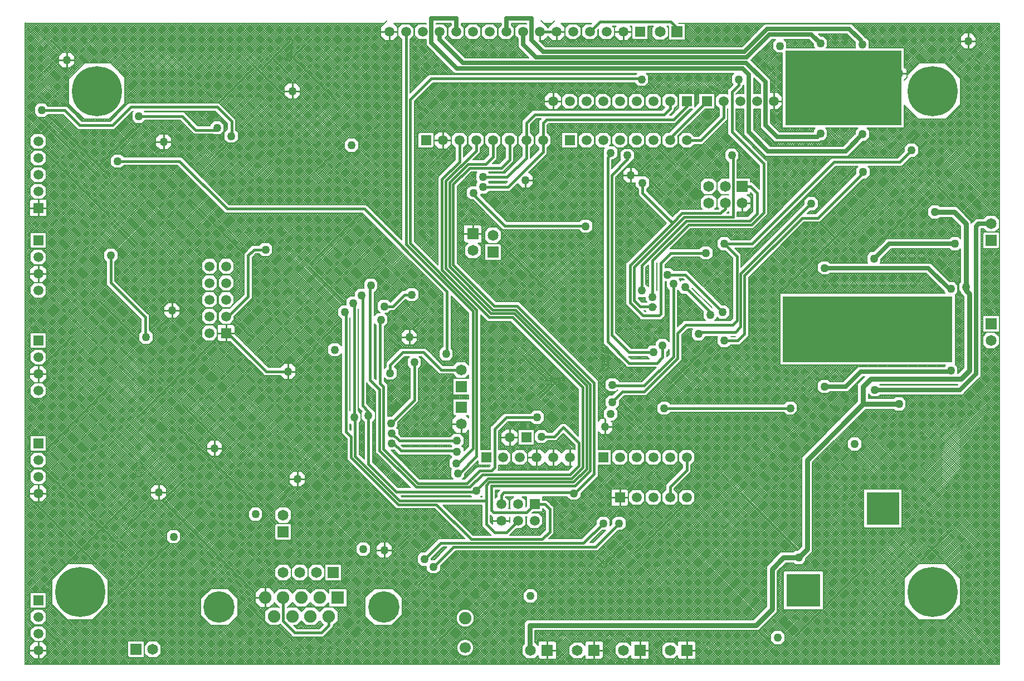
<source format=gbl>
G04 Layer_Physical_Order=4*
G04 Layer_Color=16711680*
%FSAX24Y24*%
%MOIN*%
G70*
G01*
G75*
%ADD10C,0.0050*%
%ADD51C,0.0100*%
%ADD52C,0.0150*%
%ADD53C,0.0250*%
%ADD54C,0.0300*%
%ADD61C,0.0650*%
%ADD62R,0.0650X0.0650*%
%ADD63C,0.0591*%
%ADD64R,0.0591X0.0591*%
%ADD65R,0.0591X0.0591*%
%ADD66C,0.3000*%
%ADD67R,0.0650X0.0650*%
%ADD68C,0.0750*%
%ADD69R,0.0750X0.0750*%
%ADD70C,0.1874*%
%ADD71C,0.0748*%
%ADD72C,0.0669*%
%ADD73C,0.0500*%
%ADD87R,0.2050X0.1972*%
%ADD88R,0.1974X0.1974*%
%ADD89R,1.0150X0.3950*%
%ADD90R,0.6950X0.4450*%
D10*
X037599Y013422D02*
G03*
X037050Y013971I-000549J000000D01*
G01*
Y012873D02*
G03*
X037599Y013422I000000J000549D01*
G01*
X037560Y011650D02*
G03*
X037050Y012160I-000510J000000D01*
G01*
Y011140D02*
G03*
X037560Y011650I000000J000510D01*
G01*
X037050Y012160D02*
G03*
X036540Y011650I000000J-000510D01*
G01*
X037050Y013971D02*
G03*
X036501Y013422I000000J-000549D01*
G01*
D02*
G03*
X037050Y012873I000549J000000D01*
G01*
X036540Y011650D02*
G03*
X037050Y011140I000510J000000D01*
G01*
X068330Y049050D02*
X069000Y048380D01*
X067548Y048315D02*
X068283Y049050D01*
X067406Y048456D02*
X068000Y049050D01*
X067477Y048385D02*
X068142Y049050D01*
X068895D02*
X069000Y048945D01*
X068754Y049050D02*
X069000Y048804D01*
X068612Y049050D02*
X069000Y048662D01*
X068471Y049050D02*
X069000Y048521D01*
X066633Y049050D02*
X067208Y048475D01*
X066774Y049050D02*
X067349Y048475D01*
X066350Y049050D02*
X066925Y048475D01*
X066491Y049050D02*
X067066Y048475D01*
X067143D02*
X067718Y049050D01*
X067284Y048475D02*
X067859Y049050D01*
X067001Y048475D02*
X067576Y049050D01*
X068047D02*
X069000Y048097D01*
X067905Y049050D02*
X069000Y047955D01*
X067057Y049050D02*
X069000Y047107D01*
X066915Y049050D02*
X069000Y046965D01*
X068188Y049050D02*
X069000Y048238D01*
X067764Y049050D02*
X069000Y047814D01*
X067623Y049050D02*
X069000Y047673D01*
X067625Y047967D02*
X068708Y049050D01*
X067625Y047826D02*
X068849Y049050D01*
X067619Y048244D02*
X068425Y049050D01*
X067625Y048109D02*
X068566Y049050D01*
X067481D02*
X069000Y047531D01*
X067340Y049050D02*
X069000Y047390D01*
X067198Y049050D02*
X069000Y047248D01*
X065643Y049050D02*
X066675Y048018D01*
X065501Y049050D02*
X066675Y047876D01*
X063332Y046927D02*
X065455Y049050D01*
X063332Y046786D02*
X065596Y049050D01*
X066208D02*
X066848Y048410D01*
X066067Y049050D02*
X066777Y048340D01*
X065925Y049050D02*
X066706Y048269D01*
X065784Y049050D02*
X066675Y048159D01*
X063332Y047352D02*
X065031Y049050D01*
X063332Y047210D02*
X065172Y049050D01*
X063131Y047575D02*
X064606Y049050D01*
X063273Y047575D02*
X064748Y049050D01*
X063332Y047069D02*
X065313Y049050D01*
X062956D02*
X065331Y046675D01*
X062814Y049050D02*
X065189Y046675D01*
X064635D02*
X067010Y049050D01*
X064777Y046675D02*
X067152Y049050D01*
X064353Y046675D02*
X066728Y049050D01*
X064494Y046675D02*
X066869Y049050D01*
X065060Y046675D02*
X067435Y049050D01*
X066226Y046286D02*
X068990Y049050D01*
X064918Y046675D02*
X067293Y049050D01*
X062531D02*
X064906Y046675D01*
X062673Y049050D02*
X065048Y046675D01*
X062249Y049050D02*
X064624Y046675D01*
X062390Y049050D02*
X064765Y046675D01*
X063238Y049050D02*
X065613Y046675D01*
X063332Y046644D02*
X065738Y049050D01*
X063097D02*
X065472Y046675D01*
X067387Y048475D02*
X067625Y048237D01*
Y047762D02*
Y048237D01*
X066912Y048475D02*
X067387D01*
X067349D02*
X067625Y048199D01*
X069000Y046824D01*
X067625Y048058D02*
X069000Y046683D01*
X067387Y047525D02*
X067625Y047762D01*
X066675Y048237D02*
X066912Y048475D01*
X066675Y047762D02*
Y048237D01*
Y047762D02*
X066912Y047525D01*
X067387D01*
X067625Y047916D02*
X069000Y046541D01*
X066509Y046003D02*
X069000Y048494D01*
X066297Y046215D02*
X069000Y048918D01*
X066368Y046145D02*
X069000Y048777D01*
X067625Y047775D02*
X069000Y046400D01*
X067560Y047698D02*
X069000Y046258D01*
X067419Y047556D02*
X069000Y045975D01*
X067490Y047627D02*
X069000Y046117D01*
X066439Y046074D02*
X069000Y048635D01*
X065873Y046640D02*
X066835Y047602D01*
X065944Y046569D02*
X066906Y047531D01*
X066085Y046427D02*
X067183Y047525D01*
X066156Y046357D02*
X067324Y047525D01*
X066014Y046498D02*
X067041Y047525D01*
X063380Y049050D02*
X065755Y046675D01*
X064211D02*
X066586Y049050D01*
X062990Y047575D02*
X064465Y049050D01*
X063332Y047493D02*
X064889Y049050D01*
X065625Y046675D02*
X066694Y047744D01*
X065767Y046675D02*
X066765Y047673D01*
X065201Y046675D02*
X066675Y048149D01*
X065484Y046675D02*
X066675Y047866D01*
X062707Y047575D02*
X064182Y049050D01*
X062848Y047575D02*
X064323Y049050D01*
X062424Y047575D02*
X063899Y049050D01*
X061966D02*
X064341Y046675D01*
X062566Y047575D02*
X064041Y049050D01*
X063332Y047542D02*
X064199Y046675D01*
X062283Y047575D02*
X063758Y049050D01*
X063475Y046222D02*
X066303Y049050D01*
X063475Y046080D02*
X066445Y049050D01*
X063332Y046503D02*
X065879Y049050D01*
X063437Y046325D02*
X066162Y049050D01*
X064162Y046675D02*
X065837D01*
X065343D02*
X066675Y048007D01*
X063366Y046396D02*
X066021Y049050D01*
X063332Y047259D02*
X064039Y046552D01*
X063332Y047118D02*
X063969Y046481D01*
X062107Y049050D02*
X064482Y046675D01*
X063332Y047401D02*
X064110Y046623D01*
X063332Y046835D02*
X063827Y046340D01*
X063475Y045988D02*
X064162Y046675D01*
X063332Y046976D02*
X063898Y046411D01*
X061195Y048043D02*
X062202Y049050D01*
X061225Y047931D02*
X062344Y049050D01*
X061053Y048184D02*
X061919Y049050D01*
X061124Y048113D02*
X062061Y049050D01*
X061683D02*
X063158Y047575D01*
X062000D02*
X063475Y049050D01*
X061225Y047790D02*
X062485Y049050D01*
X061225Y047649D02*
X062626Y049050D01*
X060681Y048519D02*
X061212Y049050D01*
X060752Y048448D02*
X061354Y049050D01*
X060540Y048660D02*
X060929Y049050D01*
X060610Y048590D02*
X061071Y049050D01*
X060893Y048307D02*
X061636Y049050D01*
X060964Y048236D02*
X061778Y049050D01*
X060823Y048377D02*
X061495Y049050D01*
X061576Y047575D02*
X063051Y049050D01*
X061717Y047575D02*
X063192Y049050D01*
X061434Y047575D02*
X062909Y049050D01*
X061541D02*
X063016Y047575D01*
X061859D02*
X063334Y049050D01*
X062141Y047575D02*
X063616Y049050D01*
X061824D02*
X063299Y047575D01*
X060834Y049050D02*
X062309Y047575D01*
X060976Y049050D02*
X062451Y047575D01*
X060551Y049050D02*
X062026Y047575D01*
X060693Y049050D02*
X062168Y047575D01*
X061293D02*
X062768Y049050D01*
X061400D02*
X062875Y047575D01*
X061117Y049050D02*
X062592Y047575D01*
X059773Y049025D02*
X059798Y049050D01*
X059844D02*
X059869Y049025D01*
X059632D02*
X059657Y049050D01*
X059703D02*
X059728Y049025D01*
X060056D02*
X060081Y049050D01*
X060127D02*
X060152Y049025D01*
X059914D02*
X059939Y049050D01*
X059986D02*
X060011Y049025D01*
X058854Y049050D02*
X058879Y049025D01*
X058924D02*
X058949Y049050D01*
X058642Y049025D02*
X058667Y049050D01*
X058783Y049025D02*
X058808Y049050D01*
X059490Y049025D02*
X059515Y049050D01*
X059562D02*
X059587Y049025D01*
X059420Y049050D02*
X059445Y049025D01*
X060328Y048872D02*
X060505Y049050D01*
X060398Y048802D02*
X060647Y049050D01*
X060186Y049014D02*
X060222Y049050D01*
X060257Y048943D02*
X060364Y049050D01*
X060469Y048731D02*
X060788Y049050D01*
X060410D02*
X061885Y047575D01*
X060269Y049050D02*
X061744Y047575D01*
X059066Y049025D02*
X059091Y049050D01*
X059137D02*
X059162Y049025D01*
X058713Y049050D02*
X058738Y049025D01*
X058996Y049050D02*
X059021Y049025D01*
X059279Y049050D02*
X059304Y049025D01*
X059349D02*
X059374Y049050D01*
X059207Y049025D02*
X059232Y049050D01*
X061012Y048225D02*
X061225Y048012D01*
X061259Y049050D02*
X062734Y047575D01*
X060975Y048225D02*
X061012D01*
X060975D02*
X061000Y048200D01*
X061225Y047811D02*
X061461Y047575D01*
X061225Y047669D02*
X061319Y047575D01*
X061225Y047587D02*
Y048012D01*
Y047952D02*
X061602Y047575D01*
X060175Y049025D02*
X060325Y048875D01*
X060175Y049025D02*
X060325Y048875D01*
X059875Y049025D02*
X060175D01*
X059875D02*
X060175D01*
X060325Y048875D02*
X060975Y048225D01*
X060375Y047587D02*
Y047925D01*
X059875Y048425D02*
X060375Y047925D01*
X063332Y046430D02*
X063475Y046287D01*
Y045988D02*
Y046287D01*
X063332Y046694D02*
X063757Y046269D01*
X063332Y046552D02*
X063686Y046198D01*
X063475Y046268D02*
X063615Y046128D01*
X063475Y046126D02*
X063544Y046057D01*
X060161Y047575D02*
X060375Y047789D01*
X060303Y047575D02*
X060375Y047647D01*
X059879Y047575D02*
X060302Y047998D01*
X060020Y047575D02*
X060373Y047927D01*
X063299Y047575D02*
X063332Y047542D01*
Y046430D02*
Y047575D01*
X061212D02*
X063332D01*
X059762Y048425D02*
X060375Y047812D01*
X059621Y048425D02*
X060375Y047671D01*
X059197Y048425D02*
X060047Y047575D01*
X059479Y048425D02*
X060329Y047575D01*
X059596D02*
X060160Y048140D01*
X059737Y047575D02*
X060231Y048069D01*
X059172Y047575D02*
X059948Y048352D01*
X059313Y047575D02*
X060019Y048281D01*
X058725Y047836D02*
X059314Y048425D01*
X059055D02*
X059905Y047575D01*
X058725Y047977D02*
X059173Y048425D01*
X058725Y047694D02*
X059456Y048425D01*
X058697Y048090D02*
X059032Y048425D01*
X058725Y047637D02*
Y048062D01*
X058626Y048161D02*
X058890Y048425D01*
X058914D02*
X059764Y047575D01*
X059338Y048425D02*
X060188Y047575D01*
X058772Y048425D02*
X059622Y047575D01*
X058889D02*
X059739Y048425D01*
X059030Y047575D02*
X059878Y048422D01*
X059454Y047575D02*
X060090Y048210D01*
X058662Y047575D02*
X060387D01*
X058725Y047907D02*
X059057Y047575D01*
X058747D02*
X059597Y048425D01*
X058631D02*
X059481Y047575D01*
X058725Y048048D02*
X059198Y047575D01*
X058718Y047631D02*
X058774Y047575D01*
X058725Y047765D02*
X058915Y047575D01*
X058662D02*
X058725Y047637D01*
X066675Y044896D02*
X069000Y047221D01*
X066675Y044755D02*
X069000Y047080D01*
X066675Y045179D02*
X069000Y047504D01*
X066675Y045038D02*
X069000Y047363D01*
X066675Y044330D02*
X069000Y046655D01*
X066675Y044189D02*
X069000Y046514D01*
X066675Y044613D02*
X069000Y046938D01*
X066675Y044472D02*
X069000Y046797D01*
X066675Y045462D02*
X069000Y047787D01*
X066675Y045320D02*
X069000Y047645D01*
X066675Y045745D02*
X069000Y048070D01*
X066675Y045603D02*
X069000Y047928D01*
X067309Y047525D02*
X069000Y045834D01*
X067168Y047525D02*
X069000Y045693D01*
X067026Y047525D02*
X069000Y045551D01*
X066675Y044906D02*
X069000Y042581D01*
Y037300D02*
Y049050D01*
X066675Y044765D02*
X069000Y042440D01*
X066675Y044624D02*
X069000Y042299D01*
X066675Y044341D02*
X069000Y042016D01*
X066675Y044199D02*
X069000Y041874D01*
X066675Y044482D02*
X069000Y042157D01*
X066675Y045613D02*
X069000Y043288D01*
X066675Y045472D02*
X069000Y043147D01*
X066675Y044163D02*
Y045837D01*
Y045755D02*
X069000Y043430D01*
X066675Y045189D02*
X069000Y042864D01*
X066675Y045048D02*
X069000Y042723D01*
X066675Y045331D02*
X069000Y043006D01*
X065218Y049050D02*
X069000Y045268D01*
X065077Y049050D02*
X069000Y045127D01*
X064936Y049050D02*
X069000Y044986D01*
X064228Y049050D02*
X069000Y044278D01*
X066580Y045933D02*
X069000Y048353D01*
X066651Y045862D02*
X069000Y048211D01*
X065360Y049050D02*
X069000Y045410D01*
X064794Y049050D02*
X069000Y044844D01*
X064653Y049050D02*
X069000Y044703D01*
X064511Y049050D02*
X069000Y044561D01*
X064087Y049050D02*
X069000Y044137D01*
X063946Y049050D02*
X069000Y043996D01*
X065837Y046675D02*
X066675Y045837D01*
X065755Y046675D02*
X066675Y045755D01*
X064370Y049050D02*
X069000Y044420D01*
X058885Y034702D02*
X069000Y044817D01*
X059024Y034700D02*
X069000Y044676D01*
X058584Y034825D02*
X069000Y045241D01*
X058815Y034773D02*
X069000Y044958D01*
X059307Y034700D02*
X069000Y044393D01*
X059449Y034700D02*
X069000Y044251D01*
X059166Y034700D02*
X069000Y044534D01*
X063804Y049050D02*
X069000Y043854D01*
X064175Y041548D02*
X069000Y046373D01*
X063663Y049050D02*
X069000Y043713D01*
X063521Y049050D02*
X069000Y043571D01*
X064175Y041406D02*
X069000Y046231D01*
X064175Y041265D02*
X069000Y046090D01*
X058725Y034825D02*
X069000Y045100D01*
X066269Y043757D02*
X069000Y041026D01*
X066198Y043686D02*
X069000Y040884D01*
X066128Y043615D02*
X069000Y040743D01*
X066057Y043544D02*
X069000Y040601D01*
X065986Y043474D02*
X069000Y040460D01*
X065916Y043403D02*
X069000Y040319D01*
X065845Y043332D02*
X069000Y040177D01*
X065711Y043325D02*
X069000Y040036D01*
X066623Y044110D02*
X069000Y041733D01*
X066552Y044039D02*
X069000Y041591D01*
X065811Y043325D02*
X066675Y044189D01*
X065837Y043325D02*
X066675Y044163D01*
X066481Y043969D02*
X069000Y041450D01*
X066411Y043898D02*
X069000Y041309D01*
X066340Y043827D02*
X069000Y041167D01*
X064579Y043325D02*
X069000Y038904D01*
X065045Y038175D02*
X069000Y042130D01*
X064438Y043325D02*
X069000Y038763D01*
X064297Y043325D02*
X069000Y038622D01*
X065328Y038175D02*
X069000Y041847D01*
X065416Y038122D02*
X069000Y041706D01*
X065186Y038175D02*
X069000Y041989D01*
X065569Y043325D02*
X069000Y039894D01*
X065428Y043325D02*
X069000Y039753D01*
X065287Y043325D02*
X069000Y039612D01*
X065145Y043325D02*
X069000Y039470D01*
X065004Y043325D02*
X069000Y039329D01*
X064862Y043325D02*
X069000Y039187D01*
X064721Y043325D02*
X069000Y039046D01*
X063332Y043865D02*
X069000Y038197D01*
X063332Y043724D02*
X069000Y038056D01*
X063332Y044148D02*
X069000Y038480D01*
X063332Y044007D02*
X069000Y038339D01*
X063332Y043158D02*
X069000Y037490D01*
X063332Y043017D02*
X069000Y037349D01*
X063332Y043582D02*
X069000Y037914D01*
X063332Y043441D02*
X069000Y037773D01*
X064162Y043325D02*
X065837D01*
X064162Y041676D02*
X065811Y043325D01*
X064091Y041746D02*
X065670Y043325D01*
X063332Y043300D02*
X069000Y037632D01*
X063291Y042775D02*
X068516Y037550D01*
X063332Y042875D02*
X068657Y037550D01*
X063150Y042775D02*
X068375Y037550D01*
X059873Y034700D02*
X069000Y043827D01*
X060156Y034700D02*
X069000Y043544D01*
X059590Y034700D02*
X069000Y044110D01*
X059732Y034700D02*
X069000Y043968D01*
X060439Y034700D02*
X069000Y043261D01*
X060580Y034700D02*
X069000Y043120D01*
X060297Y034700D02*
X069000Y043403D01*
X062313Y036150D02*
X069000Y042837D01*
X062454Y036150D02*
X069000Y042696D01*
X061396Y035375D02*
X069000Y042979D01*
X060014Y034700D02*
X069000Y043686D01*
X062737Y036150D02*
X069000Y042413D01*
X062879Y036150D02*
X069000Y042271D01*
X062596Y036150D02*
X069000Y042554D01*
X063475Y045939D02*
X064211Y046675D01*
X063332Y044155D02*
X064162Y043325D01*
X063332Y043533D02*
X063643Y043844D01*
X063332Y043392D02*
X063714Y043774D01*
X063332Y042967D02*
X063926Y043561D01*
X063332Y042826D02*
X063997Y043491D01*
X063332Y043250D02*
X063785Y043703D01*
X063332Y043109D02*
X063855Y043632D01*
X063475Y045812D02*
Y045988D01*
X063332Y045670D02*
X063475Y045812D01*
X063332Y044099D02*
X063360Y044127D01*
X063332Y042775D02*
Y044155D01*
Y043816D02*
X063502Y043986D01*
X063332Y043675D02*
X063573Y043915D01*
X063332Y043957D02*
X063431Y044056D01*
X063654Y041875D02*
X065104Y043325D01*
X062637Y041000D02*
X064962Y043325D01*
X062355Y041000D02*
X064680Y043325D01*
X062496Y041000D02*
X064821Y043325D01*
X063937Y041875D02*
X065387Y043325D01*
X064020Y041817D02*
X065528Y043325D01*
X063795Y041875D02*
X065245Y043325D01*
X063281Y042775D02*
X063332Y042826D01*
X062584Y042775D02*
X063511Y041848D01*
X062442Y042775D02*
X063440Y041777D01*
X062301Y042775D02*
X063369Y041707D01*
X062867Y042775D02*
X063767Y041875D01*
X063008Y042775D02*
X063908Y041875D01*
X062725Y042775D02*
X063625Y041875D01*
X062160Y042775D02*
X063325Y041610D01*
X062018Y042775D02*
X063325Y041468D01*
X061098Y042775D02*
X063332D01*
X061647Y041000D02*
X064067Y043420D01*
X061877Y042775D02*
X063288Y041363D01*
X061735Y042775D02*
X063218Y041293D01*
X061594Y042775D02*
X063147Y041222D01*
X061452Y042775D02*
X063076Y041151D01*
X059755Y042775D02*
X060240Y042290D01*
X059473Y042775D02*
X060099Y042149D01*
X058953Y041700D02*
X060028Y042775D01*
X059095Y041700D02*
X060170Y042775D01*
X061311D02*
X063006Y041081D01*
X061170Y042775D02*
X062935Y041010D01*
X059897Y042775D02*
X060311Y042361D01*
X062072Y041000D02*
X064397Y043325D01*
X062213Y041000D02*
X064538Y043325D01*
X061789Y041000D02*
X064138Y043349D01*
X061930Y041000D02*
X064255Y043325D01*
X061365Y041000D02*
X063140Y042775D01*
X061506Y041000D02*
X063281Y042775D01*
X061223Y041000D02*
X062998Y042775D01*
X060516Y041000D02*
X062291Y042775D01*
X060658Y041000D02*
X062433Y042775D01*
X060233Y041000D02*
X062008Y042775D01*
X060375Y041000D02*
X062150Y042775D01*
X060940Y041000D02*
X062715Y042775D01*
X061082Y041000D02*
X062857Y042775D01*
X060799Y041000D02*
X062574Y042775D01*
X061243Y042575D02*
X061443Y042775D01*
X061243Y042434D02*
X061584Y042775D01*
X061200Y042673D02*
X061301Y042775D01*
X061243Y042292D02*
X061725Y042775D01*
X061243Y042205D02*
Y042630D01*
X063537Y041875D02*
X063962D01*
X061098Y042775D02*
X061243Y042630D01*
X061030Y041993D02*
X061243Y042205D01*
X061129Y042744D02*
X061160Y042775D01*
X060463D02*
X060500Y042738D01*
X060393Y042630D02*
X060537Y042775D01*
X060180D02*
X060393Y042562D01*
Y042443D02*
Y042630D01*
X060843Y041993D02*
X061030D01*
X060321Y042775D02*
X060429Y042667D01*
X061243Y042561D02*
X062803Y041000D01*
X061243Y042419D02*
X062662Y041000D01*
X061208Y042171D02*
X062379Y041000D01*
X061243Y042278D02*
X062520Y041000D01*
X063325Y041662D02*
X063537Y041875D01*
X063962D02*
X064175Y041662D01*
X061138Y042100D02*
X062238Y041000D01*
X060962Y041993D02*
X061955Y041000D01*
X061067Y042029D02*
X062096Y041000D01*
X060761Y041911D02*
X061672Y041000D01*
X060832Y041982D02*
X061813Y041000D01*
X060620Y041769D02*
X061389Y041000D01*
X060690Y041840D02*
X061530Y041000D01*
X060549Y041699D02*
X061248Y041000D01*
X059190Y042775D02*
X059957Y042007D01*
X059048Y042775D02*
X059887Y041937D01*
X058907Y042775D02*
X059816Y041866D01*
X058765Y042775D02*
X059745Y041795D01*
X060038Y042775D02*
X060382Y042432D01*
X059614Y042775D02*
X060170Y042220D01*
X058612Y042775D02*
X060537D01*
X059331D02*
X060028Y042078D01*
X058725Y042462D02*
X059038Y042775D01*
X058725Y042320D02*
X059180Y042775D01*
X058725Y042603D02*
X058897Y042775D01*
X058624D02*
X059675Y041725D01*
X058684Y042703D02*
X058756Y042775D01*
X058725Y042237D02*
Y042662D01*
X058612Y042775D02*
X058725Y042662D01*
X059519Y041700D02*
X060393Y042574D01*
X060092Y041000D02*
X061867Y042775D01*
X059236Y041700D02*
X060311Y042775D01*
X059378Y041700D02*
X060453Y042775D01*
X060100Y041250D02*
X060843Y041993D01*
X059950Y041000D02*
X060943Y041993D01*
X059650Y041700D02*
X060393Y042443D01*
X058725Y042391D02*
X059416Y041700D01*
X058812D02*
X059887Y042775D01*
X058671Y041700D02*
X059746Y042775D01*
X058725Y042533D02*
X059558Y041700D01*
X058660Y042173D02*
X059133Y041700D01*
X058725Y042250D02*
X059275Y041700D01*
X058590Y042102D02*
X058992Y041700D01*
X058217Y049025D02*
X058242Y049050D01*
X058289D02*
X058314Y049025D01*
X058076D02*
X058101Y049050D01*
X058147D02*
X058172Y049025D01*
X058500D02*
X058525Y049050D01*
X058572D02*
X058597Y049025D01*
X058359D02*
X058384Y049050D01*
X058430D02*
X058455Y049025D01*
X057723Y049050D02*
X057748Y049025D01*
X057793D02*
X057818Y049050D01*
X057582D02*
X057607Y049025D01*
X057652D02*
X057677Y049050D01*
X057935Y049025D02*
X057960Y049050D01*
X058006D02*
X058031Y049025D01*
X057864Y049050D02*
X057889Y049025D01*
X058556Y048232D02*
X058749Y048425D01*
X058489D02*
X059339Y047575D01*
X058175Y048425D02*
X059875D01*
X058457Y048275D02*
X058607Y048425D01*
X058512Y048275D02*
X058725Y048062D01*
X058498Y048275D02*
X058725Y048048D01*
X058325Y048275D02*
X058512D01*
X058320Y048280D02*
X058466Y048425D01*
X058348D02*
X058498Y048275D01*
X058175Y048425D02*
X058325Y048275D01*
X058207Y048425D02*
X058357Y048275D01*
X058250Y048350D02*
X058324Y048425D01*
X057600Y048100D02*
X057875Y047825D01*
X057542Y048100D02*
X057875Y047767D01*
X057227Y049025D02*
X057252Y049050D01*
X057299D02*
X057324Y049025D01*
X057086D02*
X057111Y049050D01*
X057157D02*
X057182Y049025D01*
X057440Y049050D02*
X057465Y049025D01*
X057510D02*
X057535Y049050D01*
X050200D02*
X069000D01*
X057369Y049025D02*
X057394Y049050D01*
X056733D02*
X056758Y049025D01*
X056803D02*
X056828Y049050D01*
X056167D02*
X056192Y049025D01*
X056237D02*
X056262Y049050D01*
X056945Y049025D02*
X056970Y049050D01*
X057016D02*
X057041Y049025D01*
X056875Y049050D02*
X056900Y049025D01*
X057259Y048100D02*
X057784Y047575D01*
X057400Y048100D02*
X057925Y047575D01*
X055275Y049025D02*
X059875D01*
X056662D02*
X056687Y049050D01*
X056835Y048100D02*
X057360Y047575D01*
X057117Y048100D02*
X057642Y047575D01*
X056767D02*
X057292Y048100D01*
X056309Y049050D02*
X056334Y049025D01*
X056379D02*
X056404Y049050D01*
X056026D02*
X056051Y049025D01*
X056096D02*
X056121Y049050D01*
X056520Y049025D02*
X056545Y049050D01*
X056592D02*
X056617Y049025D01*
X056450Y049050D02*
X056475Y049025D01*
X056976Y048100D02*
X057501Y047575D01*
X057050D02*
X057575Y048100D01*
X056105D02*
X057600D01*
X056909Y047575D02*
X057434Y048100D01*
X057875Y047637D02*
Y047825D01*
Y047637D02*
X057937Y047575D01*
X057192D02*
X057658Y048042D01*
X057757Y047575D02*
X057875Y047693D01*
X056204Y048001D02*
X056302Y048100D01*
X056275Y047931D02*
X056444Y048100D01*
X056133Y048072D02*
X056161Y048100D01*
X056105D02*
X056293Y047912D01*
Y047666D02*
X056727Y048100D01*
X056693D02*
X057218Y047575D01*
X056293Y047807D02*
X056585Y048100D01*
X056626Y047575D02*
X057151Y048100D01*
X057333Y047575D02*
X057729Y047971D01*
X056485Y047575D02*
X057010Y048100D01*
X056552D02*
X057077Y047575D01*
X057474D02*
X057800Y047900D01*
X057616Y047575D02*
X057870Y047830D01*
X056293Y047575D02*
X057937D01*
X056343D02*
X056868Y048100D01*
X056410D02*
X056935Y047575D01*
X056127Y048100D02*
X056652Y047575D01*
X056269Y048100D02*
X056794Y047575D01*
X056293Y047793D02*
X056511Y047575D01*
X056293Y047652D02*
X056370Y047575D01*
X056293D02*
Y047912D01*
X054779Y047469D02*
X056032Y046216D01*
X054637Y047328D02*
X056032Y045933D01*
X054566Y047257D02*
X056032Y045791D01*
X054496Y047186D02*
X056032Y045650D01*
X055238Y045762D02*
X056032Y046557D01*
X055300Y045683D02*
X056032Y046415D01*
X054955Y046045D02*
X056032Y047123D01*
X055167Y045833D02*
X056032Y046698D01*
X055680Y047275D02*
X056032Y046923D01*
X055061Y047752D02*
X056032Y046781D01*
X054991Y047681D02*
X056032Y046640D01*
X054920Y047610D02*
X056032Y046498D01*
X055963Y047275D02*
X056032Y047205D01*
X055821Y047275D02*
X056032Y047064D01*
X055655Y047275D02*
X056032D01*
X055300Y045675D02*
X056032Y044943D01*
X055385Y044920D02*
X056032Y045567D01*
X054213Y046903D02*
X056032Y045084D01*
X055300Y044976D02*
X056032Y045708D01*
X055668Y044920D02*
X056032Y045284D01*
X055785Y044895D02*
X056032Y045143D01*
X055527Y044920D02*
X056032Y045426D01*
X055300Y045542D02*
X056032Y046274D01*
X054425Y047115D02*
X056032Y045508D01*
X054354Y047045D02*
X056032Y045367D01*
X054284Y046974D02*
X056032Y045226D01*
X055300Y045259D02*
X056032Y045991D01*
X055300Y045118D02*
X056032Y045850D01*
X055300Y045401D02*
X056032Y046133D01*
X055602Y049050D02*
X055627Y049025D01*
X055672D02*
X055697Y049050D01*
X055460D02*
X055485Y049025D01*
X055530D02*
X055555Y049050D01*
X055885D02*
X055910Y049025D01*
X055955D02*
X055980Y049050D01*
X055743D02*
X055768Y049025D01*
X055813D02*
X055838Y049050D01*
X055319D02*
X055344Y049025D01*
X055389D02*
X055414Y049050D01*
X055106Y049025D02*
X055131Y049050D01*
X055248Y049025D02*
X055273Y049050D01*
X054975Y049025D02*
X055275D01*
X055177Y049050D02*
X055202Y049025D01*
X054975D02*
X055275D01*
X055562Y048100D02*
X055596Y048066D01*
X055443Y047912D02*
X055630Y048100D01*
X055036Y049050D02*
X055061Y049025D01*
X055410Y048100D02*
X055630D01*
X055420D02*
X055525Y047995D01*
X055344Y048035D02*
X055455Y047924D01*
X054248Y046752D02*
X055595Y048100D01*
X054753Y049050D02*
X054877Y048927D01*
X054612Y049050D02*
X054806Y048856D01*
X054470Y049050D02*
X054735Y048785D01*
X054329Y049050D02*
X054664Y048714D01*
X054895Y049050D02*
X054947Y048997D01*
X054825Y048875D02*
X054975Y049025D01*
X054825Y048875D02*
X054975Y049025D01*
X053622Y049050D02*
X054311Y048361D01*
X053480Y049050D02*
X054240Y048290D01*
X053339Y049050D02*
X054170Y048219D01*
X053198Y049050D02*
X054099Y048149D01*
X054188Y049050D02*
X054594Y048644D01*
X054046Y049050D02*
X054523Y048573D01*
X053905Y049050D02*
X054452Y048502D01*
X053763Y049050D02*
X054382Y048432D01*
X052632Y049050D02*
X053816Y047866D01*
X052490Y049050D02*
X053745Y047795D01*
X052349Y049050D02*
X053675Y047725D01*
X052208Y049050D02*
X053604Y047654D01*
X053056Y049050D02*
X054028Y048078D01*
X052915Y049050D02*
X053957Y048007D01*
X052773Y049050D02*
X053887Y047937D01*
X053448Y047650D02*
X054848Y049050D01*
X053590Y047650D02*
X054990Y049050D01*
X053165Y047650D02*
X054565Y049050D01*
X053307Y047650D02*
X054707Y049050D01*
X054185Y046875D02*
X055410Y048100D01*
X054177Y046823D02*
X055454Y048100D01*
X053600Y047650D02*
X054825Y048875D01*
X052458Y047650D02*
X053858Y049050D01*
X052600Y047650D02*
X054000Y049050D01*
X052175Y047650D02*
X053575Y049050D01*
X052317Y047650D02*
X053717Y049050D01*
X052883Y047650D02*
X054283Y049050D01*
X053024Y047650D02*
X054424Y049050D01*
X052741Y047650D02*
X054141Y049050D01*
X055443Y047487D02*
X055655Y047275D01*
X055443Y047512D02*
X055680Y047275D01*
X054601Y046399D02*
X055566Y047364D01*
X054849Y047540D02*
X056032Y046357D01*
X054813Y046187D02*
X055902Y047275D01*
X054884Y046116D02*
X056032Y047264D01*
X054672Y046328D02*
X055637Y047293D01*
X054743Y046257D02*
X055760Y047275D01*
X055274Y047964D02*
X055443Y047795D01*
Y047487D02*
Y047912D01*
X055203Y047893D02*
X055443Y047653D01*
X055132Y047823D02*
X055443Y047512D01*
X054460Y046540D02*
X055443Y047523D01*
X054530Y046469D02*
X055496Y047435D01*
X054389Y046611D02*
X055443Y047665D01*
X055096Y045904D02*
X056032Y046840D01*
X055300Y045251D02*
X055630Y044920D01*
X054708Y047398D02*
X056032Y046074D01*
X055025Y045975D02*
X056032Y046981D01*
X055300Y044968D02*
X055347Y044920D01*
X055300D02*
X055760D01*
X055300Y045109D02*
X055489Y044920D01*
X055300Y045400D02*
Y045700D01*
Y045400D02*
Y045700D01*
X055150Y045850D02*
X055300Y045700D01*
X055150Y045850D02*
X055300Y045700D01*
Y044920D02*
Y045400D01*
X054487Y044870D02*
X054700Y045083D01*
X054345Y044870D02*
X054700Y045225D01*
X054318Y046682D02*
X055443Y047806D01*
X054305Y045795D02*
X054700Y045400D01*
X054155Y046845D02*
X055150Y045850D01*
X054305Y045678D02*
X054363Y045737D01*
X054305Y045395D02*
X054505Y045595D01*
X054305Y045254D02*
X054575Y045525D01*
X054305Y045537D02*
X054434Y045666D01*
X054305Y045680D02*
X054700Y045285D01*
X054155Y046845D02*
X054185Y046875D01*
X054155Y046845D02*
X054185Y046875D01*
X041850Y047650D02*
X053600D01*
X053650Y045312D02*
X053705Y045367D01*
X053650Y045306D02*
X053705Y045361D01*
X053666Y045329D02*
X053705Y045290D01*
X053650Y045225D02*
Y045312D01*
X054305Y045397D02*
X054700Y045002D01*
X054305Y044971D02*
X054700Y045366D01*
X054305Y045539D02*
X054700Y045143D01*
X054305Y045112D02*
X054646Y045454D01*
X054305Y045114D02*
X054549Y044870D01*
X054305D02*
X054700D01*
X054305Y045256D02*
X054690Y044870D01*
X053650Y045225D02*
Y045312D01*
X054305Y044870D02*
Y045795D01*
X053525Y045100D02*
X053650Y045225D01*
X053525Y045100D02*
X053650Y045225D01*
X053639Y045214D02*
X053705Y045149D01*
X054305Y044973D02*
X054407Y044870D01*
X053569Y045144D02*
X053705Y045007D01*
X057776Y042775D02*
X057882Y042669D01*
X057634Y042775D02*
X057859Y042550D01*
X057493Y042775D02*
X057718Y042550D01*
X057541D02*
X057766Y042775D01*
X057917D02*
X057952Y042740D01*
X057875Y042662D02*
X057987Y042775D01*
X056032D02*
X057987D01*
X057682Y042550D02*
X057907Y042775D01*
X056020Y044140D02*
Y044660D01*
X056032Y042775D02*
Y047275D01*
X055997Y044683D02*
X056032Y044718D01*
X056003Y044123D02*
X056032Y044094D01*
X057351Y042775D02*
X057576Y042550D01*
X057399D02*
X057624Y042775D01*
X056032Y042821D02*
X056078Y042775D01*
X058529Y041700D02*
X059604Y042775D01*
X058442Y034825D02*
X069000Y045383D01*
X058246Y041700D02*
X059321Y042775D01*
X058388Y041700D02*
X059463Y042775D01*
X057210D02*
X057435Y042550D01*
X057258D02*
X057483Y042775D01*
X057116Y042550D02*
X057341Y042775D01*
X056786D02*
X057011Y042550D01*
X056834D02*
X057059Y042775D01*
X056268Y042550D02*
X056493Y042775D01*
X056692Y042550D02*
X056917Y042775D01*
X056975Y042550D02*
X057200Y042775D01*
X057068D02*
X057293Y042550D01*
X056927Y042775D02*
X057152Y042550D01*
X055856Y044825D02*
X056032Y045001D01*
X055926Y044754D02*
X056032Y044860D01*
X055300Y045533D02*
X056032Y044801D01*
X055300Y045392D02*
X056032Y044660D01*
X055933Y044052D02*
X056032Y043953D01*
X055862Y043982D02*
X056032Y043811D01*
X055300Y043279D02*
X056032Y044011D01*
X055398Y043880D02*
X056032Y043246D01*
X055760Y044920D02*
X056020Y044660D01*
X055791Y043911D02*
X056032Y043670D01*
X055759Y043880D02*
X056020Y044141D01*
X055760Y043880D02*
X056020Y044140D01*
X055681Y043880D02*
X056032Y043528D01*
X055539Y043880D02*
X056032Y043387D01*
X055300Y043138D02*
X056032Y043870D01*
X055423Y042977D02*
X056032Y043587D01*
X055493Y042907D02*
X056032Y043446D01*
X055300Y043836D02*
X056032Y043104D01*
X055300Y043695D02*
X056032Y042963D01*
X055847Y042553D02*
X056069Y042775D01*
X055300Y043412D02*
X056162Y042550D01*
X053250Y042775D02*
X057000Y039025D01*
X055352Y043048D02*
X056032Y043728D01*
X055564Y042836D02*
X056032Y043304D01*
X055300Y043553D02*
X056032Y042821D01*
X055300Y043271D02*
X056021Y042550D01*
X055705Y042695D02*
X056032Y043021D01*
X055776Y042624D02*
X056032Y042880D01*
X055635Y042765D02*
X056032Y043163D01*
X058512Y042025D02*
X058725Y042237D01*
X058519Y042032D02*
X058851Y041700D01*
X058325Y042025D02*
X058512D01*
X058384D02*
X058709Y041700D01*
X058250Y041950D02*
X058325Y042025D01*
X058284Y041984D02*
X058568Y041700D01*
X058105D02*
X058430Y042025D01*
X058176Y041950D02*
X058426Y041700D01*
X058250Y041950D02*
X058325Y042025D01*
X058035Y041950D02*
X058285Y041700D01*
X057823Y042550D02*
X057875Y042602D01*
Y042550D02*
Y042662D01*
X057950Y041950D02*
X058250D01*
X057963Y041700D02*
X058213Y041950D01*
X057950D02*
X058250D01*
X057611D02*
X057861Y041700D01*
X057681D02*
X057931Y041950D01*
X057469D02*
X057719Y041700D01*
X057539D02*
X057789Y041950D01*
X057822Y041700D02*
X058072Y041950D01*
X057893D02*
X058143Y041700D01*
X057752Y041950D02*
X058002Y041700D01*
X057115D02*
X057365Y041950D01*
X057186D02*
X057436Y041700D01*
X056973D02*
X057223Y041950D01*
X057045D02*
X057295Y041700D01*
X057328Y041950D02*
X057578Y041700D01*
X057398D02*
X057648Y041950D01*
X057256Y041700D02*
X057506Y041950D01*
X056644Y042775D02*
X056869Y042550D01*
X056903Y041950D02*
X057153Y041700D01*
X055850Y042550D02*
X057875D01*
X056551D02*
X056776Y042775D01*
X056762Y041950D02*
X057012Y041700D01*
X056832D02*
X057082Y041950D01*
X055850D02*
X057950D01*
X056479D02*
X056729Y041700D01*
X056126Y042550D02*
X056351Y042775D01*
X056220D02*
X056445Y042550D01*
X055985D02*
X056210Y042775D01*
X056078D02*
X056303Y042550D01*
X056409D02*
X056634Y042775D01*
X056503D02*
X056728Y042550D01*
X056361Y042775D02*
X056586Y042550D01*
X056408Y041700D02*
X056658Y041950D01*
X056549Y041700D02*
X056799Y041950D01*
X056266Y041700D02*
X056516Y041950D01*
X056338D02*
X056588Y041700D01*
X056621Y041950D02*
X056871Y041700D01*
X056691D02*
X056941Y041950D01*
X055300Y041700D02*
X059650D01*
X055914Y041950D02*
X056164Y041700D01*
X055984D02*
X056234Y041950D01*
X055772D02*
X056022Y041700D01*
X055842D02*
X056092Y041950D01*
X056125Y041700D02*
X056375Y041950D01*
X056196D02*
X056446Y041700D01*
X056055Y041950D02*
X056305Y041700D01*
X054700Y044870D02*
Y045400D01*
X055300Y043703D02*
X055476Y043880D01*
X055300Y043562D02*
X055618Y043880D01*
X055300D02*
X055760D01*
X055300Y043845D02*
X055335Y043880D01*
X054628Y044870D02*
X054700Y044942D01*
X054500Y043930D02*
X054700Y043729D01*
X054305Y043930D02*
X054700D01*
X054358D02*
X054700Y043588D01*
X054641Y043930D02*
X054700Y043871D01*
X054305Y043698D02*
X054536Y043930D01*
X054305Y043840D02*
X054395Y043930D01*
X055300Y043421D02*
X055759Y043880D01*
X055300Y043100D02*
Y043880D01*
X054305Y043700D02*
X054700Y043305D01*
Y043100D02*
Y043930D01*
X055300Y043129D02*
X055879Y042550D01*
X054305Y043135D02*
X055739Y041700D01*
X054305Y043274D02*
X054700Y043669D01*
X054305Y042991D02*
X054700Y043386D01*
X054305Y043276D02*
X054700Y042881D01*
X054305Y043557D02*
X054678Y043930D01*
X054305Y042695D02*
Y043930D01*
X054700Y042800D02*
Y043100D01*
X054305Y042708D02*
X054700Y043103D01*
X054305Y042850D02*
X054700Y043245D01*
X053638Y044870D02*
X053705Y044937D01*
Y044870D02*
Y045367D01*
X053356Y044870D02*
X053705Y045219D01*
X053497Y044870D02*
X053705Y045078D01*
X054305Y043842D02*
X054700Y043446D01*
X054305Y043415D02*
X054700Y043811D01*
X053295Y044870D02*
X053705D01*
X053265Y043930D02*
X053705D01*
X053498Y045073D02*
X053700Y044870D01*
X053510Y043930D02*
X053705Y043735D01*
X053427Y045002D02*
X053559Y044870D01*
X053368Y043930D02*
X053705Y043593D01*
X053651Y043930D02*
X053705Y043876D01*
X053250Y043492D02*
X053688Y043930D01*
X053250Y043906D02*
X053705Y043452D01*
X053250Y043209D02*
X053705Y043664D01*
X053250Y043624D02*
X053705Y043169D01*
X053250Y043351D02*
X053705Y043805D01*
X053250Y043765D02*
X053705Y043310D01*
X054305Y043132D02*
X054700Y043528D01*
X054305Y043417D02*
X054700Y043022D01*
X054305Y043559D02*
X054700Y043164D01*
X053250Y043068D02*
X053705Y043522D01*
Y042695D02*
Y043930D01*
X053250Y043482D02*
X053705Y043027D01*
X053250Y042926D02*
X053705Y043381D01*
X053250Y042785D02*
X053705Y043240D01*
X053250Y043199D02*
X053705Y042745D01*
X053250Y043341D02*
X053705Y042886D01*
X055300Y043100D02*
X055850Y042550D01*
X054850Y042650D02*
X055400Y042100D01*
X054652Y042348D02*
X054902Y042598D01*
X054723Y042277D02*
X054973Y042527D01*
X054935Y042065D02*
X055185Y042315D01*
X055005Y041995D02*
X055255Y042245D01*
X054793Y042207D02*
X055043Y042457D01*
X054864Y042136D02*
X055114Y042386D01*
X054700Y042800D02*
Y043100D01*
Y042800D02*
X054850Y042650D01*
X054369Y042631D02*
X054700Y042962D01*
X054440Y042560D02*
X054700Y042821D01*
Y042800D02*
X054850Y042650D01*
X054581Y042419D02*
X054831Y042669D01*
X054510Y042490D02*
X054760Y042740D01*
X055550Y041950D02*
X055850D01*
X055559Y041700D02*
X055809Y041950D01*
X055400Y042100D02*
X055550Y041950D01*
X055418Y041700D02*
X055668Y041950D01*
X055631D02*
X055881Y041700D01*
X055701D02*
X055951Y041950D01*
X055550D02*
X055850D01*
X055400Y042100D02*
X055550Y041950D01*
X055147Y041853D02*
X055397Y042103D01*
X055076Y041924D02*
X055326Y042174D01*
X054305Y042710D02*
X055315Y041700D01*
X055217Y041782D02*
X055467Y042032D01*
X055288Y041712D02*
X055538Y041962D01*
X054326Y041599D02*
X054414Y041686D01*
X053705Y042395D02*
X053855Y042245D01*
X053705Y042395D02*
X053855Y042245D01*
X053336Y042589D02*
X053705Y042957D01*
X053407Y042518D02*
X053705Y042815D01*
X053761Y042164D02*
X053848Y042252D01*
X053831Y042094D02*
X053919Y042181D01*
X053619Y042306D02*
X053707Y042393D01*
X053690Y042235D02*
X053778Y042322D01*
X053266Y042659D02*
X053705Y043098D01*
Y042395D02*
Y042695D01*
X053250Y043058D02*
X053705Y042603D01*
X053250Y042916D02*
X053705Y042462D01*
Y042395D02*
Y042695D01*
X053549Y042376D02*
X053705Y042532D01*
X053478Y042447D02*
X053705Y042674D01*
X054305Y042993D02*
X055598Y041700D01*
X054305Y042852D02*
X055456Y041700D01*
X052250Y042785D02*
X054650Y040385D01*
X052179Y042715D02*
X054650Y040244D01*
X054305Y042695D02*
X055300Y041700D01*
X053855Y042245D02*
X054850Y041250D01*
X053250Y042675D02*
X055025Y040900D01*
X053973Y041952D02*
X054060Y042040D01*
X054044Y041881D02*
X054131Y041969D01*
X053902Y042023D02*
X053990Y042110D01*
X052875Y042300D02*
X054650Y040525D01*
X054185Y041740D02*
X054273Y041827D01*
X054256Y041669D02*
X054343Y041757D01*
X054114Y041811D02*
X054202Y041898D01*
X066623Y037915D02*
X069000Y040292D01*
X066694Y037844D02*
X069000Y040150D01*
X066482Y038056D02*
X069000Y040574D01*
X066552Y037985D02*
X069000Y040433D01*
X066906Y037632D02*
X069000Y039726D01*
X068777Y037523D02*
X069000Y037746D01*
X066764Y037773D02*
X069000Y040009D01*
X066835Y037702D02*
X069000Y039867D01*
X066977Y037561D02*
X069000Y039584D01*
X068380Y037550D02*
X069000Y038170D01*
X066462Y038075D02*
X066625Y037912D01*
X066462Y038075D02*
X066625Y037912D01*
X068521Y037550D02*
X069000Y038029D01*
X068663Y037550D02*
X069000Y037887D01*
X068250Y037550D02*
X068750D01*
X067614Y037350D02*
X069000Y038736D01*
X067756Y037350D02*
X069000Y038594D01*
X067047Y037490D02*
X069000Y039443D01*
X067118Y037420D02*
X069000Y039302D01*
X068848Y037452D02*
X069000Y037605D01*
X068918Y037382D02*
X069000Y037463D01*
X067897Y037350D02*
X069000Y038453D01*
X068038Y037350D02*
X069000Y038312D01*
X067325Y037202D02*
X069000Y038877D01*
X067189Y037349D02*
X069000Y039160D01*
X067259Y037278D02*
X069000Y039019D01*
X068050Y037350D02*
X068250Y037550D01*
X068750D02*
X069000Y037300D01*
X066625Y037912D02*
X067162Y037375D01*
X065652Y038075D02*
X069000Y041423D01*
X065794Y038075D02*
X069000Y041281D01*
X065511Y038075D02*
X069000Y041564D01*
X064175Y041608D02*
X068242Y037542D01*
X066218Y038075D02*
X069000Y040857D01*
X066359Y038075D02*
X069000Y040716D01*
X065935Y038075D02*
X069000Y041140D01*
X066076Y038075D02*
X069000Y040999D01*
X063593Y040918D02*
X066435Y038075D01*
X064175Y041467D02*
X068171Y037471D01*
X063451Y040776D02*
X066152Y038075D01*
X063522Y040847D02*
X066294Y038075D01*
X066137D02*
X066462D01*
X066137D02*
X066462D01*
X065462D02*
X066137D01*
X064175Y041325D02*
X068100Y037400D01*
X064148Y041211D02*
X068009Y037350D01*
X064007Y041069D02*
X067726Y037350D01*
X064077Y041140D02*
X067867Y037350D01*
X063910Y041025D02*
X067592Y037342D01*
X063768Y041025D02*
X067522Y037272D01*
X063663Y040988D02*
X067451Y037201D01*
X066435Y038075D02*
X067325Y037185D01*
X065954Y037425D02*
X066675Y036704D01*
X065671Y037425D02*
X066675Y036421D01*
X065530Y037425D02*
X066675Y036280D01*
X066137Y037425D02*
X066675Y036887D01*
X066095Y037425D02*
X066675Y036845D01*
X065462Y037425D02*
X066137D01*
X069000Y036800D02*
Y037300D01*
X068921Y036721D02*
X069000Y036642D01*
X068750Y036550D02*
X069000Y036800D01*
X068794Y036550D02*
X069000Y036756D01*
X068850Y036650D02*
X068950Y036550D01*
X068935D02*
X069000Y036615D01*
X068750Y036550D02*
X069000D01*
X068779Y036579D02*
X068809Y036550D01*
X067900Y037350D02*
X068050D01*
X067900Y036750D02*
X068050D01*
X067600Y037350D02*
X067900D01*
X067600D02*
X067900D01*
X068250Y036550D02*
X068750D01*
X068250D02*
X068750D01*
X067900Y036646D02*
X068004Y036750D01*
X068050D02*
X068250Y036550D01*
X069000D02*
Y036800D01*
X067902Y036750D02*
X068102Y036550D01*
X068043Y036750D02*
X068243Y036550D01*
X068087D02*
X068168Y036632D01*
X068950Y036550D02*
X069000Y036500D01*
X068000Y036550D02*
X068250D01*
X067900Y036505D02*
X068098Y036702D01*
X068000Y036463D02*
X068087Y036550D01*
X067900Y036610D02*
X068000Y036510D01*
X067900Y036469D02*
X068000Y036369D01*
X067900Y036327D02*
X068000Y036227D01*
X067900Y036222D02*
X068000Y036322D01*
X067900Y036363D02*
X068000Y036463D01*
X067450Y037200D02*
X067600Y037350D01*
X067450Y037200D02*
X067600Y037350D01*
X067162Y037375D02*
X067325Y037212D01*
X067162Y037375D02*
X067325Y037212D01*
Y037185D02*
X067380Y037130D01*
X067325Y037075D02*
X067450Y037200D01*
X067325Y037075D02*
Y037212D01*
Y037075D02*
X067450Y037200D01*
X067325Y037075D02*
Y037212D01*
X066256Y036275D02*
X066675Y036694D01*
X065813Y037425D02*
X066675Y036563D01*
X065205Y037325D02*
X066255Y036275D01*
X066398D02*
X066675Y036552D01*
X066539Y036275D02*
X066675Y036411D01*
X066137Y036275D02*
X066562D01*
X066675Y036162D02*
Y036887D01*
X065848Y036150D02*
X066630Y036932D01*
X065425Y037388D02*
X066538Y036275D01*
X065707Y036150D02*
X066560Y037003D01*
X066621Y036216D02*
X066675Y036269D01*
X066562Y036275D02*
X066675Y036162D01*
X065990Y036150D02*
X066675Y036835D01*
X065347Y037325D02*
X066397Y036275D01*
X065283Y036150D02*
X066348Y037215D01*
X065000Y036150D02*
X066206Y037356D01*
X065141Y036150D02*
X066277Y037286D01*
X065566Y036150D02*
X066489Y037073D01*
X066012Y036150D02*
X066137Y036275D01*
X065424Y036150D02*
X066418Y037144D01*
X063325Y041400D02*
Y041662D01*
X064175Y041237D02*
Y041662D01*
X062920Y041000D02*
X063325Y041405D01*
X062925Y041000D02*
X063325Y041400D01*
X063935Y041025D02*
X064175Y041265D01*
X063962Y041025D02*
X064175Y041237D01*
X063700Y041025D02*
X063962D01*
X063300Y040625D02*
X063700Y041025D01*
X063175Y040500D02*
X063300Y040625D01*
X063175Y040500D02*
X063300Y040625D01*
X060478Y041628D02*
X061106Y041000D01*
X062779D02*
X063325Y041546D01*
X062925Y040500D02*
X063175D01*
X062925D02*
X063175D01*
X061137D02*
X061275Y040362D01*
X063310Y040635D02*
X065870Y038075D01*
X063381Y040706D02*
X066011Y038075D01*
X063162Y040500D02*
X065587Y038075D01*
X063239Y040564D02*
X065728Y038075D01*
X062879Y040500D02*
X065204Y038175D01*
X063020Y040500D02*
X065345Y038175D01*
X061182Y040500D02*
X065532Y036150D01*
X062313Y040500D02*
X064788Y038025D01*
X062172Y040500D02*
X064725Y037947D01*
X062030Y040500D02*
X064725Y037805D01*
X061889Y040500D02*
X064725Y037664D01*
X062738Y040500D02*
X065063Y038175D01*
X062596Y040500D02*
X064929Y038167D01*
X062455Y040500D02*
X064859Y038096D01*
X060266Y041416D02*
X060682Y041000D01*
X060337Y041487D02*
X060823Y041000D01*
X060125Y041275D02*
X060399Y041000D01*
X060195Y041345D02*
X060540Y041000D01*
X059983Y041133D02*
X060116Y041000D01*
X060054Y041204D02*
X060258Y041000D01*
X059950Y041100D02*
X060100Y041250D01*
X059950Y041100D02*
X060100Y041250D01*
X059592Y041100D02*
X059692Y041000D01*
X059809D02*
X059909Y041100D01*
X059385Y041000D02*
X059485Y041100D01*
X059526Y041000D02*
X059626Y041100D01*
X059650D02*
X059950D01*
X059875D02*
X059975Y041000D01*
X059650Y041100D02*
X059950D01*
X060475Y040500D02*
X060519Y040456D01*
X060425Y040362D02*
X060562Y040500D01*
X060407Y041557D02*
X060965Y041000D01*
X060333Y040500D02*
X060448Y040385D01*
X060192Y040500D02*
X060425Y040267D01*
X060051Y040500D02*
X060425Y040126D01*
X059909Y040500D02*
X060392Y040017D01*
X059668Y041000D02*
X059768Y041100D01*
X059733D02*
X059833Y041000D01*
X059451Y041100D02*
X059551Y041000D01*
X059343Y040500D02*
X060109Y039734D01*
X059768Y040500D02*
X060321Y039946D01*
X059626Y040500D02*
X060251Y039876D01*
X059485Y040500D02*
X060180Y039805D01*
X065362Y038175D02*
X065462Y038075D01*
X064858Y036150D02*
X066133Y037425D01*
X061748Y040500D02*
X066055Y036193D01*
X064717Y036150D02*
X065992Y037425D01*
X065064Y037325D02*
X066126Y036263D01*
X064576Y036150D02*
X065851Y037425D01*
X064293Y036150D02*
X065568Y037425D01*
X064434Y036150D02*
X065709Y037425D01*
X064937Y038175D02*
X065362D01*
X064725Y037962D02*
X064937Y038175D01*
X064725Y037537D02*
Y037962D01*
Y037537D02*
X064937Y037325D01*
X065362D01*
X065462Y037425D01*
X064151Y036150D02*
X065326Y037325D01*
X061465Y040500D02*
X065815Y036150D01*
X061606Y040500D02*
X065956Y036150D01*
X061275Y040265D02*
X065390Y036150D01*
X061323Y040500D02*
X065673Y036150D01*
X063869D02*
X065044Y037325D01*
X064010Y036150D02*
X065185Y037325D01*
X062550Y036150D02*
X066012D01*
X063303D02*
X064725Y037572D01*
X063444Y036150D02*
X064778Y037484D01*
X063020Y036150D02*
X064725Y037855D01*
X063161Y036150D02*
X064725Y037714D01*
X062250Y036150D02*
X062550D01*
X063727D02*
X064920Y037343D01*
X062250Y036150D02*
X062550D01*
X061275Y040124D02*
X065249Y036150D01*
X061275Y039983D02*
X065108Y036150D01*
X061137Y040500D02*
X062925D01*
X061275Y040062D02*
X061713Y040500D01*
X061156Y039819D02*
X064825Y036150D01*
X061227Y039889D02*
X064966Y036150D01*
X060967Y039725D02*
X064542Y036150D01*
X061085Y039748D02*
X064683Y036150D01*
X061275Y040345D02*
X061430Y040500D01*
X061275Y040203D02*
X061572Y040500D01*
X061213Y040424D02*
X061289Y040500D01*
X060425Y040050D02*
Y040362D01*
X061275Y039937D02*
Y040362D01*
X061062Y039725D02*
X061275Y039937D01*
X060850Y039725D02*
X061062D01*
X060767Y039642D02*
X064259Y036150D01*
X060838Y039713D02*
X064401Y036150D01*
X060626Y039501D02*
X063976Y036150D01*
X060696Y039571D02*
X064118Y036150D01*
X060484Y039359D02*
X063693Y036150D01*
X060555Y039430D02*
X063835Y036150D01*
X060413Y039288D02*
X063552Y036150D01*
X060272Y039147D02*
X063269Y036150D01*
X060343Y039218D02*
X063411Y036150D01*
X060131Y039006D02*
X062986Y036150D01*
X060201Y039076D02*
X063128Y036150D01*
X059848Y038723D02*
X062421Y036150D01*
X060060Y038935D02*
X062845Y036150D01*
X059777Y038652D02*
X062279Y036150D01*
X067900Y036045D02*
X068000Y035945D01*
X069000Y035550D02*
Y036550D01*
X067900Y035939D02*
X068000Y036039D01*
X067900Y035903D02*
X068000Y035803D01*
X068925Y035550D02*
X069000Y035625D01*
X068960Y035550D02*
X069000Y035510D01*
X068000Y035550D02*
X069000D01*
X067900Y035373D02*
X068077Y035550D01*
X067900Y036186D02*
X068000Y036086D01*
Y035550D02*
Y036550D01*
X067900Y036080D02*
X068000Y036180D01*
X067900Y035797D02*
X068000Y035897D01*
X067900Y035656D02*
X068000Y035756D01*
X067900Y035515D02*
X068000Y035615D01*
X067900Y035762D02*
X068000Y035662D01*
X068536Y035550D02*
X069000Y035086D01*
X068395Y035550D02*
X069000Y034945D01*
X068253Y035550D02*
X069000Y034803D01*
X067900Y035620D02*
X069000Y034520D01*
X068819Y035550D02*
X069000Y035369D01*
X068677Y035550D02*
X069000Y035227D01*
X067900Y034383D02*
X069000Y035483D01*
X067900Y034949D02*
X068501Y035550D01*
X067900Y034807D02*
X068643Y035550D01*
X067900Y035232D02*
X068218Y035550D01*
X067900Y035090D02*
X068360Y035550D01*
X067900Y034666D02*
X068784Y035550D01*
X068112D02*
X069000Y034662D01*
X067900Y035479D02*
X069000Y034379D01*
X066012Y035550D02*
X066137Y035425D01*
X065990Y035550D02*
X066675Y034865D01*
X065849Y035550D02*
X066675Y034724D01*
X065708Y035550D02*
X066675Y034583D01*
X066622Y035484D02*
X066675Y035431D01*
X066562Y035425D02*
X066675Y035537D01*
X066137Y035425D02*
X066562D01*
X065073Y034527D02*
X066055Y035508D01*
X064681Y034700D02*
X065531Y035550D01*
X064823Y034700D02*
X065673Y035550D01*
X064398Y034700D02*
X065248Y035550D01*
X064540Y034700D02*
X065390Y035550D01*
X064932Y034668D02*
X065814Y035550D01*
X065003Y034597D02*
X065956Y035550D01*
X062550D02*
X066012D01*
X065566D02*
X066675Y034441D01*
X065425Y035550D02*
X066675Y034300D01*
X065283Y035550D02*
X066675Y034158D01*
X064859Y035550D02*
X066675Y033734D01*
X067900Y034525D02*
X068925Y035550D01*
X065142D02*
X066675Y034017D01*
X065001Y035550D02*
X066675Y033876D01*
X064718Y035550D02*
X066675Y033593D01*
X064576Y035550D02*
X066619Y033507D01*
X064152Y035550D02*
X066127Y033575D01*
X064435Y035550D02*
X066575Y033410D01*
X065144Y034456D02*
X066125Y035437D01*
X066675Y033562D02*
Y035537D01*
X064293Y035550D02*
X066268Y033575D01*
X067900Y034100D02*
X069000Y035200D01*
X067900Y035196D02*
X069000Y034096D01*
X067900Y034242D02*
X069000Y035342D01*
X067900Y035338D02*
X069000Y034238D01*
X067900Y033818D02*
X069000Y034918D01*
X067900Y033535D02*
X069000Y034635D01*
X067900Y033959D02*
X069000Y035059D01*
X067900Y035055D02*
X069000Y033955D01*
X067900Y033676D02*
X069000Y034776D01*
X067900Y034772D02*
X069000Y033672D01*
X066540Y035425D02*
X066675Y035290D01*
X067900Y034913D02*
X069000Y033813D01*
X067900Y034630D02*
X069000Y033530D01*
X067900Y033393D02*
X069000Y034493D01*
X066575Y033462D02*
X066675Y033562D01*
X067900Y034348D02*
X069000Y033248D01*
X067900Y033110D02*
X069000Y034210D01*
X067900Y034489D02*
X069000Y033389D01*
X067900Y033252D02*
X069000Y034352D01*
X067900Y032969D02*
X069000Y034069D01*
X067900Y034065D02*
X069000Y032965D01*
X067900Y034206D02*
X069000Y033106D01*
X066575Y033037D02*
Y033462D01*
X066525Y032937D02*
Y033362D01*
Y033318D02*
X066575Y033268D01*
X066525Y033150D02*
X066575Y033200D01*
Y033037D02*
X066675Y032937D01*
Y032887D02*
Y032937D01*
X066525Y033008D02*
X066575Y033058D01*
X066398Y035425D02*
X066675Y035148D01*
X066257Y035425D02*
X066675Y035007D01*
X065427Y034173D02*
X066675Y035421D01*
X065498Y034102D02*
X066675Y035280D01*
X065922Y033678D02*
X066675Y034431D01*
X066243Y033575D02*
X066675Y034007D01*
X065568Y034032D02*
X066675Y035138D01*
X065639Y033961D02*
X066675Y034997D01*
X065356Y034244D02*
X066538Y035425D01*
X065710Y033890D02*
X066675Y034855D01*
X065215Y034385D02*
X066255Y035425D01*
X065286Y034314D02*
X066396Y035425D01*
X065851Y033749D02*
X066675Y034572D01*
X065993Y033607D02*
X066675Y034290D01*
X065781Y033819D02*
X066675Y034714D01*
X066419Y033468D02*
X066675Y033724D01*
X066490Y033397D02*
X066675Y033582D01*
X066102Y033575D02*
X066675Y034148D01*
X066349Y033539D02*
X066675Y033865D01*
X066525Y033291D02*
X066575Y033341D01*
X066525Y033177D02*
X066575Y033127D01*
X066312Y033575D02*
X066525Y033362D01*
X065050Y034550D02*
X066025Y033575D01*
X064600Y034100D02*
X065675Y033025D01*
X064046Y034100D02*
X065271Y032875D01*
X064188Y034100D02*
X065413Y032875D01*
X066025Y033575D02*
X066312D01*
X065675Y032937D02*
Y033025D01*
X065700Y033000D01*
X064116Y034700D02*
X064966Y035550D01*
X064257Y034700D02*
X065107Y035550D01*
X063586Y036150D02*
X064849Y037413D01*
X064011Y035550D02*
X064861Y034700D01*
X063869Y035550D02*
X064719Y034700D01*
X063974D02*
X064824Y035550D01*
X063728D02*
X064578Y034700D01*
X063833D02*
X064683Y035550D01*
X063408Y034700D02*
X064258Y035550D01*
X063445D02*
X064295Y034700D01*
X063267D02*
X064117Y035550D01*
X063303D02*
X064153Y034700D01*
X063586Y035550D02*
X064436Y034700D01*
X063691D02*
X064541Y035550D01*
X063550Y034700D02*
X064400Y035550D01*
X062879D02*
X063729Y034700D01*
X062984D02*
X063834Y035550D01*
X062738D02*
X063588Y034700D01*
X062843D02*
X063693Y035550D01*
X063126Y034700D02*
X063976Y035550D01*
X063162D02*
X064012Y034700D01*
X063021Y035550D02*
X063871Y034700D01*
X062596Y035550D02*
X063446Y034700D01*
X062701D02*
X063551Y035550D01*
X062419Y034700D02*
X063269Y035550D01*
X062560Y034700D02*
X063410Y035550D01*
X062432Y035432D02*
X063164Y034700D01*
X062502Y035502D02*
X063305Y034700D01*
X062361Y035361D02*
X063022Y034700D01*
X059919Y038794D02*
X062562Y036150D01*
X059989Y038864D02*
X062703Y036150D01*
X059706Y038581D02*
X062194Y036094D01*
X059636Y038511D02*
X062123Y036023D01*
X062100Y036000D02*
X062250Y036150D01*
X062100Y036000D02*
X062250Y036150D01*
X061925Y034925D02*
X062550Y035550D01*
X061925Y034914D02*
X062561Y035550D01*
X059565Y038440D02*
X062052Y035952D01*
X059494Y038369D02*
X061982Y035882D01*
X059424Y038299D02*
X061911Y035811D01*
X059353Y038228D02*
X061840Y035740D01*
X061287Y035375D02*
X061475D01*
X062100Y036000D01*
X061075Y035162D02*
X061287Y035375D01*
X062136Y034700D02*
X062986Y035550D01*
X062277Y034700D02*
X063127Y035550D01*
X061925Y034772D02*
X062703Y035550D01*
X061994Y034700D02*
X062844Y035550D01*
X062220Y035220D02*
X062739Y034700D01*
X062290Y035290D02*
X062881Y034700D01*
X062149Y035149D02*
X062598Y034700D01*
X062007Y035008D02*
X062315Y034700D01*
X062078Y035078D02*
X062456Y034700D01*
X061075Y034737D02*
Y035162D01*
X060721Y034700D02*
X061075Y035054D01*
X061925Y034737D02*
Y034925D01*
X061937Y034937D02*
X062174Y034700D01*
X060863D02*
X061075Y034912D01*
X064900Y034700D02*
X065050Y034550D01*
X064900Y034700D02*
X065050Y034550D01*
X064600Y034700D02*
X064900D01*
X064600D02*
X064900D01*
X063988Y032875D02*
X064906Y033794D01*
X064129Y032875D02*
X064977Y033723D01*
X063622Y034100D02*
X064847Y032875D01*
X063905Y034100D02*
X065130Y032875D01*
X061925Y034807D02*
X062032Y034700D01*
X062432Y032875D02*
X063657Y034100D01*
X061887Y034700D02*
X064600D01*
X061887D02*
X061925Y034737D01*
X062291Y032875D02*
X063516Y034100D01*
X062349D02*
X063574Y032875D01*
X062208Y034100D02*
X063433Y032875D01*
X061925Y034100D02*
X063150Y032875D01*
X062008D02*
X063233Y034100D01*
X061784D02*
X063009Y032875D01*
X061866D02*
X063091Y034100D01*
X062149Y032875D02*
X063374Y034100D01*
X063705Y032875D02*
X064765Y033935D01*
X062066Y034100D02*
X063291Y032875D01*
X061442D02*
X062667Y034100D01*
X061501D02*
X062726Y032875D01*
X061301D02*
X062526Y034100D01*
X061359D02*
X062584Y032875D01*
X061642Y034100D02*
X062867Y032875D01*
X061725D02*
X062950Y034100D01*
X061583Y032875D02*
X062808Y034100D01*
X060876Y032875D02*
X062101Y034100D01*
X060935D02*
X062160Y032875D01*
X060735D02*
X061960Y034100D01*
X060794D02*
X062019Y032875D01*
X061159D02*
X062384Y034100D01*
X061218D02*
X062443Y032875D01*
X061018D02*
X062243Y034100D01*
X061077D02*
X062302Y032875D01*
X061004Y034700D02*
X061075Y034771D01*
Y034737D02*
X061112Y034700D01*
X060369Y034100D02*
X061594Y032875D01*
X060452D02*
X061677Y034100D01*
X060594Y032875D02*
X061819Y034100D01*
X060652D02*
X061877Y032875D01*
X060511Y034100D02*
X061736Y032875D01*
X060028D02*
X061253Y034100D01*
X060087D02*
X061312Y032875D01*
X059886D02*
X061111Y034100D01*
X059945D02*
X061170Y032875D01*
X060228Y034100D02*
X061453Y032875D01*
X060311D02*
X061536Y034100D01*
X060169Y032875D02*
X061394Y034100D01*
X059521D02*
X060746Y032875D01*
X059604D02*
X060829Y034100D01*
X059379D02*
X060604Y032875D01*
X059462D02*
X060687Y034100D01*
X059745Y032875D02*
X060970Y034100D01*
X059804D02*
X061029Y032875D01*
X059662Y034100D02*
X060887Y032875D01*
X059243Y041000D02*
X059343Y041100D01*
X059309D02*
X059409Y041000D01*
X059102D02*
X059202Y041100D01*
X059168D02*
X059268Y041000D01*
X059026Y041100D02*
X059126Y041000D01*
X059225D02*
X062925D01*
X058975D02*
X059225D01*
X058975D02*
X059225D01*
X058885Y041100D02*
X058985Y041000D01*
X058743Y041100D02*
X058909Y040934D01*
X058602Y041100D02*
X058839Y040863D01*
X058319Y041100D02*
X058697Y040722D01*
X058850Y040875D02*
X058975Y041000D01*
X058850Y040875D02*
X058975Y041000D01*
X058461Y041100D02*
X058768Y040793D01*
X058178Y041100D02*
X058626Y040651D01*
X058036Y041100D02*
X058556Y040581D01*
X057895Y041100D02*
X058485Y040510D01*
X057908Y038675D02*
X059733Y040500D01*
X058077Y038561D02*
X060016Y040500D01*
X058175Y038376D02*
X060299Y040500D01*
X058006Y038631D02*
X059875Y040500D01*
X057329Y041100D02*
X058202Y040227D01*
X057188Y041100D02*
X058131Y040156D01*
X057046Y041100D02*
X058061Y040086D01*
X056905Y041100D02*
X057990Y040015D01*
X057753Y041100D02*
X058414Y040439D01*
X057612Y041100D02*
X058344Y040369D01*
X057471Y041100D02*
X058273Y040298D01*
X056339Y041100D02*
X057707Y039732D01*
X056198Y041100D02*
X057636Y039661D01*
X056056Y041100D02*
X057566Y039591D01*
X055915Y041100D02*
X057495Y039520D01*
X056764Y041100D02*
X057919Y039944D01*
X056622Y041100D02*
X057849Y039874D01*
X055300Y041100D02*
X059650D01*
X056481D02*
X057778Y039803D01*
X055349Y041100D02*
X057212Y039237D01*
X055150Y039169D02*
X057081Y041100D01*
X055150Y039452D02*
X056798Y041100D01*
X055150Y039311D02*
X056939Y041100D01*
X055774D02*
X057424Y039449D01*
X055632Y041100D02*
X057354Y039379D01*
X055491Y041100D02*
X057283Y039308D01*
X055150Y038321D02*
X057929Y041100D01*
X055150Y038179D02*
X058071Y041100D01*
X055150Y038604D02*
X057646Y041100D01*
X055150Y038462D02*
X057788Y041100D01*
X055150Y037897D02*
X058353Y041100D01*
X055150Y037755D02*
X058495Y041100D01*
X055150Y038038D02*
X058212Y041100D01*
X055208D02*
X057141Y039166D01*
X055150Y038745D02*
X057505Y041100D01*
X055150Y039028D02*
X057222Y041100D01*
X055150Y038887D02*
X057363Y041100D01*
X055150Y040734D02*
X056929Y038954D01*
X055150Y040592D02*
X056859Y038884D01*
X055066Y041100D02*
X057071Y039096D01*
X059225Y040500D02*
X060562D01*
X059214Y040489D02*
X060038Y039664D01*
X059143Y040418D02*
X059968Y039593D01*
X059072Y040347D02*
X059897Y039522D01*
X059001Y040276D02*
X059826Y039451D01*
X058931Y040206D02*
X059756Y039381D01*
X058860Y040135D02*
X059685Y039310D01*
X058789Y040064D02*
X059614Y039239D01*
X058719Y039994D02*
X059544Y039169D01*
X058648Y039923D02*
X059473Y039098D01*
X058577Y039852D02*
X059402Y039027D01*
X058506Y039781D02*
X059331Y038956D01*
X058436Y039711D02*
X059261Y038886D01*
X058365Y039640D02*
X059190Y038815D01*
X058294Y039569D02*
X059119Y038744D01*
X058224Y039499D02*
X059049Y038674D01*
X058175Y038093D02*
X060425Y040343D01*
X058148Y038490D02*
X060158Y040500D01*
X058175Y038235D02*
X060440Y040500D01*
X058153Y039428D02*
X058978Y038603D01*
X058082Y039357D02*
X058907Y038532D01*
X058011Y039286D02*
X058836Y038461D01*
X058175Y038274D02*
X058412Y038037D01*
X058175Y038133D02*
X058341Y037966D01*
X058175Y038416D02*
X058483Y038108D01*
X058175Y038037D02*
Y038462D01*
X058152Y038014D02*
X058271Y037896D01*
X058081Y037944D02*
X058200Y037825D01*
X058011Y037873D02*
X058129Y037754D01*
X057767Y038675D02*
X059592Y040500D01*
X057941Y039216D02*
X058766Y038391D01*
X057625Y038675D02*
X059450Y040500D01*
X057658Y038933D02*
X057916Y038675D01*
X057587Y038862D02*
X057774Y038675D01*
X057962D02*
X058175Y038462D01*
X057516Y038791D02*
X057633Y038675D01*
X057537D02*
X057962D01*
X057446Y038721D02*
X057514Y038652D01*
X057325Y038462D02*
X057537Y038675D01*
X055150Y040451D02*
X056788Y038813D01*
X055150Y040309D02*
X056717Y038742D01*
X057375Y038650D02*
X057444Y038581D01*
X057304Y038579D02*
X057373Y038511D01*
X057234Y038509D02*
X057325Y038417D01*
X057870Y039145D02*
X058695Y038320D01*
X057799Y039074D02*
X058624Y038249D01*
X057325Y038218D02*
Y038462D01*
X057729Y039004D02*
X058554Y038179D01*
X057682Y037825D02*
X057962D01*
X058175Y038037D01*
X057163Y038438D02*
X057325Y038276D01*
X057092Y038367D02*
X057283Y038176D01*
X057021Y038296D02*
X057212Y038106D01*
X056951Y038226D02*
X057142Y038035D01*
X056880Y038155D02*
X057071Y037964D01*
X056809Y038084D02*
X057000Y037893D01*
X056739Y038014D02*
X056930Y037823D01*
X056668Y037943D02*
X056859Y037752D01*
X055000Y041100D02*
X055300D01*
X055104Y040821D02*
X055384Y041100D01*
X054850Y041250D02*
X055000Y041100D01*
X055300D01*
X055034Y040891D02*
X055242Y041100D01*
X055025Y040900D02*
X055150Y040775D01*
X054963Y040962D02*
X055101Y041100D01*
X055025Y040900D02*
X055150Y040775D01*
X054680Y041245D02*
X054767Y041333D01*
X054751Y041174D02*
X054838Y041262D01*
X054539Y041386D02*
X054626Y041474D01*
X054609Y041316D02*
X054697Y041403D01*
X054850Y041250D02*
X055000Y041100D01*
X054892Y041033D02*
X054980Y041120D01*
X054821Y041104D02*
X054909Y041191D01*
X055150Y040301D02*
X055949Y041100D01*
X055150Y039594D02*
X056656Y041100D01*
X055150Y039877D02*
X056373Y041100D01*
X055150Y039735D02*
X056515Y041100D01*
X055150Y040018D02*
X056232Y041100D01*
X055150Y040168D02*
X056646Y038671D01*
X055150Y040159D02*
X056091Y041100D01*
X055150Y040525D02*
Y040775D01*
Y040442D02*
X055808Y041100D01*
X055150Y040725D02*
X055525Y041100D01*
X055150Y040584D02*
X055666Y041100D01*
X055150Y040525D02*
Y040775D01*
Y037857D02*
Y040525D01*
X054650Y039125D02*
Y040525D01*
X054397Y041528D02*
X054485Y041615D01*
X054468Y041457D02*
X054555Y041545D01*
X053425Y041327D02*
X054650Y040102D01*
X053425Y041186D02*
X054650Y039961D01*
X053325Y040031D02*
X054234Y040941D01*
X053325Y039890D02*
X054305Y040870D01*
X053325Y040314D02*
X054093Y041082D01*
X053325Y040173D02*
X054164Y041011D01*
X053425Y041121D02*
X053739Y041436D01*
X053425Y040980D02*
X053810Y041365D01*
X053404Y041383D02*
X053598Y041577D01*
X053425Y041263D02*
X053669Y041506D01*
X053325Y040597D02*
X053951Y041224D01*
X053325Y040456D02*
X054022Y041153D01*
X053325Y040739D02*
X053881Y041294D01*
X053425Y041044D02*
X054650Y039819D01*
X053408Y040920D02*
X054650Y039678D01*
X053337Y040850D02*
X054650Y039537D01*
X053325Y040720D02*
X054650Y039395D01*
X053942Y039800D02*
X054650Y040508D01*
X054084Y039800D02*
X054650Y040366D01*
X053325Y040579D02*
X054650Y039254D01*
X053659Y039800D02*
X054517Y040658D01*
X053801Y039800D02*
X054588Y040587D01*
X053376Y039800D02*
X054376Y040799D01*
X053518Y039800D02*
X054446Y040729D01*
X053325Y040296D02*
X053821Y039800D01*
X054100Y039675D02*
X054650Y040225D01*
X053325Y040437D02*
X053962Y039800D01*
X055150Y040027D02*
X056576Y038601D01*
X055150Y039885D02*
X056505Y038530D01*
X054241Y039534D02*
X054650Y039942D01*
X054312Y039463D02*
X054650Y039801D01*
X055150Y039744D02*
X056434Y038459D01*
X055150Y039602D02*
X056364Y038389D01*
X054383Y039392D02*
X054650Y039659D01*
X054454Y039321D02*
X054650Y039518D01*
X054524Y039251D02*
X054650Y039377D01*
X054350Y039425D02*
X054625Y039150D01*
X054225Y039550D02*
X054350Y039425D01*
X054225Y039550D02*
X054350Y039425D01*
X054625Y039150D02*
X054650Y039125D01*
X054625Y039150D02*
X054650Y039125D01*
X054595Y039180D02*
X054650Y039235D01*
X055150Y039178D02*
X056151Y038177D01*
X055150Y039037D02*
X056081Y038106D01*
X055150Y039461D02*
X056293Y038318D01*
X055150Y039319D02*
X056222Y038247D01*
X055150Y038754D02*
X055939Y037964D01*
X055150Y038612D02*
X055869Y037894D01*
X055150Y038895D02*
X056010Y038035D01*
X055150Y038471D02*
X055798Y037823D01*
X055150Y038329D02*
X055727Y037752D01*
X054150Y038169D02*
X054250Y038269D01*
Y037775D02*
Y038775D01*
X054150Y038028D02*
X054250Y038128D01*
X054150Y038057D02*
X054250Y037957D01*
X054150Y038198D02*
X054250Y038098D01*
X054100Y039662D02*
X054212Y039550D01*
X054116D02*
X054650Y040084D01*
X054100Y039550D02*
X054225D01*
X054100D02*
X054225D01*
X054100Y038827D02*
X054149Y038876D01*
X054100Y038925D02*
X054250Y038775D01*
X054100Y038814D02*
X054250Y038664D01*
X054070Y038655D02*
X054220Y038805D01*
X054100Y039550D02*
Y039800D01*
Y038800D02*
Y038925D01*
X053325Y039800D02*
X054100D01*
X053325Y040154D02*
X053679Y039800D01*
X054073Y038800D02*
X054100Y038827D01*
X053999Y038726D02*
X054073Y038800D01*
X053925D02*
X054100D01*
X054150Y038452D02*
X054250Y038552D01*
X054150Y038481D02*
X054250Y038381D01*
X054141Y038584D02*
X054250Y038694D01*
X053972Y038800D02*
X054250Y038522D01*
X054150Y038311D02*
X054250Y038411D01*
X054150Y038340D02*
X054250Y038240D01*
X054095Y037970D02*
X054250Y037815D01*
X053925Y038800D02*
X054150Y038575D01*
Y038025D02*
Y038575D01*
X053872Y037750D02*
X054150Y038028D01*
X053875Y037750D02*
X054150Y038025D01*
X053325Y037750D02*
X053875D01*
X058025Y037650D02*
X060425Y040050D01*
X058400Y037275D02*
X060850Y039725D01*
X057873Y037650D02*
X060425Y040202D01*
X058015Y037650D02*
X060425Y040060D01*
X059282Y038157D02*
X061770Y035670D01*
X059211Y038086D02*
X061699Y035599D01*
X059141Y038016D02*
X061628Y035528D01*
X059070Y037945D02*
X061557Y035457D01*
X057917Y037825D02*
X058059Y037684D01*
X058275Y037150D02*
X058400Y037275D01*
X057732Y037650D02*
X057907Y037825D01*
X057776D02*
X057951Y037650D01*
X058025Y037150D02*
X058275D01*
X058400Y037275D01*
X058025Y037150D02*
X058275D01*
X058999Y037874D02*
X061487Y035387D01*
X058929Y037804D02*
X061357Y035375D01*
X058858Y037733D02*
X061252Y035339D01*
X058787Y037662D02*
X061181Y035268D01*
X058716Y037591D02*
X061110Y035198D01*
X058646Y037521D02*
X061075Y035091D01*
X058575Y037450D02*
X061075Y034950D01*
X058504Y037379D02*
X061075Y034809D01*
X058434Y037309D02*
X061042Y034700D01*
X058292Y037167D02*
X060759Y034700D01*
X058363Y037238D02*
X060901Y034700D01*
X057885Y037150D02*
X060335Y034700D01*
X058027Y037150D02*
X060477Y034700D01*
X057744Y037150D02*
X060194Y034700D01*
X055150Y037614D02*
X058636Y041100D01*
X054060Y036100D02*
X059060Y041100D01*
X053778Y036100D02*
X058778Y041100D01*
X053919Y036100D02*
X058919Y041100D01*
X057507Y037650D02*
X058025D01*
X057658Y037801D02*
X057809Y037650D01*
X057325Y037150D02*
X058025D01*
X054075Y036100D02*
X058850Y040875D01*
X057507Y037650D02*
X057682Y037825D01*
X057590Y037650D02*
X057765Y037825D01*
X056597Y037872D02*
X056788Y037681D01*
X056526Y037801D02*
X056717Y037611D01*
X057587Y037731D02*
X057668Y037650D01*
X056456Y037731D02*
X056647Y037540D01*
X056385Y037660D02*
X056576Y037469D01*
X054450Y035725D02*
X059225Y040500D01*
X057461Y037150D02*
X059911Y034700D01*
X053550Y034741D02*
X059309Y040500D01*
X054000Y032928D02*
X058222Y037150D01*
X054000Y033211D02*
X057939Y037150D01*
X054000Y033070D02*
X058080Y037150D01*
X054000Y033353D02*
X057797Y037150D01*
X053550Y034443D02*
X057325Y038218D01*
X054000Y033635D02*
X057515Y037150D01*
X053550Y034600D02*
X057325Y038375D01*
X053550Y034458D02*
X057325Y038233D01*
X054000Y033825D02*
X057325Y037150D01*
X054000Y033777D02*
X057373Y037150D01*
X054000Y033494D02*
X057656Y037150D01*
X058887Y034700D02*
X061112D01*
X058887Y034100D02*
X064600D01*
X058168Y037150D02*
X060618Y034700D01*
X058762Y034825D02*
X058887Y034700D01*
X059179Y032875D02*
X060404Y034100D01*
X059321Y032875D02*
X060546Y034100D01*
X058851Y034063D02*
X060039Y032875D01*
X058896D02*
X060121Y034100D01*
X058337Y034825D02*
X058762D01*
X058125Y034612D02*
X058337Y034825D01*
X058125Y034187D02*
Y034612D01*
Y034223D02*
X058373Y033975D01*
X058337D02*
X058762D01*
X058887Y034100D01*
X058125Y034187D02*
X058337Y033975D01*
X059097Y034100D02*
X060322Y032875D01*
X059238Y034100D02*
X060463Y032875D01*
X058955Y034100D02*
X060180Y032875D01*
X059038D02*
X060263Y034100D01*
X058755Y032875D02*
X059980Y034100D01*
X058780Y033992D02*
X059897Y032875D01*
X058614D02*
X059839Y034100D01*
X058331Y032875D02*
X059556Y034100D01*
X058472Y032875D02*
X059697Y034100D01*
X058048Y032875D02*
X059273Y034100D01*
X058189Y032875D02*
X059414Y034100D01*
X058515Y033975D02*
X059615Y032875D01*
X058656Y033975D02*
X059756Y032875D01*
X058373Y033975D02*
X059473Y032875D01*
X057322Y037147D02*
X059769Y034700D01*
X057602Y037150D02*
X060052Y034700D01*
X057181Y037006D02*
X059487Y034700D01*
X057252Y037076D02*
X059628Y034700D01*
X057039Y036864D02*
X059204Y034700D01*
X057110Y036935D02*
X059345Y034700D01*
X056898Y036723D02*
X058921Y034700D01*
X056969Y036794D02*
X059062Y034700D01*
X056757Y036582D02*
X058513Y034825D01*
X056827Y036652D02*
X058654Y034825D01*
X056686Y036511D02*
X058372Y034825D01*
X056615Y036440D02*
X058284Y034771D01*
X056544Y036369D02*
X058213Y034701D01*
X056474Y036299D02*
X058142Y034630D01*
X056403Y036228D02*
X058125Y034506D01*
X057765Y032875D02*
X058990Y034100D01*
X057907Y032875D02*
X059132Y034100D01*
X057058Y032875D02*
X058248Y034065D01*
X057199Y032875D02*
X058318Y033994D01*
X057482Y032875D02*
X058582Y033975D01*
X057624Y032875D02*
X058724Y033975D01*
X057341Y032875D02*
X058441Y033975D01*
X056332Y036157D02*
X058125Y034365D01*
X056262Y036087D02*
X058125Y034223D01*
X054918Y034743D02*
X056786Y032875D01*
X054989Y034814D02*
X056928Y032875D01*
X056775D02*
X058125Y034225D01*
X056917Y032875D02*
X058177Y034135D01*
X054847Y034672D02*
X056645Y032875D01*
X055150Y037905D02*
X055515Y037540D01*
X055150Y037764D02*
X055444Y037469D01*
X055150Y038188D02*
X055657Y037682D01*
X055150Y038047D02*
X055586Y037611D01*
X056314Y037589D02*
X056505Y037398D01*
X056244Y037519D02*
X056435Y037328D01*
X055150Y037622D02*
X055374Y037399D01*
X056173Y037448D02*
X056364Y037257D01*
X055150Y037607D02*
Y037857D01*
Y037607D02*
Y037857D01*
X055025Y037482D02*
X055150Y037607D01*
X055025Y037482D02*
X055150Y037607D01*
X055087Y037544D02*
X055303Y037328D01*
X055016Y037473D02*
X055232Y037257D01*
X054946Y037402D02*
X055162Y037187D01*
X056102Y037377D02*
X056293Y037186D01*
X056032Y037307D02*
X056222Y037116D01*
X055961Y037236D02*
X056152Y037045D01*
X055890Y037165D02*
X056081Y036974D01*
X055819Y037094D02*
X056010Y036904D01*
X055749Y037024D02*
X055940Y036833D01*
X055678Y036953D02*
X055869Y036762D01*
X054875Y037332D02*
X055091Y037116D01*
X054804Y037261D02*
X055020Y037045D01*
X054734Y037190D02*
X054949Y036974D01*
X054663Y037120D02*
X054879Y036904D01*
X055607Y036882D02*
X055798Y036691D01*
X055537Y036812D02*
X055727Y036621D01*
X054592Y037049D02*
X054808Y036833D01*
X054024Y037899D02*
X054199Y037724D01*
X053954Y037829D02*
X054129Y037654D01*
X053738Y037475D02*
X054250Y037987D01*
X053880Y037475D02*
X054250Y037845D01*
X053950Y037475D02*
X054250Y037775D01*
X054418Y036875D02*
X055025Y037482D01*
X053883Y037758D02*
X054058Y037583D01*
X053750Y037750D02*
X053987Y037512D01*
X053456Y037475D02*
X053731Y037750D01*
X053467D02*
X053742Y037475D01*
X053325Y037486D02*
X053589Y037750D01*
X053325D02*
X053600Y037475D01*
X053597D02*
X053872Y037750D01*
X053608D02*
X053883Y037475D01*
X053325D02*
X053950D01*
X054521Y036978D02*
X054737Y036762D01*
X054451Y036907D02*
X054667Y036692D01*
X054286Y036750D02*
X055150Y037614D01*
X054293Y036750D02*
X054418Y036875D01*
X054380Y036837D02*
X054596Y036621D01*
X054309Y036766D02*
X054525Y036550D01*
X054184Y036750D02*
X054454Y036479D01*
X054293Y036750D02*
X054418Y036875D01*
X053760Y036750D02*
X054242Y036267D01*
X053477Y036750D02*
X054101Y036126D01*
X053495Y036100D02*
X054145Y036750D01*
X053194D02*
X053844Y036100D01*
X053335Y036750D02*
X053985Y036100D01*
X050525Y036750D02*
X054043D01*
X055466Y036741D02*
X055657Y036550D01*
X055395Y036670D02*
X055586Y036479D01*
X055324Y036599D02*
X055515Y036409D01*
X055254Y036529D02*
X055445Y036338D01*
X055183Y036458D02*
X055374Y036267D01*
X055112Y036387D02*
X055303Y036196D01*
X055042Y036317D02*
X055232Y036126D01*
X054971Y036246D02*
X055162Y036055D01*
X054043Y036750D02*
X054293D01*
X054043D02*
X054293D01*
X054042D02*
X054384Y036409D01*
X053901Y036750D02*
X054313Y036338D01*
X054900Y036175D02*
X055091Y035984D01*
X054829Y036104D02*
X055020Y035914D01*
X054759Y036034D02*
X054950Y035843D01*
X054688Y035963D02*
X054879Y035772D01*
X054617Y035892D02*
X054808Y035701D01*
X054547Y035822D02*
X054738Y035631D01*
X054476Y035751D02*
X054667Y035560D01*
X054405Y035680D02*
X054596Y035489D01*
X054777Y034602D02*
X056503Y032875D01*
X054334Y035609D02*
X054525Y035419D01*
X054325Y035600D02*
X054450Y035725D01*
X054325Y035600D02*
X054450Y035725D01*
X054203Y035600D02*
X054455Y035348D01*
X054061Y035600D02*
X054384Y035277D01*
X054075Y035600D02*
X054325D01*
X054075D02*
X054325D01*
X053920D02*
X054313Y035206D01*
X053618Y036750D02*
X054172Y036197D01*
X053636Y036100D02*
X054286Y036750D01*
X053212Y036100D02*
X053862Y036750D01*
X053353Y036100D02*
X054003Y036750D01*
X053509Y035266D02*
X053843Y035600D01*
X053550Y035165D02*
X053985Y035600D01*
X052937Y036100D02*
X054075D01*
X053175Y035600D02*
X054075D01*
X053053Y036750D02*
X053703Y036100D01*
X053071D02*
X053721Y036750D01*
X052933Y036104D02*
X053579Y036750D01*
X052911D02*
X053561Y036100D01*
X053438Y035337D02*
X053702Y035600D01*
X053425Y035350D02*
X053550Y035225D01*
X053368Y035407D02*
X053560Y035600D01*
X053550Y035024D02*
X054126Y035600D01*
X053495D02*
X054101Y034994D01*
X053354Y035600D02*
X054030Y034924D01*
X053213Y035600D02*
X053960Y034853D01*
X053778Y035600D02*
X054243Y035136D01*
X053637Y035600D02*
X054172Y035065D01*
X053550Y034882D02*
X054268Y035600D01*
X053550Y034980D02*
X053818Y034711D01*
X053550Y034443D02*
Y034975D01*
Y035225D01*
Y035121D02*
X053889Y034782D01*
X053550Y034697D02*
X053677Y034570D01*
X053550Y034555D02*
X053606Y034499D01*
X053550Y034838D02*
X053748Y034641D01*
X050793Y049050D02*
X052193Y047650D01*
X050903D02*
X052303Y049050D01*
X050652D02*
X052052Y047650D01*
X050761D02*
X052161Y049050D01*
X051076D02*
X052476Y047650D01*
X051186D02*
X052586Y049050D01*
X050935D02*
X052335Y047650D01*
X051044D02*
X052444Y049050D01*
X050511D02*
X051911Y047650D01*
X050620D02*
X052020Y049050D01*
X050369D02*
X051769Y047650D01*
X050478D02*
X051878Y049050D01*
X050228D02*
X051628Y047650D01*
X050337D02*
X051737Y049050D01*
X050200Y048512D02*
X051062Y047650D01*
X051783Y049050D02*
X053183Y047650D01*
X051893D02*
X053293Y049050D01*
X051642D02*
X053042Y047650D01*
X051751D02*
X053151Y049050D01*
X052034Y047650D02*
X053434Y049050D01*
X052066D02*
X053466Y047650D01*
X051925Y049050D02*
X053325Y047650D01*
X051501Y049050D02*
X052901Y047650D01*
X051610D02*
X053010Y049050D01*
X051218D02*
X052618Y047650D01*
X051468D02*
X052868Y049050D01*
X051359D02*
X052759Y047650D01*
X052521Y046050D02*
X052975Y045596D01*
X051327Y047650D02*
X052727Y049050D01*
X050200Y048644D02*
X050606Y049050D01*
X050200Y048362D02*
X050888Y049050D01*
X050200Y048220D02*
X051030Y049050D01*
X050200Y048079D02*
X051171Y049050D01*
X050200Y048653D02*
X051203Y047650D01*
X050200Y048371D02*
X050921Y047650D01*
X050200Y048503D02*
X050747Y049050D01*
X050200Y048795D02*
X051345Y047650D01*
X050200Y048927D02*
X050323Y049050D01*
X050200Y048786D02*
X050464Y049050D01*
X049825D02*
X050200D01*
X049825D02*
X050200D01*
X050171Y048050D02*
X050200Y048079D01*
Y048050D02*
Y049050D01*
X049200Y048050D02*
X050200D01*
X050196Y047650D02*
X051596Y049050D01*
X050200Y048936D02*
X051486Y047650D01*
X049913D02*
X051313Y049050D01*
X050054Y047650D02*
X051454Y049050D01*
X050200Y048088D02*
X050638Y047650D01*
X050200Y048229D02*
X050779Y047650D01*
X050096Y048050D02*
X050496Y047650D01*
X049630D02*
X050030Y048050D01*
X049672D02*
X050072Y047650D01*
X049488D02*
X049888Y048050D01*
X049531D02*
X049931Y047650D01*
X049814Y048050D02*
X050214Y047650D01*
X049955Y048050D02*
X050355Y047650D01*
X049771D02*
X050171Y048050D01*
X052945Y046050D02*
X053029Y045966D01*
X052975Y045912D02*
X053112Y046050D01*
X052662D02*
X052975Y045737D01*
X052379Y046050D02*
X053052Y045377D01*
X052975Y045487D02*
Y045912D01*
Y045487D02*
X053069Y045394D01*
X052238Y046050D02*
X052981Y045306D01*
X052875Y045200D02*
X053069Y045394D01*
X052803Y046050D02*
X052975Y045878D01*
X052096Y046050D02*
X052911Y045236D01*
X051955Y046050D02*
X052840Y045165D01*
X051672Y046050D02*
X052750Y044972D01*
Y045075D02*
X052875Y045200D01*
X052750Y045075D02*
X052875Y045200D01*
X051814Y046050D02*
X052769Y045094D01*
X051941Y044870D02*
X052975Y045904D01*
X052366Y044870D02*
X052979Y045484D01*
X051658Y044870D02*
X052838Y046050D01*
X051800Y044870D02*
X052980Y046050D01*
X053295Y044870D02*
X053525Y045100D01*
X053356Y044931D02*
X053418Y044870D01*
X052507D02*
X053050Y045413D01*
X051517Y044870D02*
X052697Y046050D01*
X051531D02*
X052710Y044870D01*
X051248Y046050D02*
X052428Y044870D01*
X051389Y046050D02*
X052569Y044870D01*
X052265D02*
X052735D01*
X052648D02*
X052750Y044972D01*
X051376Y044870D02*
X052555Y046050D01*
X051106D02*
X052286Y044870D01*
X051234D02*
X052414Y046050D01*
X047887D02*
X053112D01*
X051093Y044870D02*
X052273Y046050D01*
X050682D02*
X051862Y044870D01*
X051030D02*
X051970D01*
X050541Y046050D02*
X051720Y044870D01*
X050669D02*
X051848Y046050D01*
X050244Y044870D02*
X051424Y046050D01*
X050258D02*
X051438Y044870D01*
X050103D02*
X051283Y046050D01*
X050116D02*
X051296Y044870D01*
X050399Y046050D02*
X051579Y044870D01*
X050527D02*
X051707Y046050D01*
X050386Y044870D02*
X051565Y046050D01*
X049961Y044870D02*
X051141Y046050D01*
X049975D02*
X051155Y044870D01*
X049409Y046050D02*
X050589Y044870D01*
X049551Y046050D02*
X050731Y044870D01*
X049830D02*
X050770D01*
X049536Y044869D02*
X050717Y046050D01*
X049396Y044870D02*
X050575Y046050D01*
X048985D02*
X050165Y044870D01*
X049113D02*
X050293Y046050D01*
X048702D02*
X049882Y044870D01*
X048844Y046050D02*
X050023Y044870D01*
X049254D02*
X050434Y046050D01*
X049268D02*
X050448Y044870D01*
X049127Y046050D02*
X050306Y044870D01*
X048256Y048900D02*
X048278Y048878D01*
X049141Y048859D02*
X049183Y048900D01*
X047970D02*
X048300D01*
X048200Y048800D02*
X048300Y048900D01*
X049105D02*
X049200Y048805D01*
Y048800D02*
Y048900D01*
X049100D02*
X049200D01*
X049100D02*
X049200Y048800D01*
X048115Y048900D02*
X048208Y048808D01*
X047974Y048900D02*
X048200Y048674D01*
X047970Y048819D02*
X048051Y048900D01*
X047970Y048677D02*
X048193Y048900D01*
X047970Y048395D02*
X048200Y048624D01*
X047970Y048620D02*
X048200Y048391D01*
X047970Y048536D02*
X048200Y048766D01*
X049200Y048300D02*
Y048800D01*
Y048300D02*
Y048800D01*
X049170Y048270D02*
X049200Y048239D01*
X048640Y047650D02*
X049200Y048210D01*
X049099Y048199D02*
X049200Y048098D01*
X049248Y048050D01*
X049028Y048128D02*
X049506Y047650D01*
X048200Y048300D02*
Y048800D01*
X047970Y048080D02*
Y048900D01*
Y048253D02*
X048200Y048483D01*
X047970Y048479D02*
X048799Y047650D01*
X048950Y048050D02*
X049200Y048300D01*
Y048050D02*
Y048300D01*
X048200D02*
X048450Y048050D01*
X047970Y048762D02*
X048200Y048532D01*
X047970Y048112D02*
X048200Y048341D01*
X046984Y048900D02*
X047030Y048854D01*
X046996Y048834D02*
X047030Y048868D01*
X047938Y048080D02*
X047970Y048112D01*
X047933Y047650D02*
X048391Y048109D01*
X047030Y048147D02*
X047097Y048080D01*
X047650Y047650D02*
X048250Y048250D01*
X047020Y048290D02*
Y048810D01*
X047030Y048080D02*
Y048900D01*
X046930D02*
X047030D01*
X046930D02*
X047020Y048810D01*
X046953Y048223D02*
X047030Y048147D01*
X046760Y048030D02*
X047020Y048290D01*
X046757Y048030D02*
X047020Y048293D01*
X047970Y048196D02*
X048516Y047650D01*
X047970Y048338D02*
X048658Y047650D01*
X047650D02*
X048250Y048250D01*
X047791Y047650D02*
X048321Y048179D01*
X047521Y048080D02*
X047951Y047650D01*
X047945Y048080D02*
X048375Y047650D01*
X047509D02*
X047938Y048080D01*
X047238D02*
X047668Y047650D01*
X047380Y048080D02*
X047809Y047650D01*
X046812Y048082D02*
X047244Y047650D01*
X046883Y048152D02*
X047385Y047650D01*
X047097Y048080D02*
X047527Y047650D01*
X047226D02*
X047655Y048080D01*
X047084Y047650D02*
X047514Y048080D01*
X049206Y047650D02*
X049606Y048050D01*
X049389D02*
X049789Y047650D01*
X048781D02*
X049200Y048069D01*
X048958Y048057D02*
X049365Y047650D01*
X049064D02*
X049464Y048050D01*
X049347Y047650D02*
X049747Y048050D01*
X048824D02*
X049224Y047650D01*
X048923D02*
X049323Y048050D01*
X048357Y047650D02*
X048757Y048050D01*
X048499Y047650D02*
X048899Y048050D01*
X048074Y047650D02*
X048474Y048050D01*
X048216Y047650D02*
X048616Y048050D01*
X048541D02*
X048941Y047650D01*
X048682Y048050D02*
X049082Y047650D01*
X048450Y048050D02*
X048950D01*
X049248D02*
X049648Y047650D01*
X048406Y044870D02*
X049586Y046050D01*
X048137D02*
X049316Y044870D01*
X048278Y046050D02*
X049458Y044870D01*
X048264D02*
X049444Y046050D01*
X049065Y044870D02*
X049535D01*
X048123D02*
X049303Y046050D01*
X048025Y045762D02*
X048313Y046050D01*
X048025Y045621D02*
X048454Y046050D01*
X047959Y045979D02*
X048030Y046050D01*
X047995D02*
X049175Y044870D01*
X048025Y045487D02*
Y045912D01*
X048065Y044870D02*
X048535D01*
X048025Y045904D02*
X048171Y046050D01*
X047663Y048080D02*
X048092Y047650D01*
X047804Y048080D02*
X048234Y047650D01*
X047030Y048080D02*
X047970D01*
X047367Y047650D02*
X047797Y048080D01*
X047147Y046050D02*
X047197Y046000D01*
X047262D02*
X047312Y046050D01*
X046801Y047650D02*
X047231Y048080D01*
X046943Y047650D02*
X047373Y048080D01*
X046990Y046000D02*
X047040Y046050D01*
X047131Y046000D02*
X047181Y046050D01*
X046723Y048030D02*
X047102Y047650D01*
X046864Y046050D02*
X046914Y046000D01*
X046722Y046050D02*
X046772Y046000D01*
X046849D02*
X046899Y046050D01*
X046707Y046000D02*
X046757Y046050D01*
X047887D02*
X048025Y045912D01*
X047938Y045400D02*
X048468Y044870D01*
X047812Y045275D02*
X048025Y045487D01*
X047416Y044870D02*
X048596Y046050D01*
X047780Y045275D02*
X048185Y044870D01*
X047867Y045330D02*
X048326Y044870D01*
X047387Y045275D02*
X047812D01*
X047005Y046050D02*
X047055Y046000D01*
X047175Y045487D02*
X047387Y045275D01*
X046707Y045500D02*
X047336Y044870D01*
X046848Y045500D02*
X047478Y044870D01*
X047133D02*
X047538Y045275D01*
X047274Y044870D02*
X047679Y045275D01*
X047065Y044870D02*
X047535D01*
X052750Y044855D02*
Y045075D01*
Y044855D02*
Y045075D01*
X051970Y044758D02*
X052975Y045763D01*
X051970Y044616D02*
X052975Y045621D01*
X052750Y044825D02*
Y044855D01*
X053250Y044825D02*
X053295Y044870D01*
X052710D02*
X052750Y044831D01*
Y044825D02*
Y044855D01*
X051970Y044762D02*
X052063Y044669D01*
X052030Y044635D02*
X052265Y044870D01*
X050965Y046050D02*
X052205Y044810D01*
X051030Y044807D02*
X051093Y044870D01*
X051970Y044475D02*
X052030Y044534D01*
X051970Y044479D02*
X052030Y044420D01*
X051970Y044620D02*
X052030Y044561D01*
Y044165D02*
X052250Y043945D01*
X052750Y043536D02*
Y043945D01*
X051970Y044196D02*
X052250Y043916D01*
X051970Y044055D02*
X052250Y043775D01*
X052750Y043536D02*
Y043945D01*
X053250Y042675D02*
Y043945D01*
X052250Y043536D02*
Y043945D01*
X052030Y044165D02*
Y044635D01*
X051970Y043930D02*
Y044870D01*
Y044334D02*
X052030Y044393D01*
X051030Y044305D02*
Y044870D01*
X051970Y044192D02*
X052030Y044252D01*
X051970Y044051D02*
X052057Y044138D01*
X051970Y044338D02*
X052030Y044278D01*
X050770Y044831D02*
X051990Y046050D01*
X050824D02*
X052134Y044739D01*
X049692Y046050D02*
X051030Y044713D01*
X050770Y044689D02*
X052131Y046050D01*
X050770Y044689D02*
X051030Y044430D01*
X050770Y044406D02*
X051030Y044666D01*
X049834Y046050D02*
X051030Y044854D01*
X050770Y044548D02*
X051030Y044807D01*
X049607Y044799D02*
X050858Y046050D01*
X049678Y044728D02*
X051000Y046050D01*
X048612Y044794D02*
X049868Y046050D01*
X048753Y044652D02*
X050151Y046050D01*
X050731Y044870D02*
X050770Y044831D01*
X051030Y044571D01*
X048683Y044723D02*
X050010Y046050D01*
X050770Y044406D02*
X050951Y044226D01*
X050770Y044123D02*
X051030Y044383D01*
X050770Y044548D02*
X051021Y044296D01*
X050770Y044265D02*
X051030Y044524D01*
X050770Y044045D02*
X051030Y044305D01*
X050629Y042426D02*
X052199Y043996D01*
X050558Y042497D02*
X052128Y044067D01*
X050770Y044265D02*
X050880Y044155D01*
X050770Y044045D02*
Y044870D01*
X049770Y044255D02*
X049830Y044314D01*
Y044005D02*
Y044870D01*
X050770Y044123D02*
X050809Y044084D01*
X049755Y044149D02*
X049830Y044074D01*
X049375Y043550D02*
X049830Y044005D01*
X053250Y043775D02*
X053405Y043930D01*
X053250Y043633D02*
X053546Y043930D01*
X051954D02*
X052250Y043634D01*
X052750Y043286D02*
Y043536D01*
Y043286D02*
Y043536D01*
Y043286D02*
Y043536D01*
X052625Y043161D02*
X052750Y043286D01*
X052625Y043161D02*
X052750Y043286D01*
X051813Y043930D02*
X052228Y043514D01*
X051671Y043930D02*
X052157Y043443D01*
X051405Y043930D02*
X051970D01*
X051530D02*
X052087Y043373D01*
X051396Y043921D02*
X052016Y043302D01*
X051326Y043851D02*
X051945Y043231D01*
X051255Y043780D02*
X051875Y043160D01*
X052674Y043210D02*
X052750Y043134D01*
Y042675D02*
Y043286D01*
X050927Y042300D02*
X052250Y043623D01*
X051014Y042300D02*
X052250Y043536D01*
X052603Y043139D02*
X052750Y042992D01*
X052532Y043068D02*
X052750Y042851D01*
X051389Y041925D02*
X052625Y043161D01*
X051184Y043709D02*
X051804Y043090D01*
X051114Y043639D02*
X051733Y043019D01*
X051043Y043568D02*
X051662Y042948D01*
X050785Y042300D02*
X052250Y043765D01*
X050972Y043497D02*
X051592Y042878D01*
X050901Y043426D02*
X051521Y042807D01*
X050831Y043356D02*
X051450Y042736D01*
X050505Y043930D02*
X050655D01*
X050540D02*
X050597Y043872D01*
X050425Y043850D02*
X050505Y043930D01*
X050425Y043850D02*
X050505Y043930D01*
X050451Y043877D02*
X050526Y043801D01*
X050381Y043806D02*
X050456Y043731D01*
X050310Y043735D02*
X050385Y043660D01*
X049750Y043175D02*
X050425Y043850D01*
X050239Y043664D02*
X050314Y043589D01*
X050169Y043594D02*
X050244Y043519D01*
X050098Y043523D02*
X050173Y043448D01*
X050027Y043452D02*
X050102Y043377D01*
X049957Y043382D02*
X050032Y043307D01*
X049886Y043311D02*
X049961Y043236D01*
X049815Y043240D02*
X049890Y043165D01*
X050298Y042520D02*
X051708Y043930D01*
X050440Y042520D02*
X051849Y043930D01*
X050157Y042520D02*
X051566Y043930D01*
X049770Y042275D02*
X051425Y043930D01*
X050700Y042356D02*
X052250Y043906D01*
X048271Y038654D02*
X052750Y043133D01*
X048200Y038725D02*
X052750Y043275D01*
X050760Y043285D02*
X051380Y042666D01*
X049765Y042290D02*
X051405Y043930D01*
X049167Y042520D02*
X050577Y043930D01*
X049245Y042520D02*
X050655Y043930D01*
X050689Y043214D02*
X051309Y042595D01*
X050619Y043144D02*
X051238Y042524D01*
X050548Y043073D02*
X051168Y042453D01*
X048561Y046050D02*
X049830Y044781D01*
X048830Y044635D02*
X049065Y044870D01*
X048541Y044864D02*
X049727Y046050D01*
X048419D02*
X049830Y044640D01*
X049770Y044538D02*
X049830Y044597D01*
X049770Y044558D02*
X049830Y044498D01*
X049748Y044657D02*
X049830Y044739D01*
X049535Y044870D02*
X049770Y044635D01*
X048025Y045879D02*
X049049Y044855D01*
X048025Y045737D02*
X048978Y044784D01*
X048025Y045596D02*
X048908Y044713D01*
X048008Y045471D02*
X048837Y044642D01*
X048770Y044528D02*
X048830Y044587D01*
X048770Y044568D02*
X048830Y044508D01*
X048535Y044870D02*
X048770Y044635D01*
X049770Y044416D02*
X049830Y044357D01*
X049770Y044275D02*
X049830Y044215D01*
X049770Y044396D02*
X049830Y044456D01*
X049770Y044165D02*
Y044635D01*
X049550Y043945D02*
X049770Y044165D01*
X049550Y043893D02*
X049830Y044173D01*
X048830Y044165D02*
X048985Y044010D01*
X048770Y044165D02*
Y044635D01*
X048830Y044165D02*
Y044635D01*
X048770Y044386D02*
X048830Y044446D01*
X048770Y044426D02*
X048830Y044367D01*
X048770Y044245D02*
X048830Y044304D01*
X048770Y044285D02*
X048830Y044226D01*
X048535Y043930D02*
X048770Y044165D01*
X047688Y044718D02*
X049020Y046050D01*
X047758Y044647D02*
X049161Y046050D01*
X047546Y044859D02*
X048737Y046050D01*
X047617Y044788D02*
X048878Y046050D01*
X047639Y045275D02*
X048054Y044860D01*
X047830Y044635D02*
X048065Y044870D01*
X047497Y045275D02*
X047983Y044789D01*
X047131Y045500D02*
X047913Y044718D01*
X046990Y045500D02*
X047842Y044647D01*
X047535Y044870D02*
X047770Y044635D01*
X046763Y044642D02*
X047396Y045275D01*
X046830Y044635D02*
X047065Y044870D01*
X047770Y044578D02*
X047830Y044518D01*
X047770Y044518D02*
X047830Y044577D01*
X046770Y044588D02*
X046830Y044528D01*
X047770Y044165D02*
Y044635D01*
X047830Y044165D02*
Y044635D01*
X047770Y044436D02*
X047830Y044377D01*
X047770Y044376D02*
X047830Y044436D01*
X047770Y044295D02*
X047830Y044236D01*
X047770Y044235D02*
X047830Y044294D01*
X046830Y044165D02*
X047065Y043930D01*
X046770Y044165D02*
Y044635D01*
X046830Y044165D02*
Y044635D01*
X046770Y044508D02*
X046830Y044567D01*
X046770Y044446D02*
X046830Y044387D01*
X046770Y044305D02*
X046830Y044246D01*
X046770Y044225D02*
X046830Y044284D01*
X046770Y044366D02*
X046830Y044426D01*
X049684Y044078D02*
X049794Y043969D01*
X048800Y043850D02*
X048972Y044022D01*
X048760Y044154D02*
X048944Y043969D01*
X048658Y043850D02*
X048901Y044093D01*
X049613Y044008D02*
X049723Y043898D01*
X049550Y043929D02*
X049652Y043827D01*
X048825Y043850D02*
X048985Y044010D01*
X049550Y043825D02*
Y043945D01*
X048689Y044083D02*
X048874Y043899D01*
X048618Y044013D02*
X048781Y043850D01*
X048517D02*
X048831Y044164D01*
X048547Y043942D02*
X048640Y043850D01*
X048375D02*
X048455Y043930D01*
X048418D02*
X048498Y043850D01*
X048277Y043930D02*
X048357Y043850D01*
X049532Y043807D02*
X049582Y043757D01*
X049625Y043050D02*
X049750Y043175D01*
X049425Y043700D02*
X049550Y043825D01*
X049348Y043550D02*
X049830Y044031D01*
X049744Y043169D02*
X049819Y043094D01*
X049674Y043099D02*
X049749Y043024D01*
X049625Y043050D02*
X049750Y043175D01*
X049550Y043825D02*
Y043945D01*
X049461Y043736D02*
X049511Y043686D01*
X049425Y043700D02*
X049550Y043825D01*
X049275Y043550D02*
X049425Y043700D01*
X049390Y043665D02*
X049440Y043615D01*
X049319Y043594D02*
X049364Y043550D01*
X049275D02*
X049375D01*
X047830Y044165D02*
X048065Y043930D01*
X047951Y043850D02*
X048048Y043947D01*
X047765Y044159D02*
X048074Y043850D01*
X047810D02*
X047977Y044017D01*
X048136Y043930D02*
X048215Y043850D01*
X048234D02*
X048314Y043930D01*
X048065D02*
X048535D01*
X048093Y043850D02*
X048172Y043930D01*
X047668Y043850D02*
X047906Y044088D01*
X047694Y044089D02*
X047932Y043850D01*
X047535Y043930D02*
X047770Y044165D01*
X047623Y044018D02*
X047791Y043850D01*
X047103D02*
X047182Y043930D01*
X047146D02*
X047225Y043850D01*
X047065Y043930D02*
X047535D01*
X047884Y043050D02*
X048414Y042520D01*
X047715Y042341D02*
X048424Y043050D01*
X047527Y043850D02*
X047836Y044159D01*
X047552Y043947D02*
X047650Y043850D01*
X047601Y043050D02*
X048131Y042520D01*
X047742Y043050D02*
X048272Y042520D01*
X047573Y042482D02*
X048141Y043050D01*
X046961Y043850D02*
X047053Y043942D01*
X047386Y043850D02*
X047465Y043930D01*
X046770Y044164D02*
X047084Y043850D01*
X046820D02*
X046982Y044012D01*
X047287Y043930D02*
X047367Y043850D01*
X047428Y043930D02*
X047508Y043850D01*
X047244D02*
X047324Y043930D01*
X045994Y048900D02*
X046032Y048862D01*
X045980Y048810D02*
X046070Y048900D01*
X045855D02*
X046070D01*
X045893Y048863D02*
X045930Y048900D01*
X045855D02*
X045970Y048785D01*
Y048315D02*
Y048785D01*
X044973Y048648D02*
X045030Y048591D01*
Y048315D02*
Y048705D01*
X044970Y048645D02*
X045030Y048705D01*
X044970Y048315D02*
Y048645D01*
Y048509D02*
X045030Y048450D01*
X044970Y048364D02*
X045030Y048424D01*
X044970Y048506D02*
X045030Y048565D01*
X045980Y048290D02*
X046240Y048030D01*
X045850Y048195D02*
X046395Y047650D01*
X045921Y048266D02*
X046537Y047650D01*
X045780Y048124D02*
X046254Y047650D01*
X046519D02*
X047030Y048161D01*
X045670Y047650D02*
X046145Y048125D01*
X045980Y048290D02*
Y048810D01*
X045735Y048080D02*
X045970Y048315D01*
X045030D02*
X045265Y048080D01*
X044970Y048368D02*
X045688Y047650D01*
X045529D02*
X046074Y048195D01*
X045683Y048080D02*
X046112Y047650D01*
X045387D02*
X046003Y048266D01*
X044571Y049050D02*
X044598Y049023D01*
X044595Y049020D02*
X044625Y049050D01*
X042780D02*
X044625D01*
X044429D02*
X044459Y049020D01*
X044495D02*
X044525Y049050D01*
X044735Y048080D02*
X044970Y048315D01*
X044265Y049020D02*
X044595D01*
X044353D02*
X044383Y049050D01*
X044288D02*
X044318Y049020D01*
X044147Y049050D02*
X044221Y048976D01*
X043903Y048853D02*
X044100Y049050D01*
X043970Y048779D02*
X044242Y049050D01*
X044030Y048785D02*
X044265Y049020D01*
X044030Y048315D02*
X044265Y048080D01*
X044005Y049050D02*
X044150Y048905D01*
X044855Y048200D02*
X045405Y047650D01*
X044926Y048271D02*
X045547Y047650D01*
X044397D02*
X045046Y048299D01*
X044539Y047650D02*
X045117Y048228D01*
X044785Y048129D02*
X045264Y047650D01*
X044822D02*
X045258Y048087D01*
X044680Y047650D02*
X045187Y048157D01*
X044030Y048318D02*
X044268Y048080D01*
X043931Y048276D02*
X044557Y047650D01*
X043549D02*
X044122Y048223D01*
X043860Y048205D02*
X044415Y047650D01*
X043790Y048134D02*
X044274Y047650D01*
X043832D02*
X044263Y048081D01*
X043690Y047650D02*
X044192Y048152D01*
X046581Y048030D02*
X046961Y047650D01*
X046660D02*
X047090Y048080D01*
X046240Y048030D02*
X046760D01*
X046440D02*
X046819Y047650D01*
X046377D02*
X046757Y048030D01*
X046566Y046000D02*
X046616Y046050D01*
X046236Y047650D02*
X046616Y048030D01*
X046298D02*
X046678Y047650D01*
X045812D02*
X046216Y048054D01*
X046094Y047650D02*
X046474Y048030D01*
X045400Y048080D02*
X045829Y047650D01*
X045541Y048080D02*
X045971Y047650D01*
X046283Y046000D02*
X046333Y046050D01*
X046298D02*
X046348Y046000D01*
X045953Y047650D02*
X046333Y048030D01*
X046141Y046000D02*
X046191Y046050D01*
X046157D02*
X046207Y046000D01*
X046000D02*
X046050Y046050D01*
X046015D02*
X046065Y046000D01*
X046440Y046050D02*
X046490Y046000D01*
X046581Y046050D02*
X046631Y046000D01*
X046424D02*
X046474Y046050D01*
X045450D02*
X045500Y046000D01*
X045591Y046050D02*
X045641Y046000D01*
X045308Y046050D02*
X045358Y046000D01*
X045434D02*
X045484Y046050D01*
X045874D02*
X045924Y046000D01*
X046000D02*
X046050Y046050D01*
X045859Y046000D02*
X045909Y046050D01*
X045265Y048080D02*
X045735D01*
X045246Y047650D02*
X045676Y048080D01*
X044963Y047650D02*
X045393Y048080D01*
X045104Y047650D02*
X045534Y048080D01*
X044884Y046050D02*
X044934Y046000D01*
X045010D02*
X045060Y046050D01*
X044551Y048080D02*
X044981Y047650D01*
X044693Y048080D02*
X045122Y047650D01*
X044114D02*
X044544Y048080D01*
X044256Y047650D02*
X044686Y048080D01*
X043703D02*
X044132Y047650D01*
X043973D02*
X044403Y048080D01*
X044268D02*
X044698Y047650D01*
X044410Y048080D02*
X044840Y047650D01*
X044265Y048080D02*
X044735D01*
X044869Y046000D02*
X044919Y046050D01*
X045025D02*
X045075Y046000D01*
X044727D02*
X044777Y046050D01*
X044742D02*
X044792Y046000D01*
X045167Y046050D02*
X045217Y046000D01*
X045293D02*
X045343Y046050D01*
X045151Y046000D02*
X045201Y046050D01*
X044303Y046000D02*
X044353Y046050D01*
X044318D02*
X044368Y046000D01*
X044162D02*
X044212Y046050D01*
X044177D02*
X044227Y046000D01*
X044586D02*
X044636Y046050D01*
X044601D02*
X044651Y046000D01*
X044444D02*
X044494Y046050D01*
X043761Y048994D02*
X043817Y049050D01*
X043832Y048923D02*
X043959Y049050D01*
X043646Y049020D02*
X043676Y049050D01*
X043722D02*
X044030Y048743D01*
X043864Y049050D02*
X044079Y048835D01*
X043970Y048637D02*
X044030Y048697D01*
X043265Y049020D02*
X043735D01*
X043970Y048785D01*
X043505Y049020D02*
X043535Y049050D01*
X043581D02*
X043611Y049020D01*
X043363D02*
X043393Y049050D01*
X043440D02*
X043469Y049020D01*
X043298Y049050D02*
X043328Y049020D01*
X043157Y049050D02*
X043226Y048981D01*
X043030Y048785D02*
X043265Y049020D01*
X043970Y048661D02*
X044030Y048601D01*
Y048315D02*
Y048785D01*
X043970Y048496D02*
X044030Y048555D01*
X043970Y048519D02*
X044030Y048460D01*
X043970Y048354D02*
X044030Y048414D01*
X043970Y048378D02*
X044030Y048318D01*
X043407Y047650D02*
X044051Y048294D01*
X043970Y048315D02*
Y048785D01*
X043696Y048080D02*
X043970Y048354D01*
X043030Y048315D02*
Y048785D01*
X043020Y048290D02*
Y048810D01*
X043030Y048315D02*
X043265Y048080D01*
X043735D02*
X043970Y048315D01*
X043030Y048328D02*
X043278Y048080D01*
X042804Y049026D02*
X042827Y049050D01*
X042875Y048956D02*
X042969Y049050D01*
X041780D02*
X042220D01*
X042000Y048830D02*
X042220Y049050D01*
X043015D02*
X043155Y048910D01*
X043016Y048814D02*
X043252Y049050D01*
X042945Y048885D02*
X043110Y049050D01*
X042874D02*
X043084Y048840D01*
X041880Y048951D02*
X041979Y049050D01*
X041884D02*
X042052Y048882D01*
X041809Y049021D02*
X041838Y049050D01*
X041780D02*
X042000Y048830D01*
X042167Y049050D02*
X042193Y049024D01*
X042025Y049050D02*
X042122Y048953D01*
X041950Y048880D02*
X042120Y049050D01*
X042780D02*
X043020Y048810D01*
X042760Y048030D02*
X043020Y048290D01*
X042417Y047650D02*
X043056Y048289D01*
X042559Y047650D02*
X043127Y048218D01*
X042974Y048243D02*
X043567Y047650D01*
X041979Y048248D02*
X042577Y047650D01*
X042020Y048808D02*
X042426Y049215D01*
X041980Y048800D02*
X042020D01*
X041980Y048300D02*
X042020D01*
X041760Y048030D02*
X042000Y048270D01*
X042240Y048030D01*
X041639Y047861D02*
X042024Y048246D01*
X043420Y048080D02*
X043850Y047650D01*
X043561Y048080D02*
X043991Y047650D01*
X043265Y048080D02*
X043735D01*
X043266Y047650D02*
X043696Y048080D01*
X043737Y046000D02*
X043787Y046050D01*
X044035D02*
X044085Y046000D01*
X043125Y047650D02*
X043554Y048080D01*
X043278D02*
X043708Y047650D01*
X042903Y048172D02*
X043425Y047650D01*
X042983D02*
X043413Y048080D01*
X042700Y047650D02*
X043197Y048147D01*
X042832Y048102D02*
X043284Y047650D01*
X042761Y048031D02*
X043142Y047650D01*
X042842D02*
X043271Y048080D01*
X042621Y048030D02*
X043001Y047650D01*
X043470Y046050D02*
X043520Y046000D01*
X043753Y046050D02*
X043803Y046000D01*
X043328Y046050D02*
X043378Y046000D01*
X043454D02*
X043504Y046050D01*
X043894D02*
X043944Y046000D01*
X044020D02*
X044070Y046050D01*
X043879Y046000D02*
X043929Y046050D01*
X043030Y046000D02*
X043080Y046050D01*
X043045D02*
X043095Y046000D01*
X042747D02*
X042797Y046050D01*
X042763D02*
X042813Y046000D01*
X043187Y046050D02*
X043237Y046000D01*
X043313D02*
X043363Y046050D01*
X043172Y046000D02*
X043222Y046050D01*
X042339Y048030D02*
X042718Y047650D01*
X042480Y048030D02*
X042860Y047650D01*
X042240Y048030D02*
X042760D01*
X041908Y048177D02*
X042435Y047650D01*
X042606Y046000D02*
X042656Y046050D01*
X042621D02*
X042671Y046000D01*
X042135Y047650D02*
X042514Y048030D01*
X042276Y047650D02*
X042656Y048030D01*
X041780Y047720D02*
X042165Y048105D01*
X041837Y048107D02*
X042294Y047650D01*
X041709Y047791D02*
X042094Y048175D01*
X041766Y048036D02*
X042153Y047650D01*
X041852D02*
X042236Y048034D01*
X041993Y047650D02*
X042373Y048030D01*
X041631D02*
X042011Y047650D01*
X042197Y046050D02*
X042247Y046000D01*
X042323D02*
X042373Y046050D01*
X042055D02*
X042105Y046000D01*
X042182D02*
X042232Y046050D01*
X042464Y046000D02*
X042514Y046050D01*
X042480D02*
X042530Y046000D01*
X042338Y046050D02*
X042388Y046000D01*
X041757D02*
X041807Y046050D01*
X041773D02*
X041823Y046000D01*
X041616D02*
X041666Y046050D01*
X041631D02*
X041681Y046000D01*
X041914Y046050D02*
X041964Y046000D01*
X042040D02*
X042090Y046050D01*
X041899Y046000D02*
X041949Y046050D01*
X046426Y044870D02*
X047056Y045500D01*
X046565D02*
X047195Y044870D01*
X046424Y045500D02*
X047059Y044865D01*
X046282Y045500D02*
X046989Y044794D01*
X046284Y044870D02*
X046914Y045500D01*
X046551Y044854D02*
X047180Y045483D01*
X046065Y044870D02*
X046535D01*
X046143D02*
X046773Y045500D01*
X045717Y046000D02*
X045767Y046050D01*
X045732D02*
X045782Y046000D01*
X045576D02*
X045626Y046050D01*
X045575Y045500D02*
X046205Y044870D01*
X045717Y045500D02*
X046346Y044870D01*
X045858Y045500D02*
X046488Y044870D01*
X045556Y044849D02*
X046207Y045500D01*
X046141D02*
X046918Y044723D01*
X046000Y045500D02*
X046847Y044653D01*
X045698Y044708D02*
X046490Y045500D01*
X045768Y044637D02*
X046631Y045500D01*
X046622Y044783D02*
X047250Y045412D01*
X046693Y044713D02*
X047321Y045341D01*
X046535Y044870D02*
X046770Y044635D01*
X045627Y044778D02*
X046349Y045500D01*
X045830Y044635D02*
X046065Y044870D01*
X045535D02*
X045770Y044635D01*
X045498Y044870D02*
X045770Y044598D01*
Y044165D02*
Y044635D01*
X045830Y044165D02*
Y044635D01*
X045770Y044598D02*
X045830Y044538D01*
X045436Y044870D02*
X046066Y045500D01*
X045434D02*
X046064Y044870D01*
X045295Y044870D02*
X045924Y045500D01*
X045292D02*
X045994Y044799D01*
X045065Y044870D02*
X045535D01*
X045153D02*
X045783Y045500D01*
X044727D02*
X045357Y044870D01*
X044868Y045500D02*
X045498Y044870D01*
X044305D02*
X044934Y045500D01*
X044444D02*
X045074Y044870D01*
X044163D02*
X044793Y045500D01*
X044303D02*
X044999Y044804D01*
X044585Y045500D02*
X045215Y044870D01*
X044561Y044844D02*
X045217Y045500D01*
X044446Y044870D02*
X045076Y045500D01*
X045151D02*
X045923Y044728D01*
X045010Y045500D02*
X045852Y044658D01*
X044703Y044703D02*
X045500Y045500D01*
X044770Y044629D02*
X045641Y045500D01*
X044703Y044703D02*
X045500Y045500D01*
X044830Y044635D02*
X045065Y044870D01*
X044632Y044773D02*
X045359Y045500D01*
X044535Y044870D02*
X044770Y044635D01*
X044508Y044870D02*
X044770Y044608D01*
X044161Y045500D02*
X044928Y044733D01*
X044020Y045500D02*
X044857Y044663D01*
X044770Y044165D02*
Y044635D01*
X044830Y044165D02*
Y044635D01*
X044770Y044608D02*
X044830Y044549D01*
X046678Y043850D02*
X046912Y044083D01*
X046699Y044094D02*
X046942Y043850D01*
X046535Y043930D02*
X046770Y044165D01*
X046537Y043850D02*
X046841Y044154D01*
X046396Y043850D02*
X046475Y043930D01*
X046438D02*
X046518Y043850D01*
X046065Y043930D02*
X046535D01*
X046297D02*
X046377Y043850D01*
X045770Y044356D02*
X045830Y044416D01*
X045770Y044315D02*
X045830Y044256D01*
X045770Y044497D02*
X045830Y044557D01*
X045770Y044457D02*
X045830Y044397D01*
X045770Y044215D02*
X045830Y044274D01*
Y044165D02*
X046065Y043930D01*
X045563Y043957D02*
X045670Y043850D01*
X046558Y043952D02*
X046660Y043850D01*
X046628Y044023D02*
X046801Y043850D01*
X046156Y043930D02*
X046235Y043850D01*
X046254D02*
X046334Y043930D01*
X046611Y043050D02*
X047141Y042520D01*
X046578Y042477D02*
X047151Y043050D01*
X045763D02*
X046292Y042520D01*
X045704Y044099D02*
X045953Y043850D01*
X045770Y044174D02*
X046094Y043850D01*
X045633Y044028D02*
X045811Y043850D01*
X045688D02*
X045917Y044078D01*
X045971Y043850D02*
X046058Y043937D01*
X046113Y043850D02*
X046192Y043930D01*
X045830Y043850D02*
X045987Y044007D01*
X045535Y043930D02*
X045770Y044165D01*
X044981Y043850D02*
X045063Y043932D01*
X044770Y044346D02*
X044830Y044405D01*
Y044165D02*
X045065Y043930D01*
X045166D02*
X045245Y043850D01*
X045264D02*
X045344Y043930D01*
X045065D02*
X045535D01*
X045123Y043850D02*
X045203Y043930D01*
X044770Y044325D02*
X044830Y044266D01*
X044770Y044205D02*
X044830Y044264D01*
X044770Y044487D02*
X044830Y044547D01*
X044770Y044467D02*
X044830Y044407D01*
X044535Y043930D02*
X044770Y044165D01*
X044638Y044033D02*
X044821Y043850D01*
X044495Y043930D02*
X044770Y044205D01*
X045449Y043930D02*
X045528Y043850D01*
X045547D02*
X045846Y044149D01*
X045307Y043930D02*
X045387Y043850D01*
X045406D02*
X045485Y043930D01*
X044773Y043050D02*
X045302Y042520D01*
X044659Y042396D02*
X045313Y043050D01*
X044588Y042467D02*
X045171Y043050D01*
X044709Y044104D02*
X044963Y043850D01*
X044770Y044184D02*
X045104Y043850D01*
X044557D02*
X044851Y044144D01*
X044699Y043850D02*
X044922Y044073D01*
X044568Y043962D02*
X044680Y043850D01*
X044840D02*
X044992Y044002D01*
X044348Y043050D02*
X044971Y042427D01*
X044460Y046050D02*
X044510Y046000D01*
X043878Y045500D02*
X044508Y044870D01*
X043737Y045500D02*
X044367Y044870D01*
X043566Y044839D02*
X044227Y045500D01*
X043595D02*
X044225Y044870D01*
X044065D02*
X044535D01*
X043454Y045500D02*
X044084Y044870D01*
X043456D02*
X044086Y045500D01*
X043596Y046000D02*
X043646Y046050D01*
X043611D02*
X043661Y046000D01*
X042889D02*
X042939Y046050D01*
X042904D02*
X042954Y046000D01*
X043173Y044870D02*
X043803Y045500D01*
X043315Y044870D02*
X043944Y045500D01*
X043065Y044870D02*
X043535D01*
X043708Y044698D02*
X044510Y045500D01*
X043770Y044619D02*
X044651Y045500D01*
X043637Y044768D02*
X044369Y045500D01*
X043030D02*
X043862Y044668D01*
X043313Y045500D02*
X044004Y044809D01*
X043830Y044635D02*
X044065Y044870D01*
X043171Y045500D02*
X043933Y044738D01*
X043770Y044165D02*
Y044635D01*
X043830Y044165D02*
Y044635D01*
X043535Y044870D02*
X043770Y044635D01*
X043518Y044870D02*
X043770Y044618D01*
Y044477D02*
X043830Y044537D01*
X043770Y044477D02*
X043830Y044417D01*
X043770Y044618D02*
X043830Y044559D01*
X042516Y044920D02*
X043096Y045500D01*
X042605D02*
X043235Y044870D01*
X042464Y045500D02*
X043094Y044870D01*
X042323Y045500D02*
X043009Y044814D01*
X042747Y045500D02*
X043377Y044870D01*
X042888Y045500D02*
X043518Y044870D01*
X042609Y044872D02*
X043237Y045500D01*
X042680Y044801D02*
X043379Y045500D01*
X042233Y044920D02*
X042813Y045500D01*
X042375Y044920D02*
X042954Y045500D01*
X041616D02*
X042195Y044920D01*
X042092D02*
X042672Y045500D01*
X041898D02*
X042478Y044920D01*
X042040D02*
X042560D01*
X041757Y045500D02*
X042337Y044920D01*
X042750Y044730D02*
X043520Y045500D01*
X042820Y044659D02*
X043662Y045500D01*
X042181D02*
X042938Y044743D01*
X042040Y045500D02*
X042867Y044673D01*
X042830Y044635D02*
X043065Y044870D01*
X042830Y044165D02*
Y044635D01*
X042820Y044140D02*
Y044660D01*
X042560Y044920D02*
X042820Y044660D01*
X041780D02*
X042040Y044920D01*
X041780Y044140D02*
Y044660D01*
X044176Y043930D02*
X044255Y043850D01*
X044274D02*
X044354Y043930D01*
X043830Y044165D02*
X044065Y043930D01*
X044133Y043850D02*
X044213Y043930D01*
X044416Y043850D02*
X044495Y043930D01*
X044459D02*
X044538Y043850D01*
X044065Y043930D02*
X044535D01*
X044317D02*
X044397Y043850D01*
X043770Y044336D02*
X043830Y044395D01*
X043770Y044335D02*
X043830Y044276D01*
X043770Y044195D02*
X043830Y044254D01*
X043505Y043930D02*
X043770Y044195D01*
X043535Y043930D02*
X043770Y044165D01*
X043850Y043850D02*
X043997Y043997D01*
X043065Y043930D02*
X043535D01*
X043714Y044109D02*
X043973Y043850D01*
X043770Y044194D02*
X044114Y043850D01*
X043567D02*
X043856Y044139D01*
X043709Y043850D02*
X043927Y044068D01*
X043850Y043850D02*
X043997Y043997D01*
X043991Y043850D02*
X044071Y043930D01*
X043643Y044038D02*
X043831Y043850D01*
X043469Y043930D02*
X043548Y043850D01*
X043573Y043967D02*
X043690Y043850D01*
X043327Y043930D02*
X043407Y043850D01*
X043426D02*
X043505Y043930D01*
X043186D02*
X043266Y043850D01*
X043284D02*
X043364Y043930D01*
X043143Y043850D02*
X043223Y043930D01*
X042830Y044165D02*
X043065Y043930D01*
X042820Y044154D02*
X043124Y043850D01*
X042577D02*
X042861Y044134D01*
X042757Y044076D02*
X042983Y043850D01*
X042860D02*
X043002Y043992D01*
X043001Y043850D02*
X043081Y043930D01*
X042686Y044005D02*
X042841Y043850D01*
X042719D02*
X042932Y044063D01*
X042560Y043880D02*
X042820Y044140D01*
X042615Y043935D02*
X042700Y043850D01*
X041780Y044140D02*
X042040Y043880D01*
X042560D01*
X042436Y043850D02*
X042466Y043880D01*
X042529D02*
X042558Y043850D01*
X042387Y043880D02*
X042417Y043850D01*
X042510Y043050D02*
X043040Y042520D01*
X042227Y043050D02*
X042830Y042447D01*
X042086Y043050D02*
X042830Y042306D01*
X042170Y042170D02*
X043050Y043050D01*
X042651D02*
X043181Y042520D01*
X042170Y042170D02*
X043050Y043050D01*
X042170Y042029D02*
X043191Y043050D01*
X042012Y043850D02*
X042041Y043880D01*
X042104D02*
X042134Y043850D01*
X041729D02*
X041899Y044020D01*
X041870Y043850D02*
X041970Y043950D01*
X042246Y043880D02*
X042276Y043850D01*
X042294D02*
X042324Y043880D01*
X042153Y043850D02*
X042183Y043880D01*
X052750Y042425D02*
X052875Y042300D01*
X052108Y042644D02*
X053177Y041575D01*
X051967Y042503D02*
X052894Y041575D01*
X052037Y042573D02*
X053036Y041575D01*
X053030D02*
X053315Y041860D01*
X053172Y041575D02*
X053386Y041789D01*
X052750Y042425D02*
X052875Y042300D01*
X052889Y041575D02*
X053244Y041931D01*
X052462Y042998D02*
X052750Y042709D01*
Y042425D02*
Y042675D01*
X052391Y042927D02*
X052750Y042568D01*
X052320Y042856D02*
X052750Y042427D01*
Y042425D02*
Y042675D01*
X051264Y041800D02*
X051389Y041925D01*
X051264Y041800D02*
X051389Y041925D01*
X051472Y042008D02*
X052825Y040654D01*
X051401Y041937D02*
X052825Y040513D01*
X051330Y041866D02*
X052825Y040372D01*
X051255Y041800D02*
X052825Y040230D01*
X053263Y041525D02*
X053456Y041719D01*
X053333Y041454D02*
X053527Y041648D01*
X053177Y041575D02*
X053425Y041327D01*
X051896Y042432D02*
X052770Y041558D01*
X051825Y042361D02*
X052700Y041487D01*
X051755Y042291D02*
X052629Y041416D01*
X051684Y042220D02*
X052575Y041329D01*
Y041362D02*
X052787Y041575D01*
X051613Y042149D02*
X052575Y041187D01*
X051543Y042078D02*
X052575Y041046D01*
X051114Y041800D02*
X052825Y040089D01*
X050972Y041800D02*
X052825Y039947D01*
X050831Y041800D02*
X052825Y039806D01*
X049770Y041871D02*
X051841Y039800D01*
X050652Y041696D02*
X052548Y039800D01*
X050722Y041767D02*
X052690Y039800D01*
X050581Y041626D02*
X052407Y039800D01*
X050486Y041580D02*
X052308Y039758D01*
X051014Y041800D02*
X051264D01*
X051014D02*
X051264D01*
X049657Y041701D02*
X051558Y039800D01*
X049728Y041772D02*
X051700Y039800D01*
X049586Y041631D02*
X051417Y039800D01*
X049496Y041580D02*
X051313Y039763D01*
X049354Y041580D02*
X051242Y039692D01*
X048695Y038230D02*
X052820Y042355D01*
X048766Y038159D02*
X052891Y042284D01*
X048342Y038583D02*
X052750Y042992D01*
X048412Y038513D02*
X052750Y042851D01*
X048907Y038018D02*
X053032Y042143D01*
X048978Y037947D02*
X053103Y042072D01*
X048836Y038089D02*
X052961Y042214D01*
X050344Y041580D02*
X052237Y039687D01*
X048624Y038301D02*
X052750Y042426D01*
X048483Y038442D02*
X052750Y042709D01*
X048554Y038371D02*
X052750Y042568D01*
X050203Y041580D02*
X052166Y039616D01*
X048506Y041580D02*
X051318Y038768D01*
X048364Y041580D02*
X051247Y038697D01*
X053425Y040937D02*
Y041362D01*
X053325Y040837D02*
X053425Y040937D01*
X052787Y041575D02*
X053212D01*
X053425Y041362D01*
X053325Y040013D02*
X053538Y039800D01*
X053325D02*
Y040837D01*
X052825Y039800D02*
Y040725D01*
X053325Y039872D02*
X053397Y039800D01*
X052575Y040937D02*
Y041362D01*
X052787Y040725D02*
X052825D01*
X052575Y040937D02*
X052787Y040725D01*
X052386Y039800D02*
X052825Y040239D01*
X052528Y039800D02*
X052825Y040097D01*
X052669Y039800D02*
X052825Y039956D01*
X052350Y039800D02*
X052825D01*
X052100Y039050D02*
X052350Y038800D01*
X052825D01*
X052100Y039550D02*
X052350Y039800D01*
X052100Y039514D02*
X052386Y039800D01*
X052350Y038800D02*
X052825D01*
X052100Y038550D02*
X052350Y038800D01*
X052100Y038524D02*
X052376Y038800D01*
X052100Y038050D02*
Y038550D01*
Y038050D02*
Y038550D01*
Y039050D02*
Y039550D01*
Y039050D02*
Y039550D01*
Y038050D02*
X052212Y037937D01*
X052068Y038018D02*
X052160Y037925D01*
X052067D02*
X052146Y038004D01*
X051679Y039800D02*
X052696Y040817D01*
X051821Y039800D02*
X052767Y040746D01*
X051397Y039800D02*
X052575Y040978D01*
X051538Y039800D02*
X052625Y040887D01*
X051977Y039673D02*
X052825Y040521D01*
X052048Y039602D02*
X052825Y040380D01*
X051906Y039744D02*
X052825Y040663D01*
X051850Y038800D02*
X052100Y039050D01*
X051850Y039800D02*
X052100Y039550D01*
X051841Y039800D02*
X052100Y039541D01*
X051350Y039800D02*
X051850D01*
X051100Y039550D02*
X051350Y039800D01*
Y038800D02*
X051850D01*
X051350D02*
X051850D01*
X051100Y039050D02*
X051350Y038800D01*
X052063Y039013D02*
X052313Y038763D01*
X051992Y038942D02*
X052242Y038692D01*
X051901Y038749D02*
X052151Y038999D01*
X051972Y038678D02*
X052222Y038928D01*
X051921Y038871D02*
X052171Y038621D01*
X052042Y038607D02*
X052292Y038858D01*
X051851Y038801D02*
X052101Y038551D01*
X051811Y038800D02*
X052100Y039089D01*
X051850Y038800D02*
X052100Y038550D01*
X050229Y037925D02*
X051227Y038923D01*
X050370Y037925D02*
X051298Y038852D01*
X051100Y038550D02*
X051350Y038800D01*
X051100Y038050D02*
X051225Y037925D01*
X051100Y038514D02*
X051386Y038800D01*
X050194Y042719D02*
X050394Y042520D01*
X050265Y042790D02*
X050535Y042520D01*
X049375Y043050D02*
X049625D01*
X049581D02*
X049678Y042953D01*
X050065Y042520D02*
X050535D01*
X050124Y042649D02*
X050252Y042520D01*
X050053Y042578D02*
X050111Y042520D01*
X049982Y042507D02*
X050017Y042472D01*
X049375Y043050D02*
X049625D01*
X049440D02*
X049607Y042882D01*
X049298Y043050D02*
X049537Y042812D01*
X049157Y043050D02*
X049466Y042741D01*
X049015Y043050D02*
X049395Y042670D01*
X049065Y042520D02*
X049245D01*
X048874Y043050D02*
X049324Y042599D01*
X050477Y043002D02*
X051097Y042383D01*
X050407Y042932D02*
X051026Y042312D01*
X050336Y042861D02*
X050897Y042300D01*
X049830Y042285D02*
X050065Y042520D01*
X050535D02*
X050755Y042300D01*
X051014D01*
X049912Y042437D02*
X049946Y042402D01*
X049841Y042366D02*
X049876Y042331D01*
X049830Y041815D02*
Y042285D01*
X049770Y042295D02*
X049830Y042236D01*
X049770Y041815D02*
Y042285D01*
Y042154D02*
X049830Y042094D01*
X049770Y041992D02*
X049830Y042052D01*
X049770Y042134D02*
X049830Y042193D01*
X048460Y042520D02*
X048990Y043050D01*
X048591D02*
X049121Y042520D01*
X048450Y043050D02*
X049022Y042477D01*
X048308Y043050D02*
X048951Y042407D01*
X048732Y043050D02*
X049254Y042529D01*
X048710Y042346D02*
X049414Y043050D01*
X048568Y042487D02*
X049131Y043050D01*
X048639Y042416D02*
X049273Y043050D01*
X048177Y042520D02*
X048707Y043050D01*
X048319Y042520D02*
X048848Y043050D01*
X047644Y042411D02*
X048283Y043050D01*
X048167D02*
X048881Y042336D01*
X048065Y042520D02*
X048535D01*
X048770Y042285D01*
X047830D02*
X048065Y042520D01*
X048830Y042285D02*
X049065Y042520D01*
X048830Y041815D02*
Y042285D01*
X048770Y042265D02*
X049555Y043050D01*
X048025D02*
X048830Y042246D01*
X048770Y042164D02*
X048830Y042104D01*
X048770Y041982D02*
X048830Y042042D01*
X048770Y042123D02*
X048830Y042183D01*
X047830Y041815D02*
Y042285D01*
X048770Y041815D02*
Y042285D01*
X047535Y042520D02*
X047770Y042285D01*
Y042255D02*
X048565Y043050D01*
X047770Y042174D02*
X047830Y042114D01*
X047770Y042113D02*
X047830Y042173D01*
X047770Y041815D02*
Y042285D01*
X049770Y042012D02*
X049830Y041953D01*
Y041815D02*
X050065Y041580D01*
X049770Y041851D02*
X049830Y041910D01*
X049499Y041580D02*
X049770Y041851D01*
X050755Y041800D02*
X051014D01*
X050535Y041580D02*
X050755Y041800D01*
X049535Y041580D02*
X049770Y041815D01*
X050065Y041580D02*
X050535D01*
X048770Y041881D02*
X048830Y041821D01*
X049071Y041580D01*
X048770Y042022D02*
X048830Y041963D01*
X048770Y041841D02*
X048830Y041900D01*
Y041815D02*
X049065Y041580D01*
X049535D01*
X048535D02*
X048770Y041815D01*
X049213Y041580D02*
X051171Y039621D01*
X048733Y041777D02*
X051100Y039410D01*
X048591Y041636D02*
X051100Y039127D01*
X048129Y038796D02*
X051134Y041800D01*
X049071Y041580D02*
X051101Y039551D01*
X050087Y037925D02*
X051156Y038994D01*
X048223Y041580D02*
X051176Y038626D01*
X051100Y039050D02*
Y039550D01*
Y038050D02*
Y038550D01*
X048509Y041580D02*
X048770Y041841D01*
X048662Y041706D02*
X051100Y039268D01*
X050794Y037925D02*
X051100Y038231D01*
X050936Y037925D02*
X051100Y038089D01*
X050511Y037925D02*
X051100Y038514D01*
X047995Y039793D02*
X049924Y041721D01*
X048066Y039722D02*
X049994Y041650D01*
X047830Y041831D02*
X048081Y041580D01*
X047924Y039863D02*
X049853Y041792D01*
X048065Y041580D02*
X048535D01*
X047845Y039925D02*
X049499Y041580D01*
X047562Y039925D02*
X049216Y041580D01*
X047703Y039925D02*
X049358Y041580D01*
X047770Y041891D02*
X047830Y041831D01*
X047770Y041831D02*
X047830Y041890D01*
X047770Y042032D02*
X047830Y041973D01*
X047770Y041972D02*
X047830Y042031D01*
X047535Y041580D02*
X047770Y041815D01*
X047830D02*
X048065Y041580D01*
X047519D02*
X047770Y041831D01*
X047988Y038937D02*
X050851Y041800D01*
X048059Y038866D02*
X050992Y041800D01*
X047738Y041782D02*
X051100Y038420D01*
X047667Y041711D02*
X051100Y038278D01*
X047917Y039008D02*
X050489Y041580D01*
X048081D02*
X051106Y038556D01*
X047596Y041641D02*
X051100Y038137D01*
X048075Y039590D02*
X050065Y041580D01*
X048075Y039448D02*
X050206Y041580D01*
X047862Y039925D02*
X048075Y039712D01*
Y039307D02*
X050348Y041580D01*
X048075Y039287D02*
Y039712D01*
X047900Y039112D02*
X048075Y039287D01*
X047900Y039025D02*
Y039112D01*
X053325Y037627D02*
X053448Y037750D01*
X053325Y037575D02*
Y037750D01*
X052725Y037700D02*
X052825Y037800D01*
X052725Y037700D02*
X052825Y037800D01*
X053325Y037609D02*
X053459Y037475D01*
X053325D02*
Y037575D01*
Y037475D02*
Y037575D01*
X052680Y036275D02*
X053155Y036750D01*
X051997Y037947D02*
X052019Y037925D01*
X052825Y037700D02*
Y037800D01*
X051975Y037925D02*
X052200D01*
X051975D02*
X052100Y038050D01*
X052725Y037700D02*
X052825D01*
X052767Y037742D02*
X052810Y037700D01*
X052063Y036750D02*
X052538Y036275D01*
X052538D02*
X053013Y036750D01*
X052628D02*
X053278Y036100D01*
X052345Y036750D02*
X052995Y036100D01*
X052487Y036750D02*
X053137Y036100D01*
X052792Y036246D02*
X053296Y036750D01*
X052863Y036175D02*
X053438Y036750D01*
X052770D02*
X053420Y036100D01*
X051921Y036750D02*
X052396Y036275D01*
X051780Y036750D02*
X052296Y036234D01*
X051638Y036750D02*
X052225Y036163D01*
X051564Y035725D02*
X052589Y036750D01*
X052204D02*
X052679Y036275D01*
X052397D02*
X052872Y036750D01*
X051684Y035703D02*
X052731Y036750D01*
X049190Y037735D02*
X052575Y041120D01*
X051423Y035725D02*
X052448Y036750D01*
X049049Y037876D02*
X053174Y042001D01*
X049119Y037806D02*
X052575Y041261D01*
X051497Y036750D02*
X052155Y036092D01*
X051355Y036750D02*
X052125Y035980D01*
X051214Y036750D02*
X052125Y035839D01*
X051281Y035725D02*
X052306Y036750D01*
X049946Y037925D02*
X051100Y039079D01*
X050653Y037925D02*
X051100Y038372D01*
X049261Y037664D02*
X051100Y039503D01*
X049402Y037523D02*
X051100Y039221D01*
X051077Y037925D02*
X051151Y037999D01*
X050375Y036600D02*
X051249Y035725D01*
X050150Y037925D02*
X051225D01*
X051073Y036750D02*
X052125Y035698D01*
X050965Y035550D02*
X052165Y036750D01*
X050682Y035550D02*
X051882Y036750D01*
X050823Y035550D02*
X052023Y036750D01*
X050931D02*
X053050Y034631D01*
X050790Y036750D02*
X053050Y034490D01*
X050648Y036750D02*
X053050Y034348D01*
X050399Y035550D02*
X051599Y036750D01*
X050541Y035550D02*
X051741Y036750D01*
X050116Y035550D02*
X051316Y036750D01*
X050258Y035550D02*
X051458Y036750D01*
X050445Y036670D02*
X051391Y035725D01*
X050516Y036741D02*
X051532Y035725D01*
X049975Y035550D02*
X051175Y036750D01*
X052762Y036275D02*
X052937Y036100D01*
X053297Y035478D02*
X053419Y035600D01*
X052337Y036275D02*
X052762D01*
X052125Y036062D02*
X052337Y036275D01*
X053226Y035549D02*
X053278Y035600D01*
X053425Y035350D02*
X053550Y035225D01*
X052337Y035425D02*
X052600D01*
X053175Y035600D02*
X053425Y035350D01*
X052125Y035637D02*
Y036062D01*
X051825Y035562D02*
X052125Y035862D01*
X051755Y035633D02*
X052125Y036003D01*
X051662Y035725D02*
X051875Y035512D01*
Y035470D02*
X052125Y035720D01*
Y035637D02*
X052337Y035425D01*
X051875Y035329D02*
X052154Y035608D01*
X052600Y035425D02*
X053050Y034975D01*
X052539Y035425D02*
X053050Y034914D01*
X052398Y035425D02*
X053050Y034773D01*
X051875Y035382D02*
X053050Y034207D01*
X053550Y034975D02*
Y035225D01*
X051875Y035241D02*
X053050Y034066D01*
X051739Y034952D02*
X053050Y033641D01*
X051875Y035187D02*
X052225Y035537D01*
X051875Y035087D02*
Y035512D01*
X051662Y034875D02*
X051875Y035087D01*
Y035099D02*
X053050Y033924D01*
X051810Y035023D02*
X053050Y033783D01*
X051692Y032883D02*
X053050Y034241D01*
X051669Y034881D02*
X053050Y033500D01*
X051237Y035725D02*
X051662D01*
X050843Y033732D02*
X052537Y035425D01*
X050702Y033873D02*
X052296Y035467D01*
X050773Y033802D02*
X052396Y035425D01*
X051237Y034875D02*
X051662D01*
X050914Y033661D02*
X052639Y035386D01*
X050561Y034014D02*
X051421Y034875D01*
X050631Y033944D02*
X051563Y034875D01*
X051062Y035550D02*
X051237Y035725D01*
X051062Y035050D02*
X051237Y034875D01*
X050304Y036529D02*
X051173Y035660D01*
X050233Y036458D02*
X051102Y035589D01*
X050419Y034156D02*
X051188Y034925D01*
X050490Y034085D02*
X051280Y034875D01*
X050348Y034227D02*
X051117Y034995D01*
X051533Y034875D02*
X053050Y033358D01*
X051392Y034875D02*
X053050Y033217D01*
X051338Y033237D02*
X053050Y034948D01*
X050934Y035050D02*
X053050Y032934D01*
X051480Y033095D02*
X053050Y034665D01*
X051621Y032954D02*
X053050Y034382D01*
X051409Y033166D02*
X053050Y034807D01*
X051126Y033449D02*
X052851Y035174D01*
X051197Y033378D02*
X052922Y035103D01*
X050985Y033590D02*
X052710Y035315D01*
X051056Y033519D02*
X052781Y035244D01*
X051268Y033307D02*
X052993Y035032D01*
X051551Y033024D02*
X053050Y034524D01*
X051251Y034875D02*
X053050Y033076D01*
X049950Y036175D02*
X050576Y035550D01*
X050092Y036317D02*
X050858Y035550D01*
X049692D02*
X050892Y036750D01*
X049834Y035550D02*
X051034Y036750D01*
X049809Y036034D02*
X050293Y035550D01*
X049880Y036105D02*
X050434Y035550D01*
X049475D02*
X051062D01*
X049738Y035963D02*
X050151Y035550D01*
X049900Y037925D02*
X050150D01*
X049900D02*
X050150D01*
X049775Y037800D02*
X049900Y037925D01*
X049775Y037800D02*
X049900Y037925D01*
X049455Y035680D02*
X049586Y035550D01*
X049526Y035751D02*
X049727Y035550D01*
X049450Y037475D02*
X049775Y037800D01*
X050162Y036387D02*
X051000Y035550D01*
X050231Y034250D02*
X051031Y035050D01*
X049551Y035550D02*
X050751Y036750D01*
X050021Y036246D02*
X050717Y035550D01*
X049948Y034250D02*
X050748Y035050D01*
X050089Y034250D02*
X050889Y035050D01*
X049475D02*
X051062D01*
X049667Y035892D02*
X050010Y035550D01*
X049806Y034250D02*
X050606Y035050D01*
X049597Y035822D02*
X049868Y035550D01*
X049665Y034250D02*
X050465Y035050D01*
X049530Y034257D02*
X050323Y035050D01*
X049520D02*
X050320Y034250D01*
X049460Y034328D02*
X050182Y035050D01*
X048075Y039606D02*
X049828Y037853D01*
X049331Y037594D02*
X051100Y039362D01*
X048075Y039465D02*
X049757Y037782D01*
X048075Y039323D02*
X049687Y037712D01*
X049325Y035550D02*
X050525Y036750D01*
X049409Y035550D02*
X050609Y036750D01*
X048022Y039235D02*
X049616Y037641D01*
X047952Y039164D02*
X049545Y037570D01*
X047900Y039074D02*
X049475Y037500D01*
X049385Y035610D02*
X049444Y035550D01*
X047900Y039025D02*
X049450Y037475D01*
X047525Y038650D02*
X049075Y037100D01*
X049325Y035550D02*
X049475D01*
X049325D02*
X049475D01*
X048500Y034575D02*
Y034725D01*
X049389Y034398D02*
X050041Y035050D01*
X049427Y035002D02*
X050179Y034250D01*
X049133Y034425D02*
X049758Y035050D01*
X049274Y034425D02*
X049899Y035050D01*
X049285Y034860D02*
X049896Y034250D01*
X049356Y034931D02*
X050037Y034250D01*
X049215Y034790D02*
X049754Y034250D01*
X049000Y034575D02*
X049475Y035050D01*
X049000Y034434D02*
X049616Y035050D01*
X048500Y034575D02*
Y034725D01*
Y034575D02*
Y034725D01*
X049073Y034648D02*
X049296Y034425D01*
X049144Y034719D02*
X049613Y034250D01*
X049003Y034578D02*
X049155Y034425D01*
X050325Y034250D02*
X050450Y034125D01*
X050325Y034250D02*
X050450Y034125D01*
X050075Y034250D02*
X050325D01*
X050075D02*
X050325D01*
X050075Y033750D02*
X050150Y033675D01*
X050080D02*
X050115Y033710D01*
X049537Y034250D02*
X050075D01*
X049987Y033675D02*
X050150D01*
X049971Y033750D02*
X050046Y033675D01*
X049925Y033662D02*
X050013Y033750D01*
X049000Y034425D02*
X049362D01*
X049537Y034250D01*
X049837Y033750D02*
X050075D01*
X049925Y033655D02*
X049946Y033634D01*
X049837Y033750D02*
X049925Y033662D01*
Y033612D02*
X049987Y033675D01*
X049925Y033612D02*
Y033662D01*
X049775Y033037D02*
Y033087D01*
X049000Y033166D02*
X049250Y032916D01*
X049750Y033062D02*
X049775Y033087D01*
X049750Y032921D02*
X049821Y032992D01*
X049750Y033062D02*
X049775Y033087D01*
X049075Y033237D02*
Y033575D01*
Y033237D02*
X049250Y033062D01*
X049015Y033575D02*
X049075Y033515D01*
X049000Y033449D02*
X049075Y033374D01*
X049000Y033019D02*
X049147Y033166D01*
X049000Y032878D02*
X049217Y033095D01*
X049000Y033161D02*
X049076Y033237D01*
X047937Y034512D02*
X048000Y034449D01*
X049000Y034425D02*
Y034575D01*
X047850Y034425D02*
X048000Y034575D01*
X047850Y034415D02*
X048000Y034565D01*
X047866Y034441D02*
X048000Y034307D01*
X047850Y034274D02*
X048000Y034424D01*
X047850Y034316D02*
X048000Y034166D01*
X047850Y034132D02*
X048000Y034282D01*
X047850Y034033D02*
X048000Y033883D01*
X047850Y033849D02*
X048000Y033999D01*
X047850Y034174D02*
X048000Y034024D01*
X047850Y033991D02*
X048000Y034141D01*
X047850Y033708D02*
X048000Y033858D01*
X047850Y033750D02*
X048000Y033600D01*
X047850Y033892D02*
X048000Y033742D01*
X049000Y033575D02*
X049075D01*
X048500Y033037D02*
Y034575D01*
X047850Y033609D02*
X048000Y033459D01*
X048500Y033037D02*
Y034575D01*
X049000Y033302D02*
X049075Y033377D01*
X049000Y033307D02*
X049250Y033057D01*
X049000Y033444D02*
X049075Y033519D01*
X047856Y033431D02*
X048000Y033575D01*
Y033287D02*
Y034575D01*
X047850Y033566D02*
X048000Y033716D01*
X047850Y033437D02*
Y034425D01*
X047927Y033361D02*
X048000Y033434D01*
X047850Y033437D02*
X048000Y033287D01*
X047850Y033467D02*
X048000Y033317D01*
X047187Y042520D02*
X047717Y043050D01*
X047329Y042520D02*
X047858Y043050D01*
X047035D02*
X047830Y042256D01*
X046770Y042245D02*
X047575Y043050D01*
X047470Y042520D02*
X048000Y043050D01*
X047460D02*
X048027Y042483D01*
X047318Y043050D02*
X047956Y042412D01*
X047177Y043050D02*
X047886Y042341D01*
X046753Y043050D02*
X047282Y042520D01*
X046894Y043050D02*
X047424Y042520D01*
X046649Y042406D02*
X047293Y043050D01*
X046720Y042336D02*
X047434Y043050D01*
X047065Y042520D02*
X047535D01*
X046830Y042285D02*
X047065Y042520D01*
X046535D02*
X046770Y042285D01*
Y041901D02*
X046830Y041841D01*
X047091Y041580D01*
X046770Y042042D02*
X046830Y041983D01*
X046770Y041962D02*
X046830Y042021D01*
Y041815D02*
X047065Y041580D01*
X047170Y041089D02*
X047863Y041782D01*
X046661Y041570D02*
X046868Y041777D01*
X046770Y041815D02*
Y042285D01*
X046830Y041815D02*
Y042285D01*
X046770Y042184D02*
X046830Y042124D01*
X046770Y042103D02*
X046830Y042163D01*
X046770Y041821D02*
X046830Y041880D01*
X046535Y041580D02*
X046770Y041815D01*
X046529Y041580D02*
X046770Y041821D01*
X046480Y042520D02*
X047010Y043050D01*
X046470D02*
X047032Y042488D01*
X042043Y043050D02*
X049375D01*
X046328D02*
X046961Y042417D01*
X046197Y042520D02*
X046727Y043050D01*
X046339Y042520D02*
X046868Y043050D01*
X045904D02*
X046434Y042520D01*
X046065D02*
X046535D01*
X045490D02*
X046020Y043050D01*
X045480D02*
X046037Y042493D01*
X045349Y042520D02*
X045878Y043050D01*
X045338D02*
X045966Y042422D01*
X045621Y043050D02*
X046151Y042520D01*
X045654Y042401D02*
X046303Y043050D01*
X045583Y042472D02*
X046161Y043050D01*
X046187D02*
X046891Y042346D01*
X046045Y043050D02*
X046830Y042266D01*
X045725Y042331D02*
X046444Y043050D01*
X045770Y042235D02*
X046586Y043050D01*
X045830Y041815D02*
X045920Y041725D01*
X045830Y041852D02*
X046175Y041506D01*
X045830Y042285D02*
X046065Y042520D01*
X045770Y042194D02*
X045830Y042134D01*
X045770Y042093D02*
X045830Y042153D01*
X045197Y043050D02*
X045896Y042351D01*
X045055Y043050D02*
X045830Y042276D01*
X045770Y042052D02*
X045830Y041993D01*
X045770Y041911D02*
X045830Y041852D01*
X045685Y041725D02*
X045830Y041870D01*
X047170Y041231D02*
X047519Y041580D01*
X047170Y040948D02*
X047934Y041711D01*
X047065Y041580D02*
X047535D01*
X047163Y041365D02*
X047378Y041580D01*
X047092Y041436D02*
X047237Y041580D01*
X047170Y040933D02*
Y041358D01*
X046958Y041570D02*
X047170Y041358D01*
X046943Y040720D02*
X047170Y040948D01*
X046803Y041570D02*
X046939Y041706D01*
X046944Y041570D02*
X047009Y041635D01*
X046601Y041646D02*
X046677Y041570D01*
X046672Y041716D02*
X046818Y041570D01*
X046533D02*
X046958D01*
X047022Y041506D02*
X047095Y041580D01*
X046384D02*
X046463Y041501D01*
X047072Y040425D02*
X048227Y041580D01*
X047200Y040412D02*
X048368Y041580D01*
X046789Y040425D02*
X048004Y041640D01*
X046930Y040425D02*
X048085Y041580D01*
X046958Y040720D02*
X047170Y040933D01*
X046878Y040662D02*
X047115Y040425D01*
X046712D02*
X047187D01*
X046936Y040720D02*
X046995Y040780D01*
X046936Y040720D02*
X046995Y040780D01*
X046870Y040655D02*
X046936Y040720D01*
X046870Y040655D02*
X046936Y040720D01*
X046736Y040521D02*
X046832Y040425D01*
X046807Y040591D02*
X046973Y040425D01*
X046666Y040450D02*
X046702Y040414D01*
X046243Y041580D02*
X046393Y041430D01*
X046175Y041225D02*
X046529Y041580D01*
X046108D02*
X046535D01*
X046175Y041367D02*
X046388Y041580D01*
X046175Y041506D02*
X046322Y041359D01*
X046320Y041358D02*
X046533Y041570D01*
X046175Y041223D02*
X046320Y041078D01*
X046172Y041085D02*
X046320Y040937D01*
X046108Y041580D02*
X046175Y041512D01*
Y041508D02*
X046247Y041580D01*
X045680Y041725D02*
X045920D01*
X045826D02*
X045873Y041772D01*
X046175Y041365D02*
X046320Y041220D01*
Y040933D02*
Y041358D01*
X046175Y041087D02*
Y041512D01*
X046102Y041014D02*
X046291Y040825D01*
X045825Y040734D02*
X046320Y041229D01*
X045825Y040592D02*
X046320Y041088D01*
X045825Y040451D02*
X046320Y040946D01*
Y040933D02*
X046359Y040894D01*
X046031Y040943D02*
X046220Y040754D01*
X045825Y040359D02*
X046359Y040894D01*
X045962Y040875D02*
X046175Y041087D01*
X045958Y040875D02*
X046149Y040684D01*
X045825Y040875D02*
X045962D01*
X045825Y040866D02*
X046078Y040613D01*
X045825Y040583D02*
X045937Y040471D01*
X045825Y040442D02*
X045866Y040401D01*
X045825Y040725D02*
X046008Y040542D01*
X045066Y042520D02*
X045596Y043050D01*
X045207Y042520D02*
X045737Y043050D01*
X044631D02*
X045161Y042520D01*
X044914Y043050D02*
X045444Y042520D01*
X044500D02*
X045030Y043050D01*
X045065Y042520D02*
X045535D01*
X044359D02*
X044888Y043050D01*
X044490D02*
X045042Y042498D01*
X044076Y042520D02*
X044606Y043050D01*
X044217Y042520D02*
X044747Y043050D01*
X043652Y042520D02*
X044181Y043050D01*
X043924D02*
X044454Y042520D01*
X043783Y043050D02*
X044312Y042520D01*
X044065D02*
X044535D01*
X043641Y043050D02*
X044171Y042520D01*
X044730Y042326D02*
X045454Y043050D01*
X045535Y042520D02*
X045770Y042285D01*
X044207Y043050D02*
X044901Y042356D01*
X044066Y043050D02*
X044830Y042285D01*
X044830Y042285D02*
X045065Y042520D01*
X044830Y042284D02*
X045066Y042520D01*
X044535D02*
X044770Y042285D01*
X043830D02*
X044065Y042520D01*
X043830Y042274D02*
X044076Y042520D01*
X043770Y042497D02*
X044323Y043050D01*
X043770Y042356D02*
X044464Y043050D01*
X043770Y042497D02*
X043906Y042361D01*
X043770Y041580D02*
Y042520D01*
X043747D02*
X043770Y042497D01*
X043369Y042520D02*
X043899Y043050D01*
X043510Y042520D02*
X044040Y043050D01*
X043217D02*
X043747Y042520D01*
X043227D02*
X043757Y043050D01*
X043076D02*
X043605Y042520D01*
X043086D02*
X043616Y043050D01*
X042830Y042520D02*
X043770D01*
X042945D02*
X043474Y043050D01*
X041950Y042799D02*
X042201Y043050D01*
X041950Y042657D02*
X042343Y043050D01*
X041950Y042957D02*
X042043Y043050D01*
X041950Y042940D02*
X042060Y043050D01*
X042793D02*
X043322Y042520D01*
X042934Y043050D02*
X043464Y042520D01*
X042368Y043050D02*
X042898Y042520D01*
X043500Y043050D02*
X044047Y042503D01*
X043358Y043050D02*
X043977Y042432D01*
X042157Y042298D02*
X042909Y043050D01*
X042170Y041887D02*
X043333Y043050D01*
X041950Y042620D02*
X042830Y041740D01*
Y041580D02*
Y042520D01*
X041950Y042761D02*
X042830Y041882D01*
X042016Y042440D02*
X042626Y043050D01*
X042086Y042369D02*
X042767Y043050D01*
X041950Y042516D02*
X042484Y043050D01*
X041994Y043001D02*
X042830Y042165D01*
X041950Y042505D02*
X042170Y042285D01*
X041950Y042903D02*
X042830Y042023D01*
X041950Y042505D02*
Y042957D01*
X045770Y041815D02*
Y042285D01*
X045830Y041815D02*
Y042285D01*
X044770Y042062D02*
X044830Y042003D01*
X045770Y041952D02*
X045830Y042011D01*
X045680Y041725D02*
X045770Y041815D01*
X045748Y041792D02*
X045815Y041725D01*
X044830Y041815D02*
X045065Y041580D01*
X045392D01*
X044770Y041815D02*
Y042285D01*
X044830Y041815D02*
Y042285D01*
X044770Y042225D02*
X044830Y042284D01*
X044770Y042204D02*
X044830Y042144D01*
X044770Y041942D02*
X044830Y042001D01*
X044770Y041921D02*
X044830Y041862D01*
X044770Y042083D02*
X044830Y042143D01*
X045325Y041512D02*
X045392Y041580D01*
X045253D02*
X045325Y041508D01*
X045112Y041580D02*
X045325Y041366D01*
X044753Y041797D02*
X045325Y041225D01*
Y041087D02*
Y041150D01*
X045825Y040359D02*
Y040875D01*
X045325Y041150D02*
Y041512D01*
Y041087D02*
Y041150D01*
X044682Y041727D02*
X045325Y041083D01*
X044611Y041656D02*
X045325Y040942D01*
X044541Y041585D02*
X045325Y040801D01*
Y040900D02*
Y041087D01*
Y040900D02*
Y041087D01*
Y041150D01*
X043770Y042073D02*
X043830Y042133D01*
X043770Y042072D02*
X043830Y042013D01*
X043770Y042355D02*
X043835Y042291D01*
X043770Y042215D02*
X043830Y042274D01*
Y041815D02*
X044065Y041580D01*
X044535D01*
X043770Y041932D02*
X043830Y041991D01*
X043770Y041649D02*
X043883Y041762D01*
X043770Y042214D02*
X043830Y042154D01*
Y041815D02*
Y042285D01*
X042170Y041815D02*
Y042285D01*
Y042258D02*
X042830Y041599D01*
X043770Y041931D02*
X043830Y041872D01*
X043770Y041790D02*
X043830Y041850D01*
X041950Y041595D02*
X042170Y041815D01*
X044535Y041580D02*
X044770Y041815D01*
X044263Y041580D02*
X045325Y040518D01*
X043701Y041580D02*
X043770Y041649D01*
X041950Y041384D02*
X042830Y042264D01*
X044404Y041580D02*
X045325Y040659D01*
X044122Y041580D02*
X045325Y040376D01*
X042830Y041580D02*
X043770D01*
X041950Y041475D02*
Y041595D01*
Y041225D02*
Y041475D01*
Y041526D02*
X042830Y042405D01*
X041950Y041243D02*
X042830Y042123D01*
X041950Y041225D02*
Y041475D01*
X041825Y041100D02*
X041950Y041225D01*
X041825Y041100D02*
X041950Y041225D01*
X047412Y040200D02*
X048929Y041716D01*
X047425Y040071D02*
X048999Y041645D01*
X047271Y040341D02*
X048509Y041580D01*
X047342Y040271D02*
X048858Y041787D01*
X047425Y039930D02*
X049075Y041580D01*
X047437Y039925D02*
X047862D01*
X046959Y040722D02*
X047756Y039925D01*
X047425Y040115D02*
X047615Y039925D01*
X047425Y039973D02*
X047473Y039925D01*
X047425Y039912D02*
Y040187D01*
X047187Y040425D02*
X047425Y040187D01*
X047187Y039475D02*
X047225Y039512D01*
X047202Y039489D02*
X047225Y039466D01*
Y039287D02*
Y039512D01*
X047075Y039475D02*
X047225Y039325D01*
X047374Y041580D02*
X051029Y037925D01*
X047516Y041580D02*
X051170Y037925D01*
X047091Y041580D02*
X050746Y037925D01*
X047233Y041580D02*
X050888Y037925D01*
X047170Y041077D02*
X050322Y037925D01*
X047170Y040935D02*
X050180Y037925D01*
X047170Y041218D02*
X050463Y037925D01*
X047225Y039287D02*
X047400Y039112D01*
X047101Y040863D02*
X050039Y037925D01*
X046933Y039475D02*
X047400Y039008D01*
X047030Y040793D02*
X049899Y037924D01*
X047400Y038775D02*
Y039025D01*
Y038775D02*
Y039025D01*
Y039112D01*
X046712Y039475D02*
X047187D01*
X046792D02*
X047400Y038867D01*
X046050Y038413D02*
X047112Y039475D01*
X046050Y038272D02*
X047225Y039447D01*
X046475Y040187D02*
X046712Y040425D01*
X046475Y039712D02*
X046712Y039475D01*
X046050Y039834D02*
X046870Y040655D01*
X046050Y039827D02*
X046943Y040720D01*
X046050Y038696D02*
X046829Y039475D01*
X046050Y038555D02*
X046970Y039475D01*
X046050Y038838D02*
X046700Y039488D01*
X046743Y041787D02*
X050605Y037925D01*
X046171Y039955D02*
X049050Y037075D01*
X046100Y039884D02*
X048980Y037005D01*
X046050Y039793D02*
X048909Y036934D01*
X046050Y039510D02*
X048767Y036792D01*
X046050Y039368D02*
X048697Y036722D01*
X046050Y039651D02*
X048838Y036863D01*
X046050Y037989D02*
X047287Y039226D01*
X046050Y037848D02*
X047357Y039155D01*
X046050Y038130D02*
X047225Y039305D01*
X046050Y039227D02*
X048626Y036651D01*
X046050Y037706D02*
X047400Y039056D01*
X046050Y038944D02*
X048485Y036510D01*
X046050Y039086D02*
X048555Y036580D01*
X046050Y036716D02*
X047754Y038421D01*
X046050Y038379D02*
X048202Y036227D01*
X046050Y038803D02*
X048414Y036439D01*
X046050Y038661D02*
X048343Y036368D01*
X046050Y036292D02*
X047967Y038208D01*
X046050Y038237D02*
X048131Y036156D01*
X046050Y036575D02*
X047825Y038350D01*
X046050Y036433D02*
X047896Y038279D01*
X047400Y038775D02*
X047525Y038650D01*
X047400Y038775D02*
X047525Y038650D01*
X046050Y037565D02*
X047400Y038915D01*
X046050Y037423D02*
X047401Y038774D01*
X046050Y037140D02*
X047542Y038633D01*
X046050Y036999D02*
X047613Y038562D01*
X046050Y037282D02*
X047472Y038703D01*
X046050Y035726D02*
X048249Y037926D01*
X046050Y035585D02*
X048320Y037855D01*
X046050Y036009D02*
X048108Y038067D01*
X046050Y035868D02*
X048179Y037996D01*
X046050Y035302D02*
X048461Y037713D01*
X046775Y034800D02*
X049075Y037100D01*
X046050Y035443D02*
X048391Y037784D01*
X046050Y037954D02*
X047990Y036015D01*
X046050Y037813D02*
X047919Y035944D01*
X046050Y036151D02*
X048037Y038138D01*
X046050Y038096D02*
X048060Y036085D01*
X046650Y034675D02*
X046775Y034800D01*
X046650Y034425D02*
Y034675D01*
X046775Y034800D01*
X046050Y037671D02*
X047848Y035873D01*
X046050Y035161D02*
X048532Y037643D01*
X046050Y036858D02*
X047684Y038491D01*
X046050Y038520D02*
X048272Y036297D01*
X046050Y037247D02*
X047636Y035661D01*
X046050Y037106D02*
X047565Y035590D01*
X046050Y037530D02*
X047778Y035803D01*
X046050Y037389D02*
X047707Y035732D01*
X046050Y036681D02*
X047353Y035378D01*
X046050Y036540D02*
X047283Y035308D01*
X046050Y036964D02*
X047495Y035520D01*
X046050Y036823D02*
X047424Y035449D01*
X046050Y036257D02*
X047141Y035166D01*
X046050Y036116D02*
X047070Y035095D01*
X046050Y036399D02*
X047212Y035237D01*
X046050Y034736D02*
X048744Y037431D01*
X046050Y034595D02*
X048815Y037360D01*
X046050Y035019D02*
X048603Y037572D01*
X046050Y034878D02*
X048674Y037501D01*
X046050Y034312D02*
X048956Y037219D01*
X046050Y034171D02*
X049027Y037148D01*
X046050Y034453D02*
X048886Y037289D01*
X046050Y035692D02*
X046858Y034883D01*
X046050Y035550D02*
X046788Y034813D01*
X046050Y035974D02*
X047000Y035025D01*
X046050Y035833D02*
X046929Y034954D01*
X046050Y033605D02*
X046650Y034205D01*
X046050Y033322D02*
X046650Y033922D01*
X046050Y035409D02*
X046717Y034742D01*
X046595Y040379D02*
X046631Y040343D01*
X046524Y040309D02*
X046560Y040273D01*
X046453Y040238D02*
X046489Y040202D01*
X046383Y040167D02*
X046475Y040075D01*
X046312Y040096D02*
X046475Y039933D01*
X046241Y040026D02*
X046475Y039792D01*
X046050Y039686D02*
X046475Y040111D01*
X046050Y039545D02*
X046475Y039970D01*
X043770Y041790D02*
X045325Y040235D01*
X043770Y041648D02*
X045325Y040093D01*
X043697Y041580D02*
X045325Y039952D01*
X043415Y041580D02*
X045325Y039669D01*
X046475Y039712D02*
Y040187D01*
X046050Y039403D02*
X046475Y039828D01*
X043556Y041580D02*
X045325Y039811D01*
X046050Y039262D02*
X046488Y039700D01*
X046050Y039120D02*
X046559Y039629D01*
X046050Y038979D02*
X046629Y039558D01*
X044113Y037325D02*
X045325Y038537D01*
X044396Y037325D02*
X045325Y038254D01*
X044500Y037288D02*
X045325Y038113D01*
X044255Y037325D02*
X045325Y038395D01*
X043680Y037175D02*
X045325Y038820D01*
X043822Y037175D02*
X045325Y038678D01*
X043398Y037175D02*
X045325Y039102D01*
X043539Y037175D02*
X045325Y038961D01*
X044641Y037146D02*
X045325Y037830D01*
X044675Y037038D02*
X045325Y037688D01*
X044571Y037217D02*
X045325Y037971D01*
X042109Y041754D02*
X045325Y038538D01*
X042038Y041683D02*
X045325Y038396D01*
X041968Y041612D02*
X045325Y038255D01*
X041950Y041489D02*
X045325Y038114D01*
X041950Y041347D02*
X045325Y037972D01*
X041940Y041215D02*
X045325Y037831D01*
X041870Y041145D02*
X045325Y037689D01*
X041799Y041074D02*
X045325Y037548D01*
X042849Y041580D02*
X045325Y039104D01*
X042170Y041834D02*
X045325Y038679D01*
X042170Y042117D02*
X045325Y038962D01*
X042170Y041975D02*
X045325Y038821D01*
X043273Y041580D02*
X045325Y039528D01*
X043132Y041580D02*
X045325Y039386D01*
X042990Y041580D02*
X045325Y039245D01*
X042125Y037175D02*
X045325Y040375D01*
X042266Y037175D02*
X045325Y040234D01*
X041842Y037175D02*
X045325Y040658D01*
X041983Y037175D02*
X045325Y040517D01*
X042549Y037175D02*
X045325Y039951D01*
X042690Y037175D02*
X045325Y039810D01*
X042408Y037175D02*
X045325Y040092D01*
X041728Y041003D02*
X045325Y037406D01*
X042832Y037175D02*
X045325Y039668D01*
X041658Y040933D02*
X045325Y037265D01*
X041700Y037175D02*
X045325Y040800D01*
X043115Y037175D02*
X045325Y039385D01*
X043256Y037175D02*
X045325Y039244D01*
X042973Y037175D02*
X045325Y039527D01*
X046050Y034984D02*
X046650Y034384D01*
X046050Y034843D02*
X046650Y034243D01*
X046050Y035267D02*
X046650Y034667D01*
X046050Y035126D02*
X046650Y034526D01*
Y034425D02*
Y034675D01*
X046050Y034702D02*
X046650Y034102D01*
X046050Y034029D02*
X046650Y034629D01*
X046050Y034560D02*
X046650Y033960D01*
X044675Y036687D02*
Y037112D01*
Y037067D02*
X045325Y036417D01*
X044675Y036897D02*
X045325Y037547D01*
X044675Y036755D02*
X045325Y037405D01*
X044675Y036925D02*
X045325Y036275D01*
X044675Y036784D02*
X045325Y036134D01*
X044652Y036665D02*
X045325Y035992D01*
X046050Y033712D02*
X046650Y033112D01*
X046050Y033039D02*
X046650Y033639D01*
X046050Y033853D02*
X046650Y033253D01*
X046050Y033181D02*
X046650Y033781D01*
X046050Y033570D02*
X046650Y032970D01*
X046050Y032898D02*
X046650Y033498D01*
X046050Y033570D02*
X046650Y032970D01*
X046050Y033746D02*
X046650Y034346D01*
X046050Y034277D02*
X046650Y033677D01*
X046050Y033888D02*
X046650Y034488D01*
X046050Y034419D02*
X046650Y033819D01*
X046050Y033464D02*
X046650Y034064D01*
X046050Y033994D02*
X046650Y033394D01*
X046050Y034136D02*
X046650Y033536D01*
X044582Y036594D02*
X045325Y035851D01*
X044511Y036523D02*
X045325Y035709D01*
X043652Y036675D02*
X045325Y035002D01*
X043511Y036675D02*
X045325Y034861D01*
X044418Y036475D02*
X045325Y035568D01*
X044277Y036475D02*
X045325Y035427D01*
X044135Y036475D02*
X045325Y035285D01*
X044462Y037325D02*
X044675Y037112D01*
X044462Y036475D02*
X044675Y036687D01*
X044037Y037325D02*
X044462D01*
X043887Y037175D02*
X044037Y037325D01*
X043837Y036675D02*
X044037Y036475D01*
X044462D01*
X043794Y036675D02*
X045325Y035144D01*
X042521Y036675D02*
X045325Y033871D01*
X042379Y036675D02*
X045325Y033729D01*
X042238Y036675D02*
X045325Y033588D01*
X042097Y036675D02*
X045325Y033447D01*
X041955Y036675D02*
X045325Y033305D01*
X041814Y036675D02*
X045325Y033164D01*
X041672Y036675D02*
X045325Y033022D01*
X043369Y036675D02*
X045325Y034719D01*
X043228Y036675D02*
X045325Y034578D01*
X043087Y036675D02*
X045325Y034437D01*
X042945Y036675D02*
X045325Y034295D01*
X042945Y036675D02*
X045325Y034295D01*
X042804Y036675D02*
X045325Y034154D01*
X042662Y036675D02*
X045325Y034012D01*
X067900Y031838D02*
X069000Y032938D01*
X067900Y032933D02*
X069000Y031833D01*
X067900Y031979D02*
X069000Y033079D01*
X067900Y033075D02*
X069000Y031975D01*
X067900Y031555D02*
X069000Y032655D01*
X067900Y032651D02*
X069000Y031551D01*
X067900Y031696D02*
X069000Y032796D01*
X067900Y032792D02*
X069000Y031692D01*
X067900Y032686D02*
X069000Y033786D01*
X067900Y033782D02*
X069000Y032682D01*
X067900Y032828D02*
X069000Y033928D01*
X067900Y033923D02*
X069000Y032823D01*
X067900Y032262D02*
X069000Y033362D01*
X067900Y033216D02*
X069000Y032116D01*
X067900Y032545D02*
X069000Y033645D01*
X068461Y031550D02*
X069000Y032089D01*
Y031550D02*
Y035550D01*
X068178Y031550D02*
X069000Y032372D01*
X068319Y031550D02*
X069000Y032231D01*
X068744Y031550D02*
X069000Y031806D01*
X068885Y031550D02*
X069000Y031665D01*
X068602Y031550D02*
X069000Y031948D01*
X068037Y031550D02*
X069000Y032513D01*
Y030550D02*
Y031550D01*
X067900Y032509D02*
X068859Y031550D01*
X068000D02*
X069000D01*
X068000Y031513D02*
X068037Y031550D01*
X068000Y030550D02*
Y031550D01*
X067900Y030812D02*
X068000Y030712D01*
X067900Y033499D02*
X069000Y032399D01*
X067900Y033358D02*
X069000Y032258D01*
X067900Y033640D02*
X069000Y032540D01*
X067900Y032403D02*
X069000Y033503D01*
X067900Y032226D02*
X068576Y031550D01*
X067900Y032085D02*
X068435Y031550D01*
X067900Y032120D02*
X069000Y033220D01*
X067900Y032368D02*
X068718Y031550D01*
X067900Y031802D02*
X068152Y031550D01*
X067900Y031943D02*
X068293Y031550D01*
X066675Y032887D02*
X066875Y032687D01*
X066375Y031444D02*
X066875Y031944D01*
X067900Y031519D02*
X068000Y031419D01*
X067900Y031413D02*
X068000Y031513D01*
X067900Y031661D02*
X068011Y031550D01*
X067900Y031236D02*
X068000Y031136D01*
X067900Y031131D02*
X068000Y031231D01*
X067900Y031378D02*
X068000Y031278D01*
X067900Y031272D02*
X068000Y031372D01*
X067900Y030953D02*
X068000Y030853D01*
X067900Y030848D02*
X068000Y030948D01*
X067900Y030989D02*
X068000Y031089D01*
X066375Y031771D02*
X066875Y031271D01*
X066375Y031161D02*
X066875Y031661D01*
X066375Y031913D02*
X066875Y031413D01*
X066375Y031303D02*
X066875Y031803D01*
X066375Y031020D02*
X066875Y031520D01*
X067900Y031095D02*
X068000Y030995D01*
X066375Y031630D02*
X066875Y031130D01*
X068750Y030550D02*
X069000D01*
X068813Y030487D02*
X068875Y030550D01*
X068250D02*
X068750D01*
X069000Y030300D01*
X068954Y030346D02*
X069000Y030392D01*
Y030300D02*
Y030550D01*
X068869D02*
X069000Y030419D01*
X068883Y030417D02*
X069000Y030533D01*
X068250Y030550D02*
X068750D01*
X068162D02*
X068206Y030506D01*
X068000Y030550D02*
X068250D01*
X068000Y030300D02*
X068250Y030550D01*
X068021D02*
X068135Y030435D01*
X067900Y030423D02*
X068027Y030550D01*
X067900Y030388D02*
X068000Y030288D01*
X069000Y029800D02*
Y030300D01*
X068750Y029550D02*
X069000Y029800D01*
X068728Y030550D02*
X069000Y030278D01*
X068724Y029550D02*
X069000Y029826D01*
X068956Y029756D02*
X069000Y029712D01*
X068885Y029685D02*
X069000Y029571D01*
X068455Y029550D02*
X069000Y029005D01*
X068815Y029615D02*
X069000Y029429D01*
X068596Y029550D02*
X069000Y029146D01*
X068000Y029800D02*
Y030300D01*
Y029800D02*
X068250Y029550D01*
X068738D02*
X069000Y029288D01*
X068314Y029550D02*
X069000Y028864D01*
X068250Y029550D02*
X068750D01*
X067900Y030529D02*
X068065Y030365D01*
X067900Y030282D02*
X068168Y030550D01*
X067900Y030706D02*
X068000Y030806D01*
X067900Y030671D02*
X068000Y030571D01*
X067900Y029433D02*
X068133Y029667D01*
X067900Y029292D02*
X068204Y029596D01*
X067900Y030246D02*
X068000Y030146D01*
X067900Y029575D02*
X068063Y029737D01*
X067900Y030105D02*
X068000Y030005D01*
X067900Y029999D02*
X068000Y030099D01*
X067900Y030565D02*
X068000Y030665D01*
X067900Y030141D02*
X068000Y030241D01*
X067900Y029858D02*
X068000Y029958D01*
X067900Y029716D02*
X068000Y029816D01*
X067900Y029964D02*
X068000Y029864D01*
X067900Y028726D02*
X068724Y029550D01*
X067900Y029681D02*
X069000Y028581D01*
X067900Y029822D02*
X069000Y028722D01*
X067900Y028585D02*
X069000Y029685D01*
X067900Y029009D02*
X068441Y029550D01*
X067900Y028868D02*
X068582Y029550D01*
X067900Y029151D02*
X068299Y029550D01*
X066375Y028757D02*
X066875Y029257D01*
X066375Y029226D02*
X066875Y028726D01*
X066375Y028898D02*
X066875Y029398D01*
X066375Y029367D02*
X066875Y028867D01*
X066375Y029084D02*
X066875Y028584D01*
X066444Y028543D02*
X066875Y028974D01*
X066375Y028616D02*
X066875Y029116D01*
X066525Y033036D02*
X066875Y032686D01*
X066503Y032916D02*
X066875Y032544D01*
X066433Y032845D02*
X066875Y032403D01*
X066375Y032761D02*
X066875Y032261D01*
X066375Y032620D02*
X066875Y032120D01*
X066375Y032010D02*
X066875Y032510D01*
X066375Y032293D02*
X066822Y032740D01*
X066375Y032151D02*
X066875Y032651D01*
X066375Y032787D02*
X066525Y032937D01*
X066375Y032717D02*
X066635Y032977D01*
X065543Y032875D02*
X065675Y033007D01*
Y032937D02*
X065737Y032875D01*
X066375Y032575D02*
X066681Y032881D01*
X066375Y032434D02*
X066752Y032811D01*
X065685Y032875D02*
X065711Y032901D01*
X066375Y032337D02*
X066875Y031837D01*
X066375Y031727D02*
X066875Y032227D01*
X066375Y032478D02*
X066875Y031978D01*
X066375Y031868D02*
X066875Y032368D01*
X066375Y031585D02*
X066875Y032085D01*
X066375Y032054D02*
X066875Y031554D01*
X066375Y032196D02*
X066875Y031696D01*
X066375Y030878D02*
X066875Y031378D01*
X066375Y031347D02*
X066875Y030847D01*
X066375Y031489D02*
X066875Y030989D01*
X066375Y028612D02*
Y032787D01*
Y031206D02*
X066875Y030706D01*
X066375Y030595D02*
X066875Y031095D01*
X066375Y030737D02*
X066875Y031237D01*
X063339Y034100D02*
X064564Y032875D01*
X063481Y034100D02*
X064706Y032875D01*
X063198Y034100D02*
X064423Y032875D01*
X063281D02*
X064506Y034100D01*
X063139Y032875D02*
X064364Y034100D01*
X063422Y032875D02*
X064623Y034077D01*
X062998Y032875D02*
X064223Y034100D01*
X063056D02*
X064281Y032875D01*
X062632Y034100D02*
X063857Y032875D01*
X062715D02*
X063940Y034100D01*
X062491D02*
X063716Y032875D01*
X062573D02*
X063798Y034100D01*
X062856Y032875D02*
X064081Y034100D01*
X062915D02*
X064140Y032875D01*
X062774Y034100D02*
X063999Y032875D01*
X064836D02*
X065331Y033369D01*
X064978Y032875D02*
X065401Y033299D01*
X064329Y034100D02*
X065554Y032875D01*
X064471Y034100D02*
X065696Y032875D01*
X065260D02*
X065543Y033157D01*
X065402Y032875D02*
X065613Y033087D01*
X065119Y032875D02*
X065472Y033228D01*
X063846Y032875D02*
X064836Y033864D01*
X064270Y032875D02*
X065048Y033652D01*
X063563Y032875D02*
X064694Y034006D01*
X063764Y034100D02*
X064989Y032875D01*
X064553D02*
X065189Y033511D01*
X064695Y032875D02*
X065260Y033440D01*
X064412Y032875D02*
X065118Y033582D01*
X066375Y029888D02*
X066875Y030388D01*
X066375Y030357D02*
X066875Y029857D01*
X066375Y030030D02*
X066875Y030530D01*
X066375Y030499D02*
X066875Y029999D01*
X066375Y029606D02*
X066875Y030106D01*
X066375Y030074D02*
X066875Y029574D01*
X066375Y029747D02*
X066875Y030247D01*
X066375Y030216D02*
X066875Y029716D01*
X066375Y030923D02*
X066875Y030423D01*
X066375Y030313D02*
X066875Y030813D01*
X066375Y031064D02*
X066875Y030564D01*
X066375Y030454D02*
X066875Y030954D01*
X066375Y030171D02*
X066875Y030671D01*
X066375Y030640D02*
X066875Y030140D01*
X066375Y030781D02*
X066875Y030281D01*
X066375Y029323D02*
X066875Y029823D01*
X066375Y029791D02*
X066875Y029291D01*
X066375Y029464D02*
X066875Y029964D01*
X066375Y029933D02*
X066875Y029433D01*
X066375Y029650D02*
X066875Y029150D01*
X066375Y029040D02*
X066875Y029540D01*
X066375Y029181D02*
X066875Y029681D01*
X066375Y029509D02*
X066875Y029009D01*
X066375Y028575D02*
Y028612D01*
X065694Y028500D02*
X065769Y028575D01*
X065712Y028500D02*
X065787Y028575D01*
X065552Y028500D02*
X065627Y028575D01*
X065612D02*
X065687Y028500D01*
X065470Y028575D02*
X065545Y028500D01*
X062217Y028575D02*
X062292Y028500D01*
X062300D02*
X062375Y028575D01*
X061935D02*
X062010Y028500D01*
X062158D02*
X062233Y028575D01*
X062500D02*
X062575Y028500D01*
X062582D02*
X062657Y028575D01*
X062359D02*
X062434Y028500D01*
X062441D02*
X062516Y028575D01*
X061593Y028500D02*
X061668Y028575D01*
X061652D02*
X061727Y028500D01*
X061451D02*
X061526Y028575D01*
X061510D02*
X061585Y028500D01*
X061793Y028575D02*
X061868Y028500D01*
X061875D02*
X061950Y028575D01*
X061734Y028500D02*
X061809Y028575D01*
X063290Y028500D02*
X063365Y028575D01*
X063349D02*
X063424Y028500D01*
X063148D02*
X063223Y028575D01*
X063207D02*
X063282Y028500D01*
X065329Y028575D02*
X065404Y028500D01*
X065411D02*
X065486Y028575D01*
X063431Y028500D02*
X063506Y028575D01*
X062783D02*
X062858Y028500D01*
X062865D02*
X062940Y028575D01*
X062642D02*
X062717Y028500D01*
X062724D02*
X062799Y028575D01*
X063007Y028500D02*
X063082Y028575D01*
X063066D02*
X063141Y028500D01*
X062925Y028575D02*
X063000Y028500D01*
X067900Y028302D02*
X069000Y029402D01*
X067900Y029398D02*
X069000Y028298D01*
X067900Y028444D02*
X069000Y029544D01*
X067900Y029539D02*
X069000Y028439D01*
X067900Y028019D02*
X069000Y029119D01*
X067900Y028974D02*
X069000Y027874D01*
X067900Y028161D02*
X069000Y029261D01*
X067900Y029256D02*
X069000Y028156D01*
X067900Y027900D02*
Y028200D01*
Y028832D02*
X069000Y027732D01*
X067900Y028200D02*
Y036750D01*
Y029115D02*
X069000Y028015D01*
X067900Y027900D02*
Y028200D01*
X067750Y027750D02*
X067900Y027900D01*
X067750Y027750D02*
X067900Y027900D01*
X067800Y027800D02*
X069000Y026601D01*
Y010650D02*
Y029800D01*
X067730Y027730D02*
X069000Y026459D01*
X067659Y027659D02*
X069000Y026318D01*
X067588Y027588D02*
X069000Y026177D01*
X067518Y027518D02*
X069000Y026035D01*
X067447Y027447D02*
X069000Y025894D01*
X067900Y028408D02*
X069000Y027308D01*
X067900Y028266D02*
X069000Y027166D01*
X067900Y028691D02*
X069000Y027591D01*
X067900Y028549D02*
X069000Y027449D01*
X067900Y028125D02*
X069000Y027025D01*
X067900Y027984D02*
X069000Y026884D01*
X067871Y027871D02*
X069000Y026742D01*
X066515Y028473D02*
X066875Y028833D01*
Y028412D02*
Y032687D01*
X066375Y028943D02*
X066875Y028443D01*
X066375Y028802D02*
X066820Y028357D01*
X066525Y028341D02*
X066875Y028691D01*
X066537Y028075D02*
X066875Y028412D01*
X066375Y028660D02*
X066749Y028286D01*
X066525Y028200D02*
X066875Y028550D01*
X066525Y028369D02*
X066678Y028216D01*
X066525Y028227D02*
X066607Y028145D01*
X066375Y028612D02*
X066525Y028462D01*
Y028075D02*
Y028462D01*
X066479Y027425D02*
X066502Y027402D01*
X066500Y027400D02*
X066525Y027425D01*
X061862D02*
X066525D01*
X061737Y021149D02*
X069000Y028412D01*
X062020Y021149D02*
X069000Y028129D01*
X061454Y021149D02*
X069000Y028695D01*
X061596Y021149D02*
X069000Y028554D01*
X062444Y021149D02*
X069000Y027705D01*
X062586Y021149D02*
X069000Y027564D01*
X062303Y021149D02*
X069000Y027846D01*
X066432Y027400D02*
X066457Y027425D01*
X066950Y026950D02*
X067750Y027750D01*
X061879Y021149D02*
X069000Y028271D01*
X062161Y021149D02*
X069000Y027988D01*
X065630Y027425D02*
X065655Y027400D01*
X065725D02*
X065750Y027425D01*
X065489D02*
X065514Y027400D01*
X067376Y027376D02*
X069000Y025752D01*
X067305Y027305D02*
X069000Y025611D01*
X066291Y027400D02*
X066316Y027425D01*
X066337D02*
X066362Y027400D01*
X066800Y026800D02*
X066950Y026950D01*
X066800Y026800D02*
X066950Y026950D01*
X066500Y026800D02*
X066800D01*
X066500D02*
X066800D01*
X065913Y027425D02*
X065938Y027400D01*
X066008D02*
X066033Y027425D01*
X065772D02*
X065797Y027400D01*
X065867D02*
X065892Y027425D01*
X066149Y027400D02*
X066174Y027425D01*
X066196D02*
X066221Y027400D01*
X066054Y027425D02*
X066079Y027400D01*
X066679Y026800D02*
X069000Y024479D01*
X066538Y026800D02*
X069000Y024338D01*
X066397Y026800D02*
X069000Y024197D01*
X066255Y026800D02*
X069000Y024055D01*
X066114Y026800D02*
X069000Y023914D01*
X065972Y026800D02*
X069000Y023772D01*
X065831Y026800D02*
X069000Y023631D01*
X067235Y027235D02*
X069000Y025469D01*
X067164Y027164D02*
X069000Y025328D01*
X067093Y027093D02*
X069000Y025187D01*
X067023Y027023D02*
X069000Y025045D01*
X066952Y026952D02*
X069000Y024904D01*
X066881Y026881D02*
X069000Y024762D01*
X066810Y026810D02*
X069000Y024621D01*
X065124Y026800D02*
X069000Y022924D01*
X064982Y026800D02*
X069000Y022782D01*
X064841Y026800D02*
X069000Y022641D01*
X064700Y026800D02*
X069000Y022500D01*
X064558Y026800D02*
X069000Y022358D01*
X064417Y026800D02*
X069000Y022217D01*
X064275Y026800D02*
X069000Y022075D01*
X064134Y026800D02*
X069000Y021934D01*
X065584Y027400D02*
X065609Y027425D01*
X065690Y026800D02*
X069000Y023490D01*
X061887Y027400D02*
X066500D01*
X061887Y026800D02*
X066500D01*
X065548D02*
X069000Y023348D01*
X065407Y026800D02*
X069000Y023207D01*
X065265Y026800D02*
X069000Y023065D01*
X063151Y021149D02*
X069000Y026998D01*
X063199Y021056D02*
X069000Y026857D01*
X062727Y021149D02*
X069000Y027422D01*
X063144Y026800D02*
X069000Y020944D01*
X063285Y026800D02*
X069000Y021085D01*
X063199Y020915D02*
X069000Y026715D01*
X063199Y020773D02*
X069000Y026574D01*
X063568Y026800D02*
X069000Y021368D01*
X063427Y026800D02*
X069000Y021227D01*
X062869Y021149D02*
X069000Y027281D01*
X063010Y021149D02*
X069000Y027139D01*
X063992Y026800D02*
X069000Y021792D01*
X063851Y026800D02*
X069000Y021651D01*
X063710Y026800D02*
X069000Y021510D01*
X064904Y028575D02*
X064979Y028500D01*
X064987D02*
X065062Y028575D01*
X064763D02*
X064838Y028500D01*
X064845D02*
X064920Y028575D01*
X065187D02*
X065262Y028500D01*
X065269D02*
X065344Y028575D01*
X065046D02*
X065121Y028500D01*
X065128D02*
X065203Y028575D01*
X064339D02*
X064414Y028500D01*
X064480Y028575D02*
X064555Y028500D01*
X064197Y028575D02*
X064272Y028500D01*
X064280D02*
X064355Y028575D01*
X064622D02*
X064697Y028500D01*
X064704D02*
X064779Y028575D01*
X064562Y028500D02*
X064637Y028575D01*
X065065Y027425D02*
X065090Y027400D01*
X065159D02*
X065184Y027425D01*
X064421Y028500D02*
X064496Y028575D01*
X064640Y027425D02*
X064665Y027400D01*
X064499Y027425D02*
X064524Y027400D01*
X064594D02*
X064619Y027425D01*
X064452Y027400D02*
X064477Y027425D01*
X064311Y027400D02*
X064336Y027425D01*
X064357D02*
X064382Y027400D01*
X064056Y028575D02*
X064131Y028500D01*
X064138D02*
X064213Y028575D01*
X064169Y027400D02*
X064194Y027425D01*
X064216D02*
X064241Y027400D01*
X064075Y027425D02*
X064100Y027400D01*
X063915Y028575D02*
X063990Y028500D01*
X063997D02*
X064072Y028575D01*
X063714Y028500D02*
X063789Y028575D01*
X063855Y028500D02*
X063930Y028575D01*
X063933Y027425D02*
X063958Y027400D01*
X064028D02*
X064053Y027425D01*
X063773Y028575D02*
X063848Y028500D01*
X063887Y027400D02*
X063912Y027425D01*
X063572Y028500D02*
X063647Y028575D01*
X063632D02*
X063707Y028500D01*
X062017D02*
X062092Y028575D01*
X063490D02*
X063565Y028500D01*
X063650Y027425D02*
X063675Y027400D01*
X063745D02*
X063770Y027425D01*
X062076Y028575D02*
X062151Y028500D01*
X062802Y027425D02*
X062827Y027400D01*
X063462D02*
X063487Y027425D01*
X062472Y027400D02*
X062497Y027425D01*
X062755Y027400D02*
X062780Y027425D01*
X063604Y027400D02*
X063629Y027425D01*
X063792D02*
X063817Y027400D01*
X063509Y027425D02*
X063534Y027400D01*
X062095Y027425D02*
X062120Y027400D01*
X062190D02*
X062215Y027425D01*
X061953D02*
X061978Y027400D01*
X062048D02*
X062073Y027425D01*
X062331Y027400D02*
X062356Y027425D01*
X062378D02*
X062403Y027400D01*
X062236Y027425D02*
X062261Y027400D01*
X064923Y027425D02*
X064948Y027400D01*
X065018D02*
X065043Y027425D01*
X064782D02*
X064807Y027400D01*
X064877D02*
X064902Y027425D01*
X065347D02*
X065372Y027400D01*
X065442D02*
X065467Y027425D01*
X065206D02*
X065231Y027400D01*
X065301D02*
X065326Y027425D01*
X063085D02*
X063110Y027400D01*
X063180D02*
X063205Y027425D01*
X062897Y027400D02*
X062922Y027425D01*
X063038Y027400D02*
X063063Y027425D01*
X063367D02*
X063392Y027400D01*
X064735D02*
X064760Y027425D01*
X063321Y027400D02*
X063346Y027425D01*
X063425Y026373D02*
X063852Y026800D01*
X063425Y026231D02*
X063994Y026800D01*
X063399Y026488D02*
X063711Y026800D01*
X063425Y026090D02*
X064135Y026800D01*
X063328Y026559D02*
X063569Y026800D01*
X063425Y026037D02*
Y026462D01*
X063258Y026630D02*
X063428Y026800D01*
X063226Y027425D02*
X063251Y027400D01*
X063162Y026675D02*
X063287Y026800D01*
X062943Y027425D02*
X062968Y027400D01*
X063020Y026675D02*
X063145Y026800D01*
X063003D02*
X063128Y026675D01*
X063212D02*
X063425Y026462D01*
X062879Y026675D02*
X063004Y026800D01*
X062720D02*
X062845Y026675D01*
X062861Y026800D02*
X062986Y026675D01*
X062660Y027425D02*
X062685Y027400D01*
X062637Y026575D02*
X062862Y026800D01*
X062787Y026675D02*
X063212D01*
X062687Y026575D02*
X062787Y026675D01*
X062578Y026800D02*
X062745Y026633D01*
X062437Y026800D02*
X062662Y026575D01*
X062519Y027425D02*
X062544Y027400D01*
X062614D02*
X062639Y027425D01*
X061862D02*
X061887Y027400D01*
X061907D02*
X061932Y027425D01*
X062295Y026800D02*
X062520Y026575D01*
X062355D02*
X062580Y026800D01*
X061762Y026675D02*
X061887Y026800D01*
X062213Y026575D02*
X062438Y026800D01*
X062496Y026575D02*
X062721Y026800D01*
X062072Y026575D02*
X062297Y026800D01*
X062154D02*
X062379Y026575D01*
X061930D02*
X062155Y026800D01*
X062013D02*
X062238Y026575D01*
X061879Y026792D02*
X062096Y026575D01*
X061789D02*
X062014Y026800D01*
X061809Y026721D02*
X061955Y026575D01*
X061647D02*
X061747Y026675D01*
X061713D02*
X061813Y026575D01*
X061506D02*
X061606Y026675D01*
X061572D02*
X061672Y026575D01*
X061430Y026675D02*
X061530Y026575D01*
X056209Y032875D02*
X069000Y045666D01*
X056351Y032875D02*
X069000Y045524D01*
X055927Y032875D02*
X069000Y045948D01*
X056068Y032875D02*
X069000Y045807D01*
X056120Y035945D02*
X059190Y032875D01*
X056191Y036016D02*
X059332Y032875D01*
X055875D02*
X065737D01*
X056049Y035874D02*
X059049Y032875D01*
X055908Y035733D02*
X058766Y032875D01*
X055979Y035804D02*
X058907Y032875D01*
X055767Y035592D02*
X058483Y032875D01*
X055837Y035662D02*
X058625Y032875D01*
X056492D02*
X058125Y034508D01*
X056634Y032875D02*
X058125Y034366D01*
X055130Y034955D02*
X057210Y032875D01*
X055625Y035450D02*
X058200Y032875D01*
X055696Y035521D02*
X058342Y032875D01*
X055484Y035309D02*
X057917Y032875D01*
X055554Y035379D02*
X058059Y032875D01*
X055342Y035167D02*
X057635Y032875D01*
X055413Y035238D02*
X057776Y032875D01*
X055272Y035097D02*
X057493Y032875D01*
X055059Y034884D02*
X057069Y032875D01*
X055201Y035026D02*
X057352Y032875D01*
X054635Y034460D02*
X056220Y032875D01*
X054706Y034531D02*
X056362Y032875D01*
X055875Y032823D02*
X055927Y032875D01*
X055875Y028575D02*
Y032875D01*
X054564Y034390D02*
X056079Y032875D01*
X054000Y032080D02*
X062420Y040500D01*
X054000Y031938D02*
X062562Y040500D01*
X054000Y032363D02*
X062137Y040500D01*
X054000Y032221D02*
X062279Y040500D01*
X054494Y034319D02*
X055938Y032875D01*
X054000Y032787D02*
X060938Y039725D01*
X054000Y032645D02*
X061855Y040500D01*
X054000Y032504D02*
X061996Y040500D01*
X054423Y034248D02*
X055875Y032796D01*
X054352Y034177D02*
X055875Y032655D01*
X054282Y034107D02*
X055875Y032513D01*
X054211Y034036D02*
X055875Y032372D01*
X054140Y033965D02*
X055875Y032230D01*
X054070Y033895D02*
X055875Y032089D01*
X054000Y033823D02*
X055875Y031948D01*
X054000Y031514D02*
X062986Y040500D01*
X054000Y031373D02*
X063127Y040500D01*
X054000Y031231D02*
X063794Y041025D01*
X054000Y031090D02*
X063935Y041025D01*
X054000Y033540D02*
X055875Y031665D01*
X054000Y031655D02*
X062845Y040500D01*
X054000Y031797D02*
X062703Y040500D01*
X054000Y033257D02*
X055875Y031382D01*
X054000Y033116D02*
X055875Y031241D01*
X054000Y033681D02*
X055875Y031806D01*
X054000Y033398D02*
X055875Y031523D01*
X054000Y032126D02*
X055875Y030251D01*
X054000Y031984D02*
X055875Y030109D01*
X054000Y030383D02*
X055875Y032258D01*
X061086Y028575D02*
X061161Y028500D01*
X061168D02*
X061243Y028575D01*
X060945D02*
X061020Y028500D01*
X061027D02*
X061102Y028575D01*
X061310Y028500D02*
X061385Y028575D01*
X061369D02*
X061444Y028500D01*
X060850D02*
X065712D01*
X061228Y028575D02*
X061303Y028500D01*
X060803Y028575D02*
X060878Y028500D01*
X060885D02*
X060960Y028575D01*
X060603Y028500D02*
X060678Y028575D01*
X060744Y028500D02*
X060819Y028575D01*
X060550Y028500D02*
X060850D01*
X060662Y028575D02*
X060737Y028500D01*
X060520Y028575D02*
X060595Y028500D01*
X060850Y027900D02*
X060962D01*
X060913D02*
X060938Y027875D01*
X060550Y028500D02*
X060850D01*
X060687Y027625D02*
X060962Y027900D01*
X060811Y027861D02*
X060867Y027804D01*
X060740Y027790D02*
X060796Y027734D01*
X060669Y027719D02*
X060725Y027663D01*
X060238Y028575D02*
X060431Y028381D01*
X060096Y028575D02*
X060361Y028311D01*
X059955Y028575D02*
X060290Y028240D01*
X059813Y028575D02*
X060219Y028169D01*
X060400Y028350D02*
X060550Y028500D01*
X060400Y028350D02*
X060550Y028500D01*
X060379Y028575D02*
X060502Y028452D01*
X059248Y028575D02*
X059936Y027886D01*
X059106Y028575D02*
X059866Y027816D01*
X058965Y028575D02*
X059795Y027745D01*
X058696Y027725D02*
X059546Y028575D01*
X059672D02*
X060148Y028098D01*
X059530Y028575D02*
X060078Y028028D01*
X055875Y028575D02*
X065787D01*
X059389D02*
X060007Y027957D01*
X054000Y031560D02*
X055875Y029685D01*
X054000Y031418D02*
X055875Y029543D01*
X054000Y031843D02*
X055875Y029968D01*
X054000Y031701D02*
X055875Y029826D01*
X054000Y030570D02*
X055875Y028695D01*
X058555Y027725D02*
X059405Y028575D01*
X054000Y030711D02*
X055875Y028836D01*
X058823Y028575D02*
X059724Y027674D01*
X058871Y027617D02*
X059829Y028575D01*
X058800Y027687D02*
X059688Y028575D01*
X058682D02*
X059653Y027603D01*
X059137Y027600D02*
X060112Y028575D01*
X059561Y027600D02*
X060536Y028575D01*
X058995Y027600D02*
X059970Y028575D01*
X057833D02*
X058683Y027725D01*
X058413D02*
X059263Y028575D01*
X057692D02*
X058542Y027725D01*
X057268Y028575D02*
X058228Y027615D01*
X057551Y028575D02*
X058401Y027725D01*
X058337D02*
X058762D01*
X057409Y028575D02*
X058298Y027686D01*
X052328Y032247D02*
X053050Y032968D01*
X052399Y032176D02*
X053050Y032827D01*
X052187Y032388D02*
X053050Y033251D01*
X052258Y032317D02*
X053050Y033110D01*
X052742Y032095D02*
X053050Y032403D01*
X052875Y031803D02*
X053050Y031978D01*
X052540Y032175D02*
X053050Y032685D01*
X052672Y032166D02*
X053050Y032544D01*
X052813Y032024D02*
X053050Y032261D01*
X052875Y031945D02*
X053050Y032120D01*
X052400Y032175D02*
X052662D01*
X052875Y031962D01*
Y031662D02*
X053050Y031837D01*
X052875Y031836D02*
X053050Y031661D01*
X052875Y031537D02*
Y031962D01*
X054000Y030948D02*
X055875Y032823D01*
X054000Y032691D02*
X055875Y030816D01*
X054000Y032974D02*
X055875Y031099D01*
X054000Y032833D02*
X055875Y030958D01*
X054000Y032550D02*
X055875Y030675D01*
X054000Y030524D02*
X055875Y032399D01*
X054000Y030807D02*
X055875Y032682D01*
X054000Y030666D02*
X055875Y032541D01*
X054000Y032408D02*
X055875Y030533D01*
X053050Y031375D02*
Y034975D01*
X054000Y030575D02*
Y033825D01*
X052875Y031695D02*
X053050Y031520D01*
X054000Y032267D02*
X055875Y030392D01*
X052605Y031250D02*
X053050Y031695D01*
X051763Y032812D02*
X053050Y034100D01*
X050793Y035050D02*
X053050Y032793D01*
X050651Y035050D02*
X053050Y032651D01*
X050510Y035050D02*
X053050Y032510D01*
X051975Y032600D02*
X053050Y033675D01*
X052046Y032529D02*
X053050Y033534D01*
X051833Y032742D02*
X053050Y033958D01*
X051904Y032671D02*
X053050Y033817D01*
X050368Y035050D02*
X053050Y032368D01*
X050227Y035050D02*
X053050Y032227D01*
X049661Y035050D02*
X052536Y032175D01*
X050086Y035050D02*
X053050Y032086D01*
X052116Y032459D02*
X053050Y033392D01*
X050625Y033200D02*
X051800Y032025D01*
X050450Y034125D02*
X052400Y032175D01*
X050625Y033200D02*
X051800Y032025D01*
X049944Y035050D02*
X053050Y031944D01*
X049803Y035050D02*
X053050Y031803D01*
X049750Y032840D02*
X051340Y031250D01*
X050250Y032825D02*
X051275Y031800D01*
X050189Y032825D02*
X051275Y031739D01*
X050048Y032825D02*
X051275Y031598D01*
X050483Y031250D02*
X051154Y031921D01*
X050625Y031250D02*
X051225Y031850D01*
X049750Y032981D02*
X051275Y031456D01*
X049750Y032699D02*
X051199Y031250D01*
X051275Y031387D02*
Y031800D01*
X050908Y031250D02*
X051275Y031617D01*
X050766Y031250D02*
X051275Y031759D01*
X054000Y030325D02*
Y030575D01*
Y030325D02*
Y030575D01*
X052887Y031250D02*
X053050Y031413D01*
X052925Y031250D02*
X053050Y031375D01*
X053075Y030300D02*
X053225D01*
X053075D02*
X053225D01*
X052937D02*
X053075D01*
X053225D01*
X052875Y031554D02*
X053050Y031379D01*
X052812Y031475D02*
X052981Y031306D01*
X052662Y031325D02*
X052875Y031537D01*
X052746Y031250D02*
X053050Y031554D01*
X052671Y031333D02*
X052754Y031250D01*
X052742Y031404D02*
X052896Y031250D01*
X052538Y031325D02*
X052613Y031250D01*
X054000Y030994D02*
X055875Y029119D01*
X054000Y030853D02*
X055875Y028978D01*
X054000Y031277D02*
X055875Y029402D01*
X054000Y031136D02*
X055875Y029261D01*
X053875Y030200D02*
X054000Y030325D01*
X053875Y030200D02*
X054000Y030325D01*
X053600Y029925D02*
X053875Y030200D01*
X053475Y029800D02*
X053600Y029925D01*
X053475Y029800D02*
X053600Y029925D01*
X052937Y030300D02*
X053075D01*
X053225Y029800D02*
X053475D01*
X052937D02*
X053225D01*
X053475D01*
X052762Y029625D02*
X052937Y029800D01*
X052255Y031325D02*
X052330Y031250D01*
X052322D02*
X052397Y031325D01*
X052125Y031437D02*
X052237Y031325D01*
X052180Y031250D02*
X052255Y031325D01*
X052396D02*
X052471Y031250D01*
X052463D02*
X052538Y031325D01*
X052237D02*
X052662D01*
X051987Y031250D02*
X052925D01*
X052125Y031387D02*
Y031437D01*
X052039Y031250D02*
X052176Y031387D01*
X051190Y031250D02*
X051301Y031361D01*
X051275Y031387D02*
X051412Y031250D01*
X052017Y031280D02*
X052047Y031250D01*
X052088Y031351D02*
X052189Y031250D01*
X051332D02*
X051372Y031290D01*
X051987Y031250D02*
X052125Y031387D01*
Y030262D02*
X052162Y030300D01*
X051425D02*
X052162D01*
X051866D02*
X052125Y030041D01*
Y029837D02*
X052337Y029625D01*
X052762D01*
X052007Y030300D02*
X052125Y030182D01*
X051425Y030237D02*
Y030300D01*
X051724D02*
X052125Y029899D01*
X050375Y031250D02*
X051412D01*
X051049D02*
X051275Y031476D01*
X051212Y030025D02*
X051425Y030237D01*
X052125Y029837D02*
Y030262D01*
X050787Y030025D02*
X051212D01*
X060598Y027648D02*
X060655Y027592D01*
X060525Y027462D02*
X060687Y027625D01*
X059420Y027600D02*
X060395Y028575D01*
X059650Y027600D02*
X060400Y028350D01*
X060528Y027578D02*
X060584Y027521D01*
X060525Y027462D02*
X060687Y027625D01*
X060457Y027507D02*
X060525Y027439D01*
X060386Y027436D02*
X060525Y027298D01*
X058541Y028575D02*
X059516Y027600D01*
X059278D02*
X060253Y028575D01*
X058258D02*
X059233Y027600D01*
X058399Y028575D02*
X059374Y027600D01*
X058762Y027725D02*
X058887Y027600D01*
X059650D01*
X058125Y027512D02*
X058337Y027725D01*
X061172Y021149D02*
X069000Y028978D01*
X061313Y021149D02*
X069000Y028836D01*
X060100Y027150D02*
X060850Y027900D01*
X060525Y027137D02*
Y027462D01*
X060316Y027366D02*
X060525Y027156D01*
Y027137D02*
Y027462D01*
X060245Y027295D02*
X060525Y027015D01*
X060174Y027224D02*
X060525Y026873D01*
X060103Y027153D02*
X060525Y026732D01*
X059950Y027000D02*
X060100Y027150D01*
X059950Y027000D02*
X060100Y027150D01*
X060033Y027083D02*
X060525Y026591D01*
Y026412D02*
Y027137D01*
X059962Y027012D02*
X060525Y026449D01*
X056561Y028575D02*
X059624Y025512D01*
X056419Y028575D02*
X059553Y025441D01*
X056278Y028575D02*
X059483Y025370D01*
X054000Y030429D02*
X059271Y025158D01*
X058116Y028575D02*
X059091Y027600D01*
X056842Y026295D02*
X059122Y028575D01*
X056136D02*
X059412Y025299D01*
X055995Y028575D02*
X059341Y025229D01*
X057975Y028575D02*
X058950Y027600D01*
X056771Y026366D02*
X058981Y028575D01*
X056548Y026425D02*
X058698Y028575D01*
X056689Y026425D02*
X058839Y028575D01*
X058125Y027087D02*
X058337Y026875D01*
X056406Y026425D02*
X058556Y028575D01*
X056090Y026250D02*
X058415Y028575D01*
X053981Y030306D02*
X059200Y025087D01*
X053910Y030235D02*
X059129Y025017D01*
X046276Y013325D02*
X060851Y027900D01*
X046418Y013325D02*
X060525Y027432D01*
X046700Y013325D02*
X060525Y027150D01*
X046842Y013325D02*
X060525Y027008D01*
X046559Y013325D02*
X060525Y027291D01*
X053840Y030165D02*
X059058Y024946D01*
X053769Y030094D02*
X058988Y024875D01*
X053698Y030023D02*
X058917Y024804D01*
X053628Y029953D02*
X058846Y024734D01*
X053557Y029882D02*
X058776Y024663D01*
X053486Y029811D02*
X058705Y024592D01*
X053356Y029800D02*
X058634Y024522D01*
X061175Y026668D02*
X061260Y026753D01*
X061223Y026575D02*
X061330Y026682D01*
X061175Y026837D02*
X061337Y026675D01*
X061175Y026789D02*
X061389Y026575D01*
X061337Y026675D02*
X061762D01*
X061365Y026575D02*
X061465Y026675D01*
X061175Y026648D02*
X061248Y026575D01*
X061175D02*
X062687D01*
X059650Y027000D02*
X059950D01*
X059833D02*
X060473Y026360D01*
X059650Y027000D02*
X059950D01*
X058762Y026875D02*
X058887Y027000D01*
X059650D01*
X061175Y026575D02*
Y026837D01*
X058337Y026875D02*
X058762D01*
X059691Y027000D02*
X060402Y026289D01*
X059550Y027000D02*
X060331Y026219D01*
X059408Y027000D02*
X060260Y026148D01*
X059267Y027000D02*
X060190Y026077D01*
X060889Y021149D02*
X066539Y026800D01*
X061030Y021149D02*
X066681Y026800D01*
X057825Y018793D02*
X065832Y026800D01*
X059126Y027000D02*
X060119Y026007D01*
X058984Y027000D02*
X060048Y025936D01*
X058865Y026978D02*
X059978Y025865D01*
X058794Y026907D02*
X059907Y025794D01*
X058685Y026875D02*
X059836Y025724D01*
X058543Y026875D02*
X059765Y025653D01*
X058402Y026875D02*
X059695Y025582D01*
X057825Y019076D02*
X065549Y026800D01*
X057825Y018934D02*
X065691Y026800D01*
X057825Y019358D02*
X065267Y026800D01*
X057825Y019217D02*
X065408Y026800D01*
X057825Y018369D02*
X066256Y026800D01*
X057825Y018227D02*
X066398Y026800D01*
X057825Y018651D02*
X065974Y026800D01*
X057825Y018510D02*
X066115Y026800D01*
X057825Y020066D02*
X064559Y026800D01*
X057825Y019924D02*
X064701Y026800D01*
X057825Y020348D02*
X064277Y026800D01*
X057825Y020207D02*
X064418Y026800D01*
X057825Y019641D02*
X064984Y026800D01*
X057825Y019500D02*
X065125Y026800D01*
X057825Y019783D02*
X064842Y026800D01*
X046135Y013325D02*
X059810Y027000D01*
X046983Y013325D02*
X060525Y026867D01*
X045852Y013325D02*
X059527Y027000D01*
X045993Y013325D02*
X059668Y027000D01*
X047266Y013325D02*
X060525Y026584D01*
X047407Y013325D02*
X060525Y026443D01*
X047125Y013325D02*
X060525Y026725D01*
X045569Y013325D02*
X059244Y027000D01*
X045710Y013325D02*
X059385Y027000D01*
X045286Y013325D02*
X058961Y027000D01*
X045428Y013325D02*
X059103Y027000D01*
X045003Y013325D02*
X058553Y026875D01*
X045145Y013325D02*
X058695Y026875D01*
X044862Y013325D02*
X058412Y026875D01*
X053073Y029800D02*
X056448Y026425D01*
X053214Y029800D02*
X056589Y026425D01*
X051706Y026250D02*
X055875Y030419D01*
X051847Y026250D02*
X055875Y030278D01*
X052934Y029797D02*
X056306Y026425D01*
X052864Y029726D02*
X056226Y026364D01*
X052793Y029656D02*
X056156Y026293D01*
X052682Y029625D02*
X056057Y026250D01*
X051583Y030300D02*
X055633Y026250D01*
X051989D02*
X055875Y030136D01*
X051442Y030300D02*
X055492Y026250D01*
X051564D02*
X055875Y030561D01*
X052271Y026250D02*
X055875Y029854D01*
X052413Y026250D02*
X055875Y029712D01*
X052130Y026250D02*
X055875Y029995D01*
X050716Y026250D02*
X055875Y031409D01*
X050857Y026250D02*
X055875Y031268D01*
X050433Y026250D02*
X055875Y031692D01*
X050574Y026250D02*
X055875Y031551D01*
X051140Y026250D02*
X055875Y030985D01*
X051282Y026250D02*
X055875Y030843D01*
X050999Y026250D02*
X055875Y031126D01*
X051394Y030206D02*
X055350Y026250D01*
X051423D02*
X055875Y030702D01*
X051252Y030065D02*
X055067Y026250D01*
X051323Y030136D02*
X055209Y026250D01*
X051009Y030025D02*
X054784Y026250D01*
X051151Y030025D02*
X054926Y026250D01*
X050868Y030025D02*
X054643Y026250D01*
X050188Y030563D02*
X054502Y026250D01*
X050292D02*
X055875Y031833D01*
X050009Y026250D02*
X055875Y032116D01*
X050118Y030493D02*
X054360Y026250D01*
X050000Y030327D02*
X054077Y026250D01*
X050047Y030422D02*
X054219Y026250D01*
X050000Y030044D02*
X053794Y026250D01*
X050000Y029903D02*
X053653Y026250D01*
X049052Y026425D02*
X052295Y029668D01*
X050000Y029762D02*
X053512Y026250D01*
X048770Y026425D02*
X052154Y029809D01*
X048911Y026425D02*
X052224Y029738D01*
X049249Y026339D02*
X052535Y029625D01*
X049320Y026268D02*
X052677Y029625D01*
X049178Y026409D02*
X052394Y029625D01*
X050000Y030186D02*
X053936Y026250D01*
X050150D02*
X055875Y031975D01*
X049867Y026250D02*
X053417Y029800D01*
X045441Y023520D02*
X052125Y030205D01*
X049584Y026250D02*
X053134Y029800D01*
X049726Y026250D02*
X053276Y029800D01*
X049443Y026250D02*
X052993Y029800D01*
X045016Y023520D02*
X051796Y030300D01*
X045158Y023520D02*
X051937Y030300D01*
X045000Y023787D02*
X051513Y030300D01*
X045000Y023645D02*
X051655Y030300D01*
X045582Y023520D02*
X052125Y030063D01*
X045723Y023520D02*
X052125Y029922D01*
X045299Y023520D02*
X052079Y030300D01*
X057126Y028575D02*
X058157Y027544D01*
X056702Y028575D02*
X058125Y027152D01*
X055807Y026250D02*
X058132Y028575D01*
X055948Y026250D02*
X058273Y028575D01*
X056985D02*
X058125Y027435D01*
Y027087D02*
Y027512D01*
X056843Y028575D02*
X058125Y027293D01*
X055666Y026250D02*
X057991Y028575D01*
X054958Y026250D02*
X057283Y028575D01*
X055100Y026250D02*
X057425Y028575D01*
X053686Y026250D02*
X056011Y028575D01*
X053827Y026250D02*
X056152Y028575D01*
X055383Y026250D02*
X057708Y028575D01*
X055524Y026250D02*
X057849Y028575D01*
X055241Y026250D02*
X057566Y028575D01*
X054817Y026250D02*
X057142Y028575D01*
X056913Y026225D02*
X058125Y027437D01*
X054534Y026250D02*
X056859Y028575D01*
X054676Y026250D02*
X057001Y028575D01*
X056925Y025954D02*
X058125Y027154D01*
X056925Y025812D02*
X058163Y027050D01*
X056925Y026095D02*
X058125Y027295D01*
X053544Y026250D02*
X055875Y028581D01*
X054251Y026250D02*
X056576Y028575D01*
X053261Y026250D02*
X055875Y028864D01*
X053403Y026250D02*
X055875Y028722D01*
X054110Y026250D02*
X056435Y028575D01*
X054393Y026250D02*
X056718Y028575D01*
X053969Y026250D02*
X056294Y028575D01*
X052541Y029625D02*
X055916Y026250D01*
X052554D02*
X055875Y029571D01*
X050000Y029620D02*
X053370Y026250D01*
X052399Y029625D02*
X055774Y026250D01*
X052979D02*
X055875Y029146D01*
X053120Y026250D02*
X055875Y029005D01*
X052696Y026250D02*
X055875Y029429D01*
X052837Y026250D02*
X055875Y029288D01*
X050000Y029337D02*
X053087Y026250D01*
X050000Y029196D02*
X052946Y026250D01*
X050000Y029620D02*
X053370Y026250D01*
X050000Y029479D02*
X053229Y026250D01*
X050000Y028913D02*
X052663Y026250D01*
X050000Y029054D02*
X052804Y026250D01*
X049950Y028821D02*
X052522Y026250D01*
X049809Y028680D02*
X052239Y026250D01*
X049879Y028751D02*
X052380Y026250D01*
X049738Y028609D02*
X052097Y026250D01*
X044579Y013325D02*
X058233Y026979D01*
X047496Y026750D02*
X056779Y017467D01*
X047355Y026750D02*
X056709Y017396D01*
X044720Y013325D02*
X058304Y026909D01*
X049597Y028468D02*
X051814Y026250D01*
X049667Y028539D02*
X051956Y026250D01*
X049455Y028327D02*
X051532Y026250D01*
X049526Y028397D02*
X051673Y026250D01*
X049314Y028185D02*
X051249Y026250D01*
X049384Y028256D02*
X051390Y026250D01*
X049243Y028114D02*
X051107Y026250D01*
X063383Y025995D02*
X069000Y020378D01*
X063199Y020207D02*
X069000Y026008D01*
X063199Y020490D02*
X069000Y026291D01*
X063199Y020349D02*
X069000Y026149D01*
X063312Y025925D02*
X069000Y020237D01*
X063241Y025854D02*
X069000Y020095D01*
X063199Y020066D02*
X069000Y025867D01*
X063129Y025825D02*
X069000Y019954D01*
X063425Y026236D02*
X069000Y020661D01*
X063425Y026095D02*
X069000Y020520D01*
X063425Y026378D02*
X069000Y020803D01*
X063199Y020632D02*
X069000Y026432D01*
X062787Y025825D02*
X063212D01*
X063425Y026037D01*
X062687Y025925D02*
X062787Y025825D01*
X062463Y025925D02*
X069000Y019388D01*
X063199Y019359D02*
X069000Y025159D01*
X062322Y025925D02*
X069000Y019247D01*
X062180Y025925D02*
X069000Y019105D01*
X063199Y019076D02*
X069000Y024877D01*
X063199Y018935D02*
X069000Y024735D01*
X063199Y019217D02*
X069000Y025018D01*
X063199Y019925D02*
X069000Y025725D01*
X062988Y025825D02*
X069000Y019813D01*
X062846Y025825D02*
X069000Y019671D01*
X062605Y025925D02*
X069000Y019530D01*
X063199Y019642D02*
X069000Y025442D01*
X063199Y019500D02*
X069000Y025301D01*
X063199Y019783D02*
X069000Y025584D01*
X062039Y025925D02*
X069000Y018964D01*
X061898Y025925D02*
X069000Y018823D01*
X061756Y025925D02*
X069000Y018681D01*
X061615Y025925D02*
X069000Y018540D01*
X061473Y025925D02*
X069000Y018398D01*
X061332Y025925D02*
X069000Y018257D01*
X061049Y025925D02*
X069000Y017974D01*
X060960Y025873D02*
X069000Y017833D01*
X060775Y024006D02*
X062691Y025922D01*
X061191Y025925D02*
X069000Y018116D01*
X060775Y023864D02*
X062762Y025851D01*
X057825Y020490D02*
X063160Y025825D01*
X060775Y023723D02*
X062877Y025825D01*
X060712Y023575D02*
X063138Y021149D01*
X057825Y020631D02*
X063019Y025825D01*
X060394Y025307D02*
X069000Y016701D01*
X060324Y025236D02*
X069000Y016560D01*
X060253Y025165D02*
X069000Y016418D01*
X060182Y025095D02*
X069000Y016277D01*
X060112Y025024D02*
X069000Y016136D01*
X060041Y024953D02*
X069000Y015994D01*
X059970Y024883D02*
X069000Y015853D01*
X060889Y025802D02*
X069000Y017691D01*
X060819Y025731D02*
X069000Y017550D01*
X060748Y025660D02*
X069000Y017408D01*
X060677Y025590D02*
X069000Y017267D01*
X060607Y025519D02*
X069000Y017126D01*
X060536Y025448D02*
X069000Y016984D01*
X060465Y025378D02*
X069000Y016843D01*
X065041Y016675D02*
X069000Y020634D01*
X065182Y016675D02*
X069000Y020493D01*
X064192Y016675D02*
X069000Y021483D01*
X064900Y016675D02*
X069000Y020775D01*
X065607Y016675D02*
X069000Y020068D01*
X065748Y016675D02*
X069000Y019927D01*
X065324Y016675D02*
X069000Y020351D01*
X065465Y016675D02*
X069000Y020210D01*
X064617Y016675D02*
X069000Y021058D01*
X064758Y016675D02*
X069000Y020917D01*
X063199Y018825D02*
Y021149D01*
X064475Y016675D02*
X069000Y021200D01*
X063199Y019108D02*
X065632Y016675D01*
X064162D02*
X065837D01*
X063199Y019249D02*
X065774Y016675D01*
X065934Y016578D02*
X069000Y019644D01*
X066005Y016508D02*
X069000Y019503D01*
X064334Y016675D02*
X069000Y021341D01*
X065863Y016649D02*
X069000Y019785D01*
X066146Y016366D02*
X069000Y019220D01*
X066217Y016295D02*
X069000Y019078D01*
X066076Y016437D02*
X069000Y019361D01*
X066429Y016083D02*
X069000Y018654D01*
X066500Y016013D02*
X069000Y018513D01*
X066288Y016225D02*
X069000Y018937D01*
X066358Y016154D02*
X069000Y018796D01*
X066571Y015942D02*
X069000Y018371D01*
X066641Y015871D02*
X069000Y018230D01*
X065837Y016675D02*
X066675Y015838D01*
X063058Y018825D02*
X065208Y016675D01*
X063199Y018966D02*
X065491Y016675D01*
X062775Y018825D02*
X064925Y016675D01*
X062917Y018825D02*
X065067Y016675D01*
X062492Y018825D02*
X064642Y016675D01*
X062634Y018825D02*
X064784Y016675D01*
X062209Y018825D02*
X064359Y016675D01*
X062351Y018825D02*
X064501Y016675D01*
X060642Y023504D02*
X062996Y021149D01*
X063138D02*
X063199Y021088D01*
X060438Y023425D02*
X062713Y021149D01*
X060571Y023433D02*
X062855Y021149D01*
X060875D02*
X063199D01*
X062068Y018825D02*
X064218Y016675D01*
X060875Y018825D02*
X063199D01*
X061644D02*
X063978Y016491D01*
X061502Y018825D02*
X063907Y016420D01*
X061361Y018825D02*
X063837Y016349D01*
X061219Y018825D02*
X063766Y016279D01*
X063199Y018825D02*
X065349Y016675D01*
X061927Y018825D02*
X064120Y016632D01*
X061785Y018825D02*
X064049Y016561D01*
X057825Y021654D02*
X063483Y015996D01*
X057825Y021512D02*
X063412Y015925D01*
X057825Y021795D02*
X063554Y016066D01*
X057825Y021795D02*
X063554Y016066D01*
X061078Y018825D02*
X063695Y016208D01*
X060937Y018825D02*
X063625Y016137D01*
X057825Y021371D02*
X063342Y015854D01*
X061012Y025925D02*
X062687D01*
X060733Y024105D02*
X062553Y025925D01*
X060591Y024246D02*
X062270Y025925D01*
X060662Y024175D02*
X062412Y025925D01*
X060479Y024275D02*
X062129Y025925D01*
X060562Y024275D02*
X060775Y024062D01*
X060196Y024275D02*
X061846Y025925D01*
X060337Y024275D02*
X061987Y025925D01*
X059829Y024741D02*
X060295Y024275D01*
X059899Y024812D02*
X060436Y024275D01*
X059758Y024671D02*
X060154Y024275D01*
X059687Y024600D02*
X060075Y024212D01*
X060137Y024275D02*
X060562D01*
X059617Y024529D02*
X060004Y024142D01*
X059546Y024458D02*
X059933Y024071D01*
X060775Y023637D02*
Y024062D01*
X060562Y023425D02*
X060775Y023637D01*
X059192Y024105D02*
X062148Y021149D01*
X059263Y024176D02*
X062289Y021149D01*
X060155Y023425D02*
X062431Y021149D01*
X060296Y023425D02*
X062572Y021149D01*
X060137Y023425D02*
X060562D01*
X059925Y024062D02*
X060137Y024275D01*
X059475Y024388D02*
X059925Y023938D01*
X059404Y024317D02*
X059925Y023796D01*
X059334Y024246D02*
X059925Y023655D01*
X060155Y023425D01*
X059925Y023637D02*
X060137Y023425D01*
X059925Y023637D02*
Y024062D01*
X057825Y022187D02*
X061563Y025925D01*
X057825Y022045D02*
X061705Y025925D01*
X057337Y023225D02*
X060525Y026412D01*
X057825Y022328D02*
X061422Y025925D01*
X057825Y022611D02*
X061139Y025925D01*
X058556Y023468D02*
X060875Y021149D01*
X057825Y022737D02*
X061012Y025925D01*
X057825Y022470D02*
X061280Y025925D01*
X057825Y021621D02*
X059925Y023721D01*
X057825Y021480D02*
X059954Y023609D01*
X057825Y021904D02*
X059925Y024004D01*
X057825Y021763D02*
X059925Y023863D01*
X057825Y021338D02*
X060025Y023538D01*
X057825Y021197D02*
X060095Y023467D01*
X057175Y023062D02*
X057337Y023225D01*
X059051Y023963D02*
X061865Y021149D01*
X059122Y024034D02*
X062006Y021149D01*
X058909Y023822D02*
X061582Y021149D01*
X058980Y023893D02*
X061724Y021149D01*
X058768Y023681D02*
X061299Y021149D01*
X058839Y023751D02*
X061441Y021149D01*
X058697Y023610D02*
X061158Y021149D01*
X058627Y023539D02*
X061016Y021149D01*
X057825Y020773D02*
X060477Y023425D01*
X057825Y021056D02*
X060194Y023425D01*
X057825Y020914D02*
X060336Y023425D01*
X058485Y023398D02*
X060875Y021008D01*
X058415Y023327D02*
X060875Y020867D01*
X058344Y023256D02*
X060875Y020725D01*
X058273Y023186D02*
X060875Y020584D01*
X058202Y023115D02*
X060875Y020442D01*
X058132Y023044D02*
X060875Y020301D01*
X058061Y022973D02*
X060875Y020159D01*
X057990Y022903D02*
X060875Y020018D01*
Y018887D02*
X060937Y018825D01*
X057920Y022832D02*
X060875Y019877D01*
X057849Y022761D02*
X060875Y019735D01*
X057825Y022361D02*
X060875Y019311D01*
X057825Y022219D02*
X060875Y019169D01*
X057825Y022644D02*
X060875Y019594D01*
X057825Y022502D02*
X060875Y019452D01*
X057825Y022078D02*
X060875Y019028D01*
Y018825D02*
Y021149D01*
X057825Y017944D02*
X060875Y020994D01*
X057974Y016254D02*
X060875Y019156D01*
X058475Y016049D02*
X061251Y018825D01*
X057825Y017661D02*
X060875Y020711D01*
X057825Y017520D02*
X060875Y020570D01*
X058475Y016190D02*
X061110Y018825D01*
X058475Y015907D02*
X061393Y018825D01*
X058398Y016254D02*
X060968Y018825D01*
X058115Y016254D02*
X060875Y019014D01*
X058256Y016254D02*
X060875Y018873D01*
X057825Y017712D02*
Y022737D01*
X057832Y016254D02*
X060875Y019297D01*
X057825Y017387D02*
Y017712D01*
X058416Y016254D02*
X058475Y016195D01*
X057825Y017387D02*
Y017712D01*
Y021937D02*
X060875Y018887D01*
X057825Y018086D02*
X060875Y021136D01*
X057825Y017803D02*
X060875Y020853D01*
X057425Y016979D02*
X060875Y020429D01*
X057662Y017225D02*
X057825Y017387D01*
X057662Y017225D02*
X057825Y017387D01*
X057425Y016987D02*
X057662Y017225D01*
X057212Y016625D02*
X057425Y016837D01*
X057175Y022737D02*
Y023062D01*
Y017712D02*
Y022737D01*
Y023062D02*
X057337Y023225D01*
X057175Y022737D02*
Y023062D01*
X056937Y017475D02*
X057175Y017712D01*
X057425Y016837D02*
Y016987D01*
X056931Y017475D02*
X057175Y017719D01*
X057266Y016254D02*
X060875Y019863D01*
X057408Y016254D02*
X060875Y019721D01*
X056984Y016254D02*
X060875Y020146D01*
X057125Y016254D02*
X060875Y020004D01*
X057554Y017116D02*
X058416Y016254D01*
X057691D02*
X060875Y019439D01*
X057549Y016254D02*
X060875Y019580D01*
X057425Y016963D02*
X058133Y016254D01*
X057483Y017046D02*
X058275Y016254D01*
X057346Y016759D02*
X057850Y016254D01*
X057417Y016829D02*
X057992Y016254D01*
X057197Y016625D02*
X057567Y016254D01*
X057275Y016688D02*
X057709Y016254D01*
X057055Y016625D02*
X057426Y016254D01*
X066675Y014491D02*
X069000Y016816D01*
X066675Y014349D02*
X069000Y016674D01*
X066675Y014773D02*
X069000Y017098D01*
X066675Y014632D02*
X069000Y016957D01*
X066675Y015632D02*
X069000Y013307D01*
X066675Y015491D02*
X069000Y013166D01*
X066675Y014208D02*
X069000Y016533D01*
X066675Y015774D02*
X069000Y013449D01*
X066675Y015481D02*
X069000Y017806D01*
X066675Y015339D02*
X069000Y017664D01*
X066675Y015763D02*
X069000Y018088D01*
X066675Y015622D02*
X069000Y017947D01*
X066675Y015056D02*
X069000Y017381D01*
X066675Y014915D02*
X069000Y017240D01*
X066675Y015198D02*
X069000Y017523D01*
X064249Y010650D02*
X069000Y015401D01*
X064390Y010650D02*
X069000Y015260D01*
X063683Y010650D02*
X069000Y015967D01*
X063824Y010650D02*
X069000Y015826D01*
X064673Y010650D02*
X069000Y014977D01*
X064814Y010650D02*
X069000Y014836D01*
X064531Y010650D02*
X069000Y015119D01*
X066675Y015349D02*
X069000Y013024D01*
X066675Y015208D02*
X069000Y012883D01*
X063966Y010650D02*
X069000Y015684D01*
X064107Y010650D02*
X069000Y015543D01*
X066675Y014925D02*
X069000Y012600D01*
X066675Y014784D02*
X069000Y012459D01*
X066675Y015067D02*
X069000Y012742D01*
X063199Y020381D02*
X069000Y014580D01*
X063199Y020239D02*
X069000Y014439D01*
X063199Y020522D02*
X069000Y014721D01*
X058475Y014069D02*
X069000Y024594D01*
X063199Y019815D02*
X069000Y014014D01*
X063199Y019674D02*
X069000Y013873D01*
X063199Y020098D02*
X069000Y014297D01*
X063199Y019956D02*
X069000Y014156D01*
X060775Y023654D02*
X069000Y015429D01*
X063199Y021088D02*
X069000Y015287D01*
X060775Y023936D02*
X069000Y015711D01*
X060775Y023795D02*
X069000Y015570D01*
X063199Y020805D02*
X069000Y015004D01*
X063199Y020663D02*
X069000Y014863D01*
X063199Y020946D02*
X069000Y015146D01*
X063199Y019532D02*
X069000Y013731D01*
X057319Y010650D02*
X069000Y022331D01*
X057036Y010650D02*
X069000Y022614D01*
X057178Y010650D02*
X069000Y022472D01*
X063400Y010650D02*
X069000Y016250D01*
X063541Y010650D02*
X069000Y016109D01*
X063199Y019391D02*
X069000Y013590D01*
X057743Y010650D02*
X069000Y021907D01*
X057885Y010650D02*
X069000Y021765D01*
X057460Y010650D02*
X069000Y022190D01*
X057602Y010650D02*
X069000Y022048D01*
X058026Y010650D02*
X069000Y021624D01*
X063259Y010650D02*
X069000Y016391D01*
X057825Y019532D02*
X066707Y010650D01*
X066420Y013907D02*
X069000Y011327D01*
X067784Y010650D02*
X069000Y011866D01*
X066349Y013837D02*
X069000Y011186D01*
X066278Y013766D02*
X069000Y011044D01*
X068208Y010650D02*
X069000Y011442D01*
X068350Y010650D02*
X069000Y011300D01*
X067926Y010650D02*
X069000Y011724D01*
X068067Y010650D02*
X069000Y011583D01*
X066675Y014359D02*
X069000Y012034D01*
X066675Y014218D02*
X069000Y011893D01*
X066675Y014642D02*
X069000Y012317D01*
X066675Y014501D02*
X069000Y012176D01*
X066632Y014120D02*
X069000Y011752D01*
X066561Y014049D02*
X069000Y011610D01*
X066491Y013978D02*
X069000Y011469D01*
X066936Y010650D02*
X069000Y012714D01*
X067077Y010650D02*
X069000Y012573D01*
X066370Y010650D02*
X069000Y013280D01*
X066511Y010650D02*
X069000Y013139D01*
X067360Y010650D02*
X069000Y012290D01*
X067501Y010650D02*
X069000Y012149D01*
X067218Y010650D02*
X069000Y012432D01*
X067643Y010650D02*
X069000Y012007D01*
X068491Y010650D02*
X069000Y011159D01*
X066653Y010650D02*
X069000Y012997D01*
X066794Y010650D02*
X069000Y012856D01*
X068774Y010650D02*
X069000Y010876D01*
X068915Y010650D02*
X069000Y010735D01*
X068633Y010650D02*
X069000Y011017D01*
X065804Y010650D02*
X069000Y013846D01*
X065946Y010650D02*
X069000Y013704D01*
X065521Y010650D02*
X069000Y014129D01*
X065663Y010650D02*
X069000Y013987D01*
X066208Y013695D02*
X069000Y010903D01*
X066228Y010650D02*
X069000Y013422D01*
X066137Y013625D02*
X069000Y010762D01*
X066087Y010650D02*
X069000Y013563D01*
X066066Y013554D02*
X068970Y010650D01*
X066066Y013554D02*
X068970Y010650D01*
X065925Y013412D02*
X068687Y010650D01*
X065996Y013483D02*
X068829Y010650D01*
X065729Y013325D02*
X068404Y010650D01*
X065854Y013342D02*
X068546Y010650D01*
X065588Y013325D02*
X068263Y010650D01*
X065238D02*
X069000Y014411D01*
X065380Y010650D02*
X069000Y014270D01*
X064956Y010650D02*
X069000Y014694D01*
X065097Y010650D02*
X069000Y014553D01*
X065305Y013325D02*
X067980Y010650D01*
X065447Y013325D02*
X068122Y010650D01*
X065164Y013325D02*
X067839Y010650D01*
X064457Y013325D02*
X067132Y010650D01*
X064598Y013325D02*
X067273Y010650D01*
X064174Y013325D02*
X066849Y010650D01*
X064315Y013325D02*
X066990Y010650D01*
X064881Y013325D02*
X067556Y010650D01*
X065022Y013325D02*
X067697Y010650D01*
X064739Y013325D02*
X067414Y010650D01*
X058475Y014776D02*
X062524Y018825D01*
X058475Y014634D02*
X062666Y018825D01*
X057825Y019957D02*
X063325Y014457D01*
X058475Y014352D02*
X062948Y018825D01*
X063325Y015838D02*
X064162Y016675D01*
X065774D02*
X066675Y015774D01*
X063325Y015808D02*
X064192Y016675D01*
X058475Y014493D02*
X062807Y018825D01*
X058475Y015483D02*
X061817Y018825D01*
X058475Y015342D02*
X061958Y018825D01*
X058475Y015766D02*
X061534Y018825D01*
X058475Y015624D02*
X061676Y018825D01*
X058475Y015059D02*
X062241Y018825D01*
X058475Y014917D02*
X062383Y018825D01*
X058475Y015200D02*
X062100Y018825D01*
X066675Y014162D02*
Y015838D01*
X058475Y015913D02*
X063738Y010650D01*
X058475Y016195D02*
X064020Y010650D01*
X058475Y016054D02*
X063879Y010650D01*
X058475Y015630D02*
X063455Y010650D01*
X058592D02*
X063325Y015383D01*
X058475Y015771D02*
X063596Y010650D01*
X058475Y014210D02*
X063090Y018825D01*
X063325Y014162D02*
Y015838D01*
X058475Y013933D02*
Y016254D01*
X058167Y010650D02*
X063325Y015808D01*
X058450Y010650D02*
X063325Y015525D01*
X058475Y015488D02*
X063313Y010650D01*
X058309D02*
X063325Y015666D01*
X057825Y020805D02*
X063325Y015305D01*
X057825Y020664D02*
X063325Y015164D01*
X057825Y021229D02*
X063325Y015729D01*
X057825Y020947D02*
X063325Y015447D01*
X057825Y019108D02*
X066283Y010650D01*
X057825Y018684D02*
X065859Y010650D01*
X057825Y019391D02*
X066566Y010650D01*
X057825Y019250D02*
X066424Y010650D01*
X057825Y020381D02*
X063325Y014881D01*
X057825Y020239D02*
X063325Y014739D01*
X057825Y021088D02*
X063325Y015588D01*
X057825Y020522D02*
X063325Y015022D01*
X057825Y019815D02*
X063325Y014315D01*
X057825Y019674D02*
X063325Y014174D01*
X057825Y020098D02*
X063325Y014598D01*
X057825Y018542D02*
X065717Y010650D01*
X057825Y018401D02*
X065576Y010650D01*
X057825Y018967D02*
X066142Y010650D01*
X057825Y018825D02*
X066000Y010650D01*
X057825Y018118D02*
X065293Y010650D01*
X057825Y017977D02*
X065152Y010650D01*
X057825Y018260D02*
X065435Y010650D01*
X057825Y017552D02*
X064727Y010650D01*
X057825Y017411D02*
X064586Y010650D01*
X057825Y017835D02*
X065010Y010650D01*
X057825Y017694D02*
X064869Y010650D01*
X057695Y017258D02*
X064303Y010650D01*
X057766Y017329D02*
X064445Y010650D01*
X057625Y017187D02*
X064162Y010650D01*
X065792Y013325D02*
X066675Y014208D01*
X065837Y013325D02*
X066675Y014162D01*
X064162Y013325D02*
X065837D01*
X063117Y010650D02*
X065792Y013325D01*
X062834Y010650D02*
X065509Y013325D01*
X062976Y010650D02*
X065651Y013325D01*
X062551Y010650D02*
X065227Y013325D01*
X062693Y010650D02*
X065368Y013325D01*
X063325Y014174D02*
X064174Y013325D01*
X063325Y014162D02*
X064162Y013325D01*
X062269Y010650D02*
X064944Y013325D01*
X062410Y010650D02*
X065085Y013325D01*
X061986Y010650D02*
X064661Y013325D01*
X062127Y010650D02*
X064802Y013325D01*
X061844Y010650D02*
X064519Y013325D01*
X061137Y010650D02*
X063987Y013500D01*
X061279Y010650D02*
X064058Y013429D01*
X060854Y010650D02*
X063846Y013642D01*
X060996Y010650D02*
X063917Y013571D01*
X061562Y010650D02*
X064237Y013325D01*
X061703Y010650D02*
X064378Y013325D01*
X061420Y010650D02*
X064129Y013359D01*
X060147Y010650D02*
X063492Y013995D01*
X060289Y010650D02*
X063563Y013924D01*
X059865Y010650D02*
X063351Y014136D01*
X060006Y010650D02*
X063422Y014066D01*
X060572Y010650D02*
X063705Y013783D01*
X060713Y010650D02*
X063775Y013712D01*
X060430Y010650D02*
X063634Y013854D01*
X058475Y014215D02*
X062040Y010650D01*
X058475Y014074D02*
X061899Y010650D01*
X058475Y015205D02*
X063030Y010650D01*
X058475Y014357D02*
X062182Y010650D01*
X058334Y013933D02*
X061616Y010650D01*
X058475Y013933D02*
X061758Y010650D01*
X058051Y013933D02*
X061333Y010650D01*
X058192Y013933D02*
X061475Y010650D01*
X057344Y013933D02*
X060626Y010650D01*
X057485Y013933D02*
X060768Y010650D01*
X057061Y013933D02*
X060343Y010650D01*
X057202Y013933D02*
X060485Y010650D01*
X057768Y013933D02*
X061051Y010650D01*
X057909Y013933D02*
X061192Y010650D01*
X057626Y013933D02*
X060909Y010650D01*
X059016D02*
X063325Y014959D01*
X059157Y010650D02*
X063325Y014818D01*
X058733Y010650D02*
X063325Y015242D01*
X058875Y010650D02*
X063325Y015100D01*
X059582Y010650D02*
X063325Y014393D01*
X059723Y010650D02*
X063325Y014252D01*
X059299Y010650D02*
X063325Y014676D01*
X058475Y014923D02*
X062748Y010650D01*
X058475Y014781D02*
X062606Y010650D01*
X058475Y015347D02*
X063172Y010650D01*
X058475Y015064D02*
X062889Y010650D01*
X058475Y014640D02*
X062465Y010650D01*
X059440D02*
X063325Y014535D01*
X058475Y014498D02*
X062323Y010650D01*
X056925Y026089D02*
X058563Y024451D01*
X056925Y025948D02*
X058493Y024380D01*
X056925Y025806D02*
X058422Y024309D01*
X055992Y025750D02*
X057927Y023815D01*
X055850Y025750D02*
X057856Y023744D01*
X055709Y025750D02*
X057786Y023673D01*
X055567Y025750D02*
X057715Y023602D01*
X055426Y025750D02*
X057644Y023532D01*
X056712Y026425D02*
X056925Y026212D01*
Y025787D02*
Y026212D01*
X056287Y026425D02*
X056712D01*
X056112Y026250D02*
X056287Y026425D01*
X056688Y025575D02*
X056925Y025812D01*
X056712Y025575D02*
X056925Y025787D01*
X056112Y025750D02*
X056287Y025575D01*
X054860Y025750D02*
X057361Y023249D01*
X054719Y025750D02*
X057291Y023178D01*
X054577Y025750D02*
X057220Y023107D01*
X054436Y025750D02*
X057175Y023011D01*
X055284Y025750D02*
X057573Y023461D01*
X055143Y025750D02*
X057503Y023390D01*
X055002Y025750D02*
X057432Y023320D01*
X054294Y025750D02*
X057175Y022869D01*
X054153Y025750D02*
X057175Y022728D01*
X054012Y025750D02*
X057175Y022587D01*
X053870Y025750D02*
X057175Y022445D01*
X053870Y025750D02*
X057175Y022445D01*
X053729Y025750D02*
X057175Y022304D01*
X053587Y025750D02*
X057175Y022162D01*
X052456Y025750D02*
X057175Y021031D01*
X052314Y025750D02*
X057175Y020889D01*
X052173Y025750D02*
X057175Y020748D01*
X051890Y025750D02*
X057175Y020465D01*
X051749Y025750D02*
X057175Y020324D01*
X051607Y025750D02*
X057175Y020182D01*
X051466Y025750D02*
X057175Y020041D01*
X051325Y025750D02*
X057175Y019899D01*
X053446Y025750D02*
X057175Y022021D01*
X053304Y025750D02*
X057175Y021879D01*
X049337Y026250D02*
X056112D01*
X049337Y025750D02*
X056112D01*
X052880D02*
X057175Y021455D01*
X052739Y025750D02*
X057175Y021314D01*
X052597Y025750D02*
X057175Y021172D01*
X050193Y025750D02*
X057175Y018768D01*
X050052Y025750D02*
X057175Y018627D01*
X049910Y025750D02*
X057175Y018485D01*
X049769Y025750D02*
X057175Y018344D01*
X049627Y025750D02*
X057175Y018202D01*
X049486Y025750D02*
X057175Y018061D01*
X049345Y025750D02*
X057175Y017920D01*
X051183Y025750D02*
X057175Y019758D01*
X051042Y025750D02*
X057175Y019617D01*
X050900Y025750D02*
X057175Y019475D01*
X050759Y025750D02*
X057175Y019334D01*
X050617Y025750D02*
X057175Y019192D01*
X050476Y025750D02*
X057175Y019051D01*
X050335Y025750D02*
X057175Y018910D01*
X056864Y025726D02*
X058351Y024239D01*
X056793Y025656D02*
X058281Y024168D01*
X056722Y025585D02*
X058210Y024097D01*
X056591Y025575D02*
X058139Y024027D01*
X056449Y025575D02*
X058068Y023956D01*
X056790Y017475D02*
X057175Y017860D01*
X056308Y025575D02*
X057998Y023885D01*
X056407Y017375D02*
X057175Y018143D01*
X056787Y017475D02*
X056937D01*
X056549Y017375D02*
X057175Y018001D01*
X056287Y025575D02*
X056712D01*
X056266Y017375D02*
X057175Y018284D01*
X056245Y017375D02*
X056687D01*
X056787Y017475D01*
X056245Y016725D02*
X056687D01*
X056842Y016254D02*
X060875Y020287D01*
X056914Y016625D02*
X057285Y016254D01*
X056531Y016725D02*
X057002Y016254D01*
X056673Y016725D02*
X057143Y016254D01*
X056787Y016625D02*
X057212D01*
X056701Y016254D02*
X057071Y016625D01*
X056559Y016254D02*
X056930Y016625D01*
X056687Y016725D02*
X056787Y016625D01*
X056390Y016725D02*
X056860Y016254D01*
X056135D02*
X056606Y016725D01*
X056248D02*
X056719Y016254D01*
X056276D02*
X056717Y016695D01*
X056418Y016254D02*
X056789Y016625D01*
X056176Y016656D02*
X056578Y016254D01*
X053163Y025750D02*
X057175Y021738D01*
X053022Y025750D02*
X057175Y021597D01*
X052032Y025750D02*
X057175Y020607D01*
X049270Y025683D02*
X057175Y017778D01*
X055983Y017375D02*
X057175Y018567D01*
X056124Y017375D02*
X057175Y018426D01*
X049200Y025612D02*
X057137Y017675D01*
X049095Y025575D02*
X057066Y017604D01*
X050770Y023193D02*
X056588Y017375D01*
X050770Y023052D02*
X056447Y017375D01*
X048954Y025575D02*
X056996Y017533D01*
X048813Y025575D02*
X056913Y017475D01*
X055920Y017375D02*
X056245D01*
X055920D02*
X056245D01*
X050747Y022792D02*
X056164Y017375D01*
X056105Y016585D02*
X056436Y016254D01*
X055725Y015986D02*
X056464Y016725D01*
X050770Y022910D02*
X056305Y017375D01*
X055725Y016127D02*
X056323Y016725D01*
X056075Y016254D02*
X058475D01*
X056075Y013933D02*
X058475D01*
X056034Y016515D02*
X056295Y016254D01*
X055964Y016444D02*
X056153Y016254D01*
X056075Y016194D02*
X056135Y016254D01*
X055725Y016205D02*
X056245Y016725D01*
X055725Y015279D02*
X056075Y015629D01*
X055725Y015137D02*
X056075Y015487D01*
X055725Y014996D02*
X056075Y015346D01*
X055725Y015551D02*
X056075Y015201D01*
X050550Y022549D02*
X053751Y025750D01*
X050550Y022407D02*
X053893Y025750D01*
X050550Y022266D02*
X054034Y025750D01*
X050394Y021120D02*
X055024Y025750D01*
X050677Y020979D02*
X055448Y025750D01*
X050748Y020908D02*
X055590Y025750D01*
X050535Y021120D02*
X055166Y025750D01*
X050606Y021049D02*
X055307Y025750D01*
X050675Y023381D02*
X053044Y025750D01*
X050746Y023310D02*
X053186Y025750D01*
X050532Y023520D02*
X052761Y025750D01*
X050604Y023451D02*
X052903Y025750D01*
X050770Y023052D02*
X053469Y025750D01*
X050770Y022910D02*
X053610Y025750D01*
X050770Y023193D02*
X053327Y025750D01*
X050770Y020648D02*
X055873Y025750D01*
X050770Y020506D02*
X056014Y025750D01*
X050770Y020789D02*
X055731Y025750D01*
X050676Y022721D02*
X056023Y017375D01*
X050606Y022650D02*
X055900Y017356D01*
X050550Y022565D02*
X055830Y017285D01*
X050550Y022423D02*
X055759Y017214D01*
X050550Y022282D02*
X055688Y017144D01*
X050770Y020789D02*
X055075Y016484D01*
X050533Y022158D02*
X055618Y017073D01*
X050462Y022087D02*
X055547Y017002D01*
X050770Y020647D02*
X055075Y016343D01*
X050770Y020506D02*
X055075Y016201D01*
X050745Y020390D02*
X055075Y016060D01*
X050249Y023520D02*
X052479Y025750D01*
X050390Y023520D02*
X052620Y025750D01*
X050107Y023520D02*
X052337Y025750D01*
X049751Y023305D02*
X052196Y025750D01*
X050112Y021120D02*
X054741Y025750D01*
X050253Y021120D02*
X054883Y025750D01*
X049550Y021124D02*
X054176Y025750D01*
X049611Y021044D02*
X054317Y025750D01*
X049259Y023520D02*
X051489Y025750D01*
X049400Y023520D02*
X051630Y025750D01*
X049117Y023520D02*
X051347Y025750D01*
X048756Y023300D02*
X051206Y025750D01*
X049609Y023446D02*
X051913Y025750D01*
X049680Y023376D02*
X052054Y025750D01*
X049538Y023517D02*
X051771Y025750D01*
X050391Y022016D02*
X055476Y016931D01*
X050321Y021946D02*
X055405Y016861D01*
X050250Y021875D02*
X055335Y016790D01*
X050179Y021804D02*
X055264Y016719D01*
X050108Y021733D02*
X055193Y016649D01*
X050038Y021663D02*
X055123Y016578D01*
X049679Y020324D02*
X055075Y014928D01*
X049682Y020973D02*
X054458Y025750D01*
X049753Y020903D02*
X054600Y025750D01*
X048755Y020400D02*
X055059Y014096D01*
X047760Y020405D02*
X054564Y013601D01*
X049750Y020395D02*
X055075Y015070D01*
X048684Y020329D02*
X054988Y014025D01*
X047689Y020334D02*
X054493Y013531D01*
X055725Y015561D02*
X056075Y015911D01*
X055725Y015834D02*
X056075Y015484D01*
X055725Y015703D02*
X056075Y016053D01*
X055725Y015976D02*
X056075Y015626D01*
X055725Y015410D02*
X056075Y015060D01*
X055725Y015268D02*
X056075Y014918D01*
X055725Y015420D02*
X056075Y015770D01*
X055725Y015693D02*
X056075Y015343D01*
X055893Y016373D02*
X056075Y016191D01*
X055822Y016303D02*
X056075Y016050D01*
X055757Y017212D02*
X055920Y017375D01*
X055757Y017212D02*
X055920Y017375D01*
X055752Y016232D02*
X056075Y015908D01*
X055725Y015844D02*
X056075Y016194D01*
X055725Y016117D02*
X056075Y015767D01*
X055725Y014986D02*
X056075Y014636D01*
X055725Y014571D02*
X056075Y014921D01*
X055725Y014854D02*
X056075Y015204D01*
X055725Y015127D02*
X056075Y014777D01*
X055725Y014561D02*
X056075Y014211D01*
X055725Y014147D02*
X056075Y014497D01*
X055725Y014289D02*
X056075Y014639D01*
X055725Y014112D02*
Y016205D01*
X056075Y013933D02*
Y016254D01*
X055725Y014420D02*
X056075Y014070D01*
X055725Y014006D02*
X056075Y014356D01*
X055725Y013787D02*
Y014112D01*
Y013787D02*
Y014112D01*
Y013864D02*
X056075Y014214D01*
X055237Y016693D02*
X055757Y017212D01*
X055075Y016530D02*
X055237Y016693D01*
X050674Y020319D02*
X055075Y015918D01*
X050604Y020248D02*
X055075Y015777D01*
Y016205D02*
Y016530D01*
X055725Y014713D02*
X056075Y015063D01*
X055075Y016530D02*
X055237Y016693D01*
X055075Y016205D02*
Y016530D01*
X050107Y020180D02*
X055075Y015211D01*
X049609Y020253D02*
X055075Y014787D01*
X049538Y020183D02*
X055075Y014646D01*
X049399Y020180D02*
X055075Y014504D01*
X050531Y020180D02*
X055075Y015636D01*
X050389Y020180D02*
X055075Y015494D01*
X050248Y020180D02*
X055075Y015353D01*
X055725Y014844D02*
X056075Y014494D01*
X055725Y014430D02*
X056075Y014780D01*
X049117Y020180D02*
X055075Y014221D01*
Y014112D02*
Y016205D01*
X055725Y014703D02*
X056075Y014353D01*
X055562Y013625D02*
X055725Y013787D01*
X055562Y013625D02*
X055725Y013787D01*
X049258Y020180D02*
X055075Y014363D01*
X048614Y020258D02*
X054917Y013955D01*
X048543Y020188D02*
X054847Y013884D01*
X047619Y020263D02*
X054422Y013460D01*
X048410Y020180D02*
X054776Y013813D01*
X048268Y020180D02*
X054705Y013743D01*
X048127Y020180D02*
X054634Y013672D01*
X055480Y010650D02*
X069000Y024170D01*
X055622Y010650D02*
X069000Y024028D01*
X055198Y010650D02*
X069000Y024452D01*
X055339Y010650D02*
X069000Y024311D01*
X054915Y010650D02*
X058197Y013933D01*
X055056Y010650D02*
X058339Y013933D01*
X051084Y013325D02*
X057175Y019416D01*
X051226Y013325D02*
X057175Y019274D01*
X051367Y013325D02*
X057175Y019133D01*
X051509Y013325D02*
X057175Y018991D01*
X050802Y013325D02*
X057175Y019698D01*
X050943Y013325D02*
X057175Y019557D01*
X051792Y013325D02*
X057175Y018708D01*
X052652Y010650D02*
X056075Y014073D01*
X051650Y013325D02*
X057175Y018850D01*
X056046Y010650D02*
X069000Y023604D01*
X056188Y010650D02*
X069000Y023462D01*
X055763Y010650D02*
X069000Y023887D01*
X055905Y010650D02*
X069000Y023745D01*
X056470Y010650D02*
X069000Y023180D01*
X056753Y010650D02*
X069000Y022897D01*
X056329Y010650D02*
X069000Y023321D01*
X056612Y010650D02*
X069000Y023038D01*
X056895Y010650D02*
X069000Y022755D01*
X055725Y014278D02*
X059353Y010650D01*
X055725Y014137D02*
X059212Y010650D01*
X056495Y013933D02*
X059778Y010650D01*
X056919Y013933D02*
X060202Y010650D01*
X055725Y013996D02*
X059071Y010650D01*
X047973Y013325D02*
X057175Y022527D01*
X048115Y013325D02*
X057175Y022385D01*
X047690Y013325D02*
X057175Y022810D01*
X047832Y013325D02*
X057175Y022668D01*
X048539Y013325D02*
X057175Y021961D01*
X048680Y013325D02*
X057175Y021820D01*
X048256Y013325D02*
X057175Y022244D01*
X048397Y013325D02*
X057175Y022103D01*
X044013Y013325D02*
X056275Y025587D01*
X044155Y013325D02*
X056405Y025575D01*
X043731Y013325D02*
X056134Y025728D01*
X043872Y013325D02*
X056205Y025658D01*
X044438Y013325D02*
X056688Y025575D01*
X047549Y013325D02*
X057175Y022951D01*
X044296Y013325D02*
X056546Y025575D01*
X050094Y013325D02*
X057175Y020406D01*
X050236Y013325D02*
X057175Y020264D01*
X049812Y013325D02*
X057175Y020688D01*
X049953Y013325D02*
X057175Y020547D01*
X050519Y013325D02*
X057175Y019981D01*
X050660Y013325D02*
X057175Y019840D01*
X050377Y013325D02*
X057175Y020123D01*
X049105Y013325D02*
X057175Y021395D01*
X049246Y013325D02*
X057175Y021254D01*
X048822Y013325D02*
X057175Y021678D01*
X048963Y013325D02*
X057175Y021537D01*
X049529Y013325D02*
X057175Y020971D01*
X049670Y013325D02*
X057175Y020830D01*
X049387Y013325D02*
X057175Y021113D01*
X056168Y012469D02*
X057632Y013933D01*
X056175Y012334D02*
X057773Y013933D01*
X056027Y012611D02*
X057349Y013933D01*
X056098Y012540D02*
X057490Y013933D01*
X056354D02*
X059636Y010650D01*
X056637Y013933D02*
X059919Y010650D01*
X056175Y012193D02*
X057915Y013933D01*
X056175Y012052D02*
X058056Y013933D01*
X055950Y012675D02*
X057207Y013933D01*
X055962Y012675D02*
X056175Y012462D01*
X055667Y012675D02*
X056925Y013933D01*
X055808Y012675D02*
X057066Y013933D01*
X056175Y012037D02*
Y012462D01*
X055962Y011825D02*
X056175Y012037D01*
X055948Y011825D02*
X056175Y012052D01*
X056212Y013933D02*
X059495Y010650D01*
X056778Y013933D02*
X060061Y010650D01*
X055688Y013750D02*
X058788Y010650D01*
X055725Y013854D02*
X058929Y010650D01*
X056175Y012414D02*
X057939Y010650D01*
X056175Y012273D02*
X057798Y010650D01*
X055617Y013679D02*
X058646Y010650D01*
X056151Y012014D02*
X057515Y010650D01*
X056175Y012131D02*
X057656Y010650D01*
X056010Y011872D02*
X057232Y010650D01*
X056081Y011943D02*
X057374Y010650D01*
X055774Y011825D02*
X056949Y010650D01*
X055916Y011825D02*
X057091Y010650D01*
X055633Y011825D02*
X056808Y010650D01*
X055476Y013538D02*
X058364Y010650D01*
X055546Y013609D02*
X058505Y010650D01*
X055334Y013397D02*
X058081Y010650D01*
X055405Y013467D02*
X058222Y010650D01*
X055537Y012675D02*
X055962D01*
X055537Y011825D02*
X055962D01*
X054627Y012689D02*
X056666Y010650D01*
X054773D02*
X055948Y011825D01*
X055193Y013255D02*
X055773Y012675D01*
X055263Y013326D02*
X055914Y012675D01*
X054775Y012837D02*
X055562Y013625D01*
X055122Y013184D02*
X055631Y012675D01*
X055325Y012462D02*
X055537Y012675D01*
X055325Y012037D02*
X055537Y011825D01*
X054632Y010650D02*
X055807Y011825D01*
X053359Y010650D02*
X056642Y013933D01*
X053501Y010650D02*
X056783Y013933D01*
X053076Y010650D02*
X056359Y013933D01*
X053218Y010650D02*
X056500Y013933D01*
X054359Y012675D02*
X056384Y010650D01*
X054500Y012675D02*
X056525Y010650D01*
X054217Y012675D02*
X056242Y010650D01*
X053934Y012675D02*
X055959Y010650D01*
X054076Y012675D02*
X056101Y010650D01*
X052793D02*
X056076Y013933D01*
X052935Y010650D02*
X056217Y013933D01*
X053793Y012675D02*
X055818Y010650D01*
X054491D02*
X055666Y011825D01*
X053652Y012675D02*
X055677Y010650D01*
X052640Y013325D02*
X055075Y015760D01*
X052781Y013325D02*
X055075Y015619D01*
X052357Y013325D02*
X055075Y016043D01*
X052499Y013325D02*
X055075Y015901D01*
X053913Y013325D02*
X055075Y014487D01*
X054054Y013325D02*
X055075Y014346D01*
X052923Y013325D02*
X055075Y015477D01*
X053064Y013325D02*
X055075Y015336D01*
X053489Y013325D02*
X055075Y014911D01*
X053630Y013325D02*
X055075Y014770D01*
X053206Y013325D02*
X055075Y015194D01*
X053347Y013325D02*
X055075Y015053D01*
X054196Y013325D02*
X055075Y014204D01*
X054287Y013325D02*
X055075Y014112D01*
X053771Y013325D02*
X055075Y014629D01*
X055051Y013114D02*
X055514Y012651D01*
X054981Y013043D02*
X055443Y012581D01*
X054910Y012972D02*
X055372Y012510D01*
X054839Y012902D02*
X055325Y012416D01*
X054768Y012831D02*
X055325Y012274D01*
X053510Y012675D02*
X055535Y010650D01*
X053369Y012675D02*
X055394Y010650D01*
X054612Y012675D02*
X054775Y012837D01*
X054698Y012760D02*
X055325Y012133D01*
X054612Y012675D02*
X054775Y012837D01*
X053086Y012675D02*
X055111Y010650D01*
X052662Y012675D02*
X054687Y010650D01*
X052803Y012675D02*
X054828Y010650D01*
X052369D02*
X054394Y012675D01*
X047548Y020193D02*
X054352Y013389D01*
X047420Y020180D02*
X054274Y013325D01*
X046820Y020355D02*
X053850Y013325D01*
X047137Y020180D02*
X053991Y013325D01*
X052074D02*
X055075Y016326D01*
X052216Y013325D02*
X055075Y016184D01*
X047278Y020180D02*
X054133Y013325D01*
X051933D02*
X055075Y016467D01*
X046762Y020130D02*
X053567Y013325D01*
X046820Y020213D02*
X053709Y013325D01*
X046675Y019227D02*
X052577Y013325D01*
X046675Y019086D02*
X052436Y013325D01*
X046633Y018845D02*
X052153Y013325D01*
X046675Y018944D02*
X052294Y013325D01*
X046077Y018552D02*
X051304Y013325D01*
X046338Y020130D02*
X053143Y013325D01*
X046480Y020130D02*
X053284Y013325D01*
X046055Y020130D02*
X052860Y013325D01*
X046197Y020130D02*
X053002Y013325D01*
X052228Y010650D02*
X054253Y012675D01*
X052237D02*
X054262Y010650D01*
X046621Y020130D02*
X053426Y013325D01*
X046491Y018704D02*
X051870Y013325D01*
X046562Y018775D02*
X052012Y013325D01*
X045914Y020130D02*
X052719Y013325D01*
X046379Y018675D02*
X051729Y013325D01*
X046148Y018623D02*
X051446Y013325D01*
X046237Y018675D02*
X051587Y013325D01*
X046007Y018482D02*
X051163Y013325D01*
X055325Y012037D02*
Y012462D01*
X053783Y010650D02*
X055325Y012192D01*
X053227Y012675D02*
X055252Y010650D01*
X053642D02*
X055325Y012333D01*
X054208Y010650D02*
X055460Y011902D01*
X054349Y010650D02*
X055531Y011832D01*
X053925Y010650D02*
X055325Y012050D01*
X054066Y010650D02*
X055389Y011973D01*
X052511Y010650D02*
X054536Y012675D01*
X052520D02*
X054545Y010650D01*
X052096Y012675D02*
X054121Y010650D01*
X052379Y012675D02*
X054404Y010650D01*
X054287Y012675D02*
X054612D01*
X054287D02*
X054612D01*
X052944D02*
X054969Y010650D01*
X051804D02*
X053829Y012675D01*
X051813D02*
X053838Y010650D01*
X051662D02*
X053687Y012675D01*
X051672D02*
X053697Y010650D01*
X051954Y012675D02*
X053979Y010650D01*
X052086D02*
X054111Y012675D01*
X051945Y010650D02
... [352985 chars truncated]
</source>
